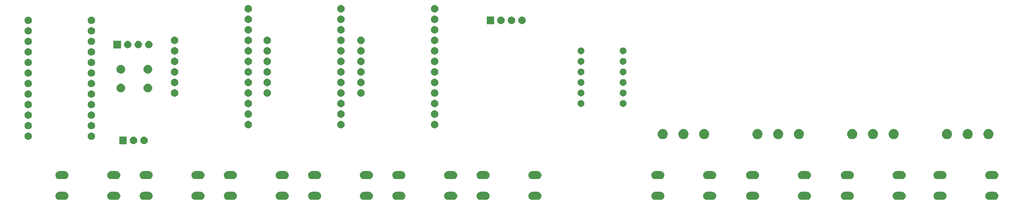
<source format=gbr>
G04 #@! TF.GenerationSoftware,KiCad,Pcbnew,(5.1.5)-3*
G04 #@! TF.CreationDate,2020-05-22T12:40:10+02:00*
G04 #@! TF.ProjectId,m1d1_36,6d316431-5f33-4362-9e6b-696361645f70,rev?*
G04 #@! TF.SameCoordinates,Original*
G04 #@! TF.FileFunction,Soldermask,Bot*
G04 #@! TF.FilePolarity,Negative*
%FSLAX46Y46*%
G04 Gerber Fmt 4.6, Leading zero omitted, Abs format (unit mm)*
G04 Created by KiCad (PCBNEW (5.1.5)-3) date 2020-05-22 12:40:10*
%MOMM*%
%LPD*%
G04 APERTURE LIST*
%ADD10C,0.100000*%
G04 APERTURE END LIST*
D10*
G36*
X38794739Y-78450707D02*
G01*
X38890329Y-78460122D01*
X39074306Y-78515931D01*
X39074309Y-78515932D01*
X39164225Y-78563994D01*
X39243860Y-78606559D01*
X39290035Y-78644454D01*
X39392476Y-78728524D01*
X39476546Y-78830965D01*
X39514441Y-78877140D01*
X39557006Y-78956775D01*
X39605068Y-79046691D01*
X39605069Y-79046694D01*
X39660878Y-79230671D01*
X39679722Y-79422000D01*
X39660878Y-79613329D01*
X39605069Y-79797306D01*
X39605068Y-79797309D01*
X39557006Y-79887225D01*
X39514441Y-79966860D01*
X39476546Y-80013035D01*
X39392476Y-80115476D01*
X39290035Y-80199546D01*
X39243860Y-80237441D01*
X39164225Y-80280006D01*
X39074309Y-80328068D01*
X39074306Y-80328069D01*
X38890329Y-80383878D01*
X38794739Y-80393293D01*
X38746945Y-80398000D01*
X37453055Y-80398000D01*
X37405261Y-80393293D01*
X37309671Y-80383878D01*
X37125694Y-80328069D01*
X37125691Y-80328068D01*
X37035775Y-80280006D01*
X36956140Y-80237441D01*
X36909965Y-80199546D01*
X36807524Y-80115476D01*
X36723454Y-80013035D01*
X36685559Y-79966860D01*
X36642994Y-79887225D01*
X36594932Y-79797309D01*
X36594931Y-79797306D01*
X36539122Y-79613329D01*
X36520278Y-79422000D01*
X36539122Y-79230671D01*
X36594931Y-79046694D01*
X36594932Y-79046691D01*
X36642994Y-78956775D01*
X36685559Y-78877140D01*
X36723454Y-78830965D01*
X36807524Y-78728524D01*
X36909965Y-78644454D01*
X36956140Y-78606559D01*
X37035775Y-78563994D01*
X37125691Y-78515932D01*
X37125694Y-78515931D01*
X37309671Y-78460122D01*
X37405261Y-78450707D01*
X37453055Y-78446000D01*
X38746945Y-78446000D01*
X38794739Y-78450707D01*
G37*
G36*
X205418739Y-78450707D02*
G01*
X205514329Y-78460122D01*
X205698306Y-78515931D01*
X205698309Y-78515932D01*
X205788225Y-78563994D01*
X205867860Y-78606559D01*
X205914035Y-78644454D01*
X206016476Y-78728524D01*
X206100546Y-78830965D01*
X206138441Y-78877140D01*
X206181006Y-78956775D01*
X206229068Y-79046691D01*
X206229069Y-79046694D01*
X206284878Y-79230671D01*
X206303722Y-79422000D01*
X206284878Y-79613329D01*
X206229069Y-79797306D01*
X206229068Y-79797309D01*
X206181006Y-79887225D01*
X206138441Y-79966860D01*
X206100546Y-80013035D01*
X206016476Y-80115476D01*
X205914035Y-80199546D01*
X205867860Y-80237441D01*
X205788225Y-80280006D01*
X205698309Y-80328068D01*
X205698306Y-80328069D01*
X205514329Y-80383878D01*
X205418739Y-80393293D01*
X205370945Y-80398000D01*
X204077055Y-80398000D01*
X204029261Y-80393293D01*
X203933671Y-80383878D01*
X203749694Y-80328069D01*
X203749691Y-80328068D01*
X203659775Y-80280006D01*
X203580140Y-80237441D01*
X203533965Y-80199546D01*
X203431524Y-80115476D01*
X203347454Y-80013035D01*
X203309559Y-79966860D01*
X203266994Y-79887225D01*
X203218932Y-79797309D01*
X203218931Y-79797306D01*
X203163122Y-79613329D01*
X203144278Y-79422000D01*
X203163122Y-79230671D01*
X203218931Y-79046694D01*
X203218932Y-79046691D01*
X203266994Y-78956775D01*
X203309559Y-78877140D01*
X203347454Y-78830965D01*
X203431524Y-78728524D01*
X203533965Y-78644454D01*
X203580140Y-78606559D01*
X203659775Y-78563994D01*
X203749691Y-78515932D01*
X203749694Y-78515931D01*
X203933671Y-78460122D01*
X204029261Y-78450707D01*
X204077055Y-78446000D01*
X205370945Y-78446000D01*
X205418739Y-78450707D01*
G37*
G36*
X182558739Y-78450707D02*
G01*
X182654329Y-78460122D01*
X182838306Y-78515931D01*
X182838309Y-78515932D01*
X182928225Y-78563994D01*
X183007860Y-78606559D01*
X183054035Y-78644454D01*
X183156476Y-78728524D01*
X183240546Y-78830965D01*
X183278441Y-78877140D01*
X183321006Y-78956775D01*
X183369068Y-79046691D01*
X183369069Y-79046694D01*
X183424878Y-79230671D01*
X183443722Y-79422000D01*
X183424878Y-79613329D01*
X183369069Y-79797306D01*
X183369068Y-79797309D01*
X183321006Y-79887225D01*
X183278441Y-79966860D01*
X183240546Y-80013035D01*
X183156476Y-80115476D01*
X183054035Y-80199546D01*
X183007860Y-80237441D01*
X182928225Y-80280006D01*
X182838309Y-80328068D01*
X182838306Y-80328069D01*
X182654329Y-80383878D01*
X182558739Y-80393293D01*
X182510945Y-80398000D01*
X181217055Y-80398000D01*
X181169261Y-80393293D01*
X181073671Y-80383878D01*
X180889694Y-80328069D01*
X180889691Y-80328068D01*
X180799775Y-80280006D01*
X180720140Y-80237441D01*
X180673965Y-80199546D01*
X180571524Y-80115476D01*
X180487454Y-80013035D01*
X180449559Y-79966860D01*
X180406994Y-79887225D01*
X180358932Y-79797309D01*
X180358931Y-79797306D01*
X180303122Y-79613329D01*
X180284278Y-79422000D01*
X180303122Y-79230671D01*
X180358931Y-79046694D01*
X180358932Y-79046691D01*
X180406994Y-78956775D01*
X180449559Y-78877140D01*
X180487454Y-78830965D01*
X180571524Y-78728524D01*
X180673965Y-78644454D01*
X180720140Y-78606559D01*
X180799775Y-78563994D01*
X180889691Y-78515932D01*
X180889694Y-78515931D01*
X181073671Y-78460122D01*
X181169261Y-78450707D01*
X181217055Y-78446000D01*
X182510945Y-78446000D01*
X182558739Y-78450707D01*
G37*
G36*
X195058739Y-78450707D02*
G01*
X195154329Y-78460122D01*
X195338306Y-78515931D01*
X195338309Y-78515932D01*
X195428225Y-78563994D01*
X195507860Y-78606559D01*
X195554035Y-78644454D01*
X195656476Y-78728524D01*
X195740546Y-78830965D01*
X195778441Y-78877140D01*
X195821006Y-78956775D01*
X195869068Y-79046691D01*
X195869069Y-79046694D01*
X195924878Y-79230671D01*
X195943722Y-79422000D01*
X195924878Y-79613329D01*
X195869069Y-79797306D01*
X195869068Y-79797309D01*
X195821006Y-79887225D01*
X195778441Y-79966860D01*
X195740546Y-80013035D01*
X195656476Y-80115476D01*
X195554035Y-80199546D01*
X195507860Y-80237441D01*
X195428225Y-80280006D01*
X195338309Y-80328068D01*
X195338306Y-80328069D01*
X195154329Y-80383878D01*
X195058739Y-80393293D01*
X195010945Y-80398000D01*
X193717055Y-80398000D01*
X193669261Y-80393293D01*
X193573671Y-80383878D01*
X193389694Y-80328069D01*
X193389691Y-80328068D01*
X193299775Y-80280006D01*
X193220140Y-80237441D01*
X193173965Y-80199546D01*
X193071524Y-80115476D01*
X192987454Y-80013035D01*
X192949559Y-79966860D01*
X192906994Y-79887225D01*
X192858932Y-79797309D01*
X192858931Y-79797306D01*
X192803122Y-79613329D01*
X192784278Y-79422000D01*
X192803122Y-79230671D01*
X192858931Y-79046694D01*
X192858932Y-79046691D01*
X192906994Y-78956775D01*
X192949559Y-78877140D01*
X192987454Y-78830965D01*
X193071524Y-78728524D01*
X193173965Y-78644454D01*
X193220140Y-78606559D01*
X193299775Y-78563994D01*
X193389691Y-78515932D01*
X193389694Y-78515931D01*
X193573671Y-78460122D01*
X193669261Y-78450707D01*
X193717055Y-78446000D01*
X195010945Y-78446000D01*
X195058739Y-78450707D01*
G37*
G36*
X99754739Y-78450707D02*
G01*
X99850329Y-78460122D01*
X100034306Y-78515931D01*
X100034309Y-78515932D01*
X100124225Y-78563994D01*
X100203860Y-78606559D01*
X100250035Y-78644454D01*
X100352476Y-78728524D01*
X100436546Y-78830965D01*
X100474441Y-78877140D01*
X100517006Y-78956775D01*
X100565068Y-79046691D01*
X100565069Y-79046694D01*
X100620878Y-79230671D01*
X100639722Y-79422000D01*
X100620878Y-79613329D01*
X100565069Y-79797306D01*
X100565068Y-79797309D01*
X100517006Y-79887225D01*
X100474441Y-79966860D01*
X100436546Y-80013035D01*
X100352476Y-80115476D01*
X100250035Y-80199546D01*
X100203860Y-80237441D01*
X100124225Y-80280006D01*
X100034309Y-80328068D01*
X100034306Y-80328069D01*
X99850329Y-80383878D01*
X99754739Y-80393293D01*
X99706945Y-80398000D01*
X98413055Y-80398000D01*
X98365261Y-80393293D01*
X98269671Y-80383878D01*
X98085694Y-80328069D01*
X98085691Y-80328068D01*
X97995775Y-80280006D01*
X97916140Y-80237441D01*
X97869965Y-80199546D01*
X97767524Y-80115476D01*
X97683454Y-80013035D01*
X97645559Y-79966860D01*
X97602994Y-79887225D01*
X97554932Y-79797309D01*
X97554931Y-79797306D01*
X97499122Y-79613329D01*
X97480278Y-79422000D01*
X97499122Y-79230671D01*
X97554931Y-79046694D01*
X97554932Y-79046691D01*
X97602994Y-78956775D01*
X97645559Y-78877140D01*
X97683454Y-78830965D01*
X97767524Y-78728524D01*
X97869965Y-78644454D01*
X97916140Y-78606559D01*
X97995775Y-78563994D01*
X98085691Y-78515932D01*
X98085694Y-78515931D01*
X98269671Y-78460122D01*
X98365261Y-78450707D01*
X98413055Y-78446000D01*
X99706945Y-78446000D01*
X99754739Y-78450707D01*
G37*
G36*
X112254739Y-78450707D02*
G01*
X112350329Y-78460122D01*
X112534306Y-78515931D01*
X112534309Y-78515932D01*
X112624225Y-78563994D01*
X112703860Y-78606559D01*
X112750035Y-78644454D01*
X112852476Y-78728524D01*
X112936546Y-78830965D01*
X112974441Y-78877140D01*
X113017006Y-78956775D01*
X113065068Y-79046691D01*
X113065069Y-79046694D01*
X113120878Y-79230671D01*
X113139722Y-79422000D01*
X113120878Y-79613329D01*
X113065069Y-79797306D01*
X113065068Y-79797309D01*
X113017006Y-79887225D01*
X112974441Y-79966860D01*
X112936546Y-80013035D01*
X112852476Y-80115476D01*
X112750035Y-80199546D01*
X112703860Y-80237441D01*
X112624225Y-80280006D01*
X112534309Y-80328068D01*
X112534306Y-80328069D01*
X112350329Y-80383878D01*
X112254739Y-80393293D01*
X112206945Y-80398000D01*
X110913055Y-80398000D01*
X110865261Y-80393293D01*
X110769671Y-80383878D01*
X110585694Y-80328069D01*
X110585691Y-80328068D01*
X110495775Y-80280006D01*
X110416140Y-80237441D01*
X110369965Y-80199546D01*
X110267524Y-80115476D01*
X110183454Y-80013035D01*
X110145559Y-79966860D01*
X110102994Y-79887225D01*
X110054932Y-79797309D01*
X110054931Y-79797306D01*
X109999122Y-79613329D01*
X109980278Y-79422000D01*
X109999122Y-79230671D01*
X110054931Y-79046694D01*
X110054932Y-79046691D01*
X110102994Y-78956775D01*
X110145559Y-78877140D01*
X110183454Y-78830965D01*
X110267524Y-78728524D01*
X110369965Y-78644454D01*
X110416140Y-78606559D01*
X110495775Y-78563994D01*
X110585691Y-78515932D01*
X110585694Y-78515931D01*
X110769671Y-78460122D01*
X110865261Y-78450707D01*
X110913055Y-78446000D01*
X112206945Y-78446000D01*
X112254739Y-78450707D01*
G37*
G36*
X228278739Y-78450707D02*
G01*
X228374329Y-78460122D01*
X228558306Y-78515931D01*
X228558309Y-78515932D01*
X228648225Y-78563994D01*
X228727860Y-78606559D01*
X228774035Y-78644454D01*
X228876476Y-78728524D01*
X228960546Y-78830965D01*
X228998441Y-78877140D01*
X229041006Y-78956775D01*
X229089068Y-79046691D01*
X229089069Y-79046694D01*
X229144878Y-79230671D01*
X229163722Y-79422000D01*
X229144878Y-79613329D01*
X229089069Y-79797306D01*
X229089068Y-79797309D01*
X229041006Y-79887225D01*
X228998441Y-79966860D01*
X228960546Y-80013035D01*
X228876476Y-80115476D01*
X228774035Y-80199546D01*
X228727860Y-80237441D01*
X228648225Y-80280006D01*
X228558309Y-80328068D01*
X228558306Y-80328069D01*
X228374329Y-80383878D01*
X228278739Y-80393293D01*
X228230945Y-80398000D01*
X226937055Y-80398000D01*
X226889261Y-80393293D01*
X226793671Y-80383878D01*
X226609694Y-80328069D01*
X226609691Y-80328068D01*
X226519775Y-80280006D01*
X226440140Y-80237441D01*
X226393965Y-80199546D01*
X226291524Y-80115476D01*
X226207454Y-80013035D01*
X226169559Y-79966860D01*
X226126994Y-79887225D01*
X226078932Y-79797309D01*
X226078931Y-79797306D01*
X226023122Y-79613329D01*
X226004278Y-79422000D01*
X226023122Y-79230671D01*
X226078931Y-79046694D01*
X226078932Y-79046691D01*
X226126994Y-78956775D01*
X226169559Y-78877140D01*
X226207454Y-78830965D01*
X226291524Y-78728524D01*
X226393965Y-78644454D01*
X226440140Y-78606559D01*
X226519775Y-78563994D01*
X226609691Y-78515932D01*
X226609694Y-78515931D01*
X226793671Y-78460122D01*
X226889261Y-78450707D01*
X226937055Y-78446000D01*
X228230945Y-78446000D01*
X228278739Y-78450707D01*
G37*
G36*
X240778739Y-78450707D02*
G01*
X240874329Y-78460122D01*
X241058306Y-78515931D01*
X241058309Y-78515932D01*
X241148225Y-78563994D01*
X241227860Y-78606559D01*
X241274035Y-78644454D01*
X241376476Y-78728524D01*
X241460546Y-78830965D01*
X241498441Y-78877140D01*
X241541006Y-78956775D01*
X241589068Y-79046691D01*
X241589069Y-79046694D01*
X241644878Y-79230671D01*
X241663722Y-79422000D01*
X241644878Y-79613329D01*
X241589069Y-79797306D01*
X241589068Y-79797309D01*
X241541006Y-79887225D01*
X241498441Y-79966860D01*
X241460546Y-80013035D01*
X241376476Y-80115476D01*
X241274035Y-80199546D01*
X241227860Y-80237441D01*
X241148225Y-80280006D01*
X241058309Y-80328068D01*
X241058306Y-80328069D01*
X240874329Y-80383878D01*
X240778739Y-80393293D01*
X240730945Y-80398000D01*
X239437055Y-80398000D01*
X239389261Y-80393293D01*
X239293671Y-80383878D01*
X239109694Y-80328069D01*
X239109691Y-80328068D01*
X239019775Y-80280006D01*
X238940140Y-80237441D01*
X238893965Y-80199546D01*
X238791524Y-80115476D01*
X238707454Y-80013035D01*
X238669559Y-79966860D01*
X238626994Y-79887225D01*
X238578932Y-79797309D01*
X238578931Y-79797306D01*
X238523122Y-79613329D01*
X238504278Y-79422000D01*
X238523122Y-79230671D01*
X238578931Y-79046694D01*
X238578932Y-79046691D01*
X238626994Y-78956775D01*
X238669559Y-78877140D01*
X238707454Y-78830965D01*
X238791524Y-78728524D01*
X238893965Y-78644454D01*
X238940140Y-78606559D01*
X239019775Y-78563994D01*
X239109691Y-78515932D01*
X239109694Y-78515931D01*
X239293671Y-78460122D01*
X239389261Y-78450707D01*
X239437055Y-78446000D01*
X240730945Y-78446000D01*
X240778739Y-78450707D01*
G37*
G36*
X79434739Y-78450707D02*
G01*
X79530329Y-78460122D01*
X79714306Y-78515931D01*
X79714309Y-78515932D01*
X79804225Y-78563994D01*
X79883860Y-78606559D01*
X79930035Y-78644454D01*
X80032476Y-78728524D01*
X80116546Y-78830965D01*
X80154441Y-78877140D01*
X80197006Y-78956775D01*
X80245068Y-79046691D01*
X80245069Y-79046694D01*
X80300878Y-79230671D01*
X80319722Y-79422000D01*
X80300878Y-79613329D01*
X80245069Y-79797306D01*
X80245068Y-79797309D01*
X80197006Y-79887225D01*
X80154441Y-79966860D01*
X80116546Y-80013035D01*
X80032476Y-80115476D01*
X79930035Y-80199546D01*
X79883860Y-80237441D01*
X79804225Y-80280006D01*
X79714309Y-80328068D01*
X79714306Y-80328069D01*
X79530329Y-80383878D01*
X79434739Y-80393293D01*
X79386945Y-80398000D01*
X78093055Y-80398000D01*
X78045261Y-80393293D01*
X77949671Y-80383878D01*
X77765694Y-80328069D01*
X77765691Y-80328068D01*
X77675775Y-80280006D01*
X77596140Y-80237441D01*
X77549965Y-80199546D01*
X77447524Y-80115476D01*
X77363454Y-80013035D01*
X77325559Y-79966860D01*
X77282994Y-79887225D01*
X77234932Y-79797309D01*
X77234931Y-79797306D01*
X77179122Y-79613329D01*
X77160278Y-79422000D01*
X77179122Y-79230671D01*
X77234931Y-79046694D01*
X77234932Y-79046691D01*
X77282994Y-78956775D01*
X77325559Y-78877140D01*
X77363454Y-78830965D01*
X77447524Y-78728524D01*
X77549965Y-78644454D01*
X77596140Y-78606559D01*
X77675775Y-78563994D01*
X77765691Y-78515932D01*
X77765694Y-78515931D01*
X77949671Y-78460122D01*
X78045261Y-78450707D01*
X78093055Y-78446000D01*
X79386945Y-78446000D01*
X79434739Y-78450707D01*
G37*
G36*
X91934739Y-78450707D02*
G01*
X92030329Y-78460122D01*
X92214306Y-78515931D01*
X92214309Y-78515932D01*
X92304225Y-78563994D01*
X92383860Y-78606559D01*
X92430035Y-78644454D01*
X92532476Y-78728524D01*
X92616546Y-78830965D01*
X92654441Y-78877140D01*
X92697006Y-78956775D01*
X92745068Y-79046691D01*
X92745069Y-79046694D01*
X92800878Y-79230671D01*
X92819722Y-79422000D01*
X92800878Y-79613329D01*
X92745069Y-79797306D01*
X92745068Y-79797309D01*
X92697006Y-79887225D01*
X92654441Y-79966860D01*
X92616546Y-80013035D01*
X92532476Y-80115476D01*
X92430035Y-80199546D01*
X92383860Y-80237441D01*
X92304225Y-80280006D01*
X92214309Y-80328068D01*
X92214306Y-80328069D01*
X92030329Y-80383878D01*
X91934739Y-80393293D01*
X91886945Y-80398000D01*
X90593055Y-80398000D01*
X90545261Y-80393293D01*
X90449671Y-80383878D01*
X90265694Y-80328069D01*
X90265691Y-80328068D01*
X90175775Y-80280006D01*
X90096140Y-80237441D01*
X90049965Y-80199546D01*
X89947524Y-80115476D01*
X89863454Y-80013035D01*
X89825559Y-79966860D01*
X89782994Y-79887225D01*
X89734932Y-79797309D01*
X89734931Y-79797306D01*
X89679122Y-79613329D01*
X89660278Y-79422000D01*
X89679122Y-79230671D01*
X89734931Y-79046694D01*
X89734932Y-79046691D01*
X89782994Y-78956775D01*
X89825559Y-78877140D01*
X89863454Y-78830965D01*
X89947524Y-78728524D01*
X90049965Y-78644454D01*
X90096140Y-78606559D01*
X90175775Y-78563994D01*
X90265691Y-78515932D01*
X90265694Y-78515931D01*
X90449671Y-78460122D01*
X90545261Y-78450707D01*
X90593055Y-78446000D01*
X91886945Y-78446000D01*
X91934739Y-78450707D01*
G37*
G36*
X51294739Y-78450707D02*
G01*
X51390329Y-78460122D01*
X51574306Y-78515931D01*
X51574309Y-78515932D01*
X51664225Y-78563994D01*
X51743860Y-78606559D01*
X51790035Y-78644454D01*
X51892476Y-78728524D01*
X51976546Y-78830965D01*
X52014441Y-78877140D01*
X52057006Y-78956775D01*
X52105068Y-79046691D01*
X52105069Y-79046694D01*
X52160878Y-79230671D01*
X52179722Y-79422000D01*
X52160878Y-79613329D01*
X52105069Y-79797306D01*
X52105068Y-79797309D01*
X52057006Y-79887225D01*
X52014441Y-79966860D01*
X51976546Y-80013035D01*
X51892476Y-80115476D01*
X51790035Y-80199546D01*
X51743860Y-80237441D01*
X51664225Y-80280006D01*
X51574309Y-80328068D01*
X51574306Y-80328069D01*
X51390329Y-80383878D01*
X51294739Y-80393293D01*
X51246945Y-80398000D01*
X49953055Y-80398000D01*
X49905261Y-80393293D01*
X49809671Y-80383878D01*
X49625694Y-80328069D01*
X49625691Y-80328068D01*
X49535775Y-80280006D01*
X49456140Y-80237441D01*
X49409965Y-80199546D01*
X49307524Y-80115476D01*
X49223454Y-80013035D01*
X49185559Y-79966860D01*
X49142994Y-79887225D01*
X49094932Y-79797309D01*
X49094931Y-79797306D01*
X49039122Y-79613329D01*
X49020278Y-79422000D01*
X49039122Y-79230671D01*
X49094931Y-79046694D01*
X49094932Y-79046691D01*
X49142994Y-78956775D01*
X49185559Y-78877140D01*
X49223454Y-78830965D01*
X49307524Y-78728524D01*
X49409965Y-78644454D01*
X49456140Y-78606559D01*
X49535775Y-78563994D01*
X49625691Y-78515932D01*
X49625694Y-78515931D01*
X49809671Y-78460122D01*
X49905261Y-78450707D01*
X49953055Y-78446000D01*
X51246945Y-78446000D01*
X51294739Y-78450707D01*
G37*
G36*
X140394739Y-78450707D02*
G01*
X140490329Y-78460122D01*
X140674306Y-78515931D01*
X140674309Y-78515932D01*
X140764225Y-78563994D01*
X140843860Y-78606559D01*
X140890035Y-78644454D01*
X140992476Y-78728524D01*
X141076546Y-78830965D01*
X141114441Y-78877140D01*
X141157006Y-78956775D01*
X141205068Y-79046691D01*
X141205069Y-79046694D01*
X141260878Y-79230671D01*
X141279722Y-79422000D01*
X141260878Y-79613329D01*
X141205069Y-79797306D01*
X141205068Y-79797309D01*
X141157006Y-79887225D01*
X141114441Y-79966860D01*
X141076546Y-80013035D01*
X140992476Y-80115476D01*
X140890035Y-80199546D01*
X140843860Y-80237441D01*
X140764225Y-80280006D01*
X140674309Y-80328068D01*
X140674306Y-80328069D01*
X140490329Y-80383878D01*
X140394739Y-80393293D01*
X140346945Y-80398000D01*
X139053055Y-80398000D01*
X139005261Y-80393293D01*
X138909671Y-80383878D01*
X138725694Y-80328069D01*
X138725691Y-80328068D01*
X138635775Y-80280006D01*
X138556140Y-80237441D01*
X138509965Y-80199546D01*
X138407524Y-80115476D01*
X138323454Y-80013035D01*
X138285559Y-79966860D01*
X138242994Y-79887225D01*
X138194932Y-79797309D01*
X138194931Y-79797306D01*
X138139122Y-79613329D01*
X138120278Y-79422000D01*
X138139122Y-79230671D01*
X138194931Y-79046694D01*
X138194932Y-79046691D01*
X138242994Y-78956775D01*
X138285559Y-78877140D01*
X138323454Y-78830965D01*
X138407524Y-78728524D01*
X138509965Y-78644454D01*
X138556140Y-78606559D01*
X138635775Y-78563994D01*
X138725691Y-78515932D01*
X138725694Y-78515931D01*
X138909671Y-78460122D01*
X139005261Y-78450707D01*
X139053055Y-78446000D01*
X140346945Y-78446000D01*
X140394739Y-78450707D01*
G37*
G36*
X217918739Y-78450707D02*
G01*
X218014329Y-78460122D01*
X218198306Y-78515931D01*
X218198309Y-78515932D01*
X218288225Y-78563994D01*
X218367860Y-78606559D01*
X218414035Y-78644454D01*
X218516476Y-78728524D01*
X218600546Y-78830965D01*
X218638441Y-78877140D01*
X218681006Y-78956775D01*
X218729068Y-79046691D01*
X218729069Y-79046694D01*
X218784878Y-79230671D01*
X218803722Y-79422000D01*
X218784878Y-79613329D01*
X218729069Y-79797306D01*
X218729068Y-79797309D01*
X218681006Y-79887225D01*
X218638441Y-79966860D01*
X218600546Y-80013035D01*
X218516476Y-80115476D01*
X218414035Y-80199546D01*
X218367860Y-80237441D01*
X218288225Y-80280006D01*
X218198309Y-80328068D01*
X218198306Y-80328069D01*
X218014329Y-80383878D01*
X217918739Y-80393293D01*
X217870945Y-80398000D01*
X216577055Y-80398000D01*
X216529261Y-80393293D01*
X216433671Y-80383878D01*
X216249694Y-80328069D01*
X216249691Y-80328068D01*
X216159775Y-80280006D01*
X216080140Y-80237441D01*
X216033965Y-80199546D01*
X215931524Y-80115476D01*
X215847454Y-80013035D01*
X215809559Y-79966860D01*
X215766994Y-79887225D01*
X215718932Y-79797309D01*
X215718931Y-79797306D01*
X215663122Y-79613329D01*
X215644278Y-79422000D01*
X215663122Y-79230671D01*
X215718931Y-79046694D01*
X215718932Y-79046691D01*
X215766994Y-78956775D01*
X215809559Y-78877140D01*
X215847454Y-78830965D01*
X215931524Y-78728524D01*
X216033965Y-78644454D01*
X216080140Y-78606559D01*
X216159775Y-78563994D01*
X216249691Y-78515932D01*
X216249694Y-78515931D01*
X216433671Y-78460122D01*
X216529261Y-78450707D01*
X216577055Y-78446000D01*
X217870945Y-78446000D01*
X217918739Y-78450707D01*
G37*
G36*
X132574739Y-78450707D02*
G01*
X132670329Y-78460122D01*
X132854306Y-78515931D01*
X132854309Y-78515932D01*
X132944225Y-78563994D01*
X133023860Y-78606559D01*
X133070035Y-78644454D01*
X133172476Y-78728524D01*
X133256546Y-78830965D01*
X133294441Y-78877140D01*
X133337006Y-78956775D01*
X133385068Y-79046691D01*
X133385069Y-79046694D01*
X133440878Y-79230671D01*
X133459722Y-79422000D01*
X133440878Y-79613329D01*
X133385069Y-79797306D01*
X133385068Y-79797309D01*
X133337006Y-79887225D01*
X133294441Y-79966860D01*
X133256546Y-80013035D01*
X133172476Y-80115476D01*
X133070035Y-80199546D01*
X133023860Y-80237441D01*
X132944225Y-80280006D01*
X132854309Y-80328068D01*
X132854306Y-80328069D01*
X132670329Y-80383878D01*
X132574739Y-80393293D01*
X132526945Y-80398000D01*
X131233055Y-80398000D01*
X131185261Y-80393293D01*
X131089671Y-80383878D01*
X130905694Y-80328069D01*
X130905691Y-80328068D01*
X130815775Y-80280006D01*
X130736140Y-80237441D01*
X130689965Y-80199546D01*
X130587524Y-80115476D01*
X130503454Y-80013035D01*
X130465559Y-79966860D01*
X130422994Y-79887225D01*
X130374932Y-79797309D01*
X130374931Y-79797306D01*
X130319122Y-79613329D01*
X130300278Y-79422000D01*
X130319122Y-79230671D01*
X130374931Y-79046694D01*
X130374932Y-79046691D01*
X130422994Y-78956775D01*
X130465559Y-78877140D01*
X130503454Y-78830965D01*
X130587524Y-78728524D01*
X130689965Y-78644454D01*
X130736140Y-78606559D01*
X130815775Y-78563994D01*
X130905691Y-78515932D01*
X130905694Y-78515931D01*
X131089671Y-78460122D01*
X131185261Y-78450707D01*
X131233055Y-78446000D01*
X132526945Y-78446000D01*
X132574739Y-78450707D01*
G37*
G36*
X120074739Y-78450707D02*
G01*
X120170329Y-78460122D01*
X120354306Y-78515931D01*
X120354309Y-78515932D01*
X120444225Y-78563994D01*
X120523860Y-78606559D01*
X120570035Y-78644454D01*
X120672476Y-78728524D01*
X120756546Y-78830965D01*
X120794441Y-78877140D01*
X120837006Y-78956775D01*
X120885068Y-79046691D01*
X120885069Y-79046694D01*
X120940878Y-79230671D01*
X120959722Y-79422000D01*
X120940878Y-79613329D01*
X120885069Y-79797306D01*
X120885068Y-79797309D01*
X120837006Y-79887225D01*
X120794441Y-79966860D01*
X120756546Y-80013035D01*
X120672476Y-80115476D01*
X120570035Y-80199546D01*
X120523860Y-80237441D01*
X120444225Y-80280006D01*
X120354309Y-80328068D01*
X120354306Y-80328069D01*
X120170329Y-80383878D01*
X120074739Y-80393293D01*
X120026945Y-80398000D01*
X118733055Y-80398000D01*
X118685261Y-80393293D01*
X118589671Y-80383878D01*
X118405694Y-80328069D01*
X118405691Y-80328068D01*
X118315775Y-80280006D01*
X118236140Y-80237441D01*
X118189965Y-80199546D01*
X118087524Y-80115476D01*
X118003454Y-80013035D01*
X117965559Y-79966860D01*
X117922994Y-79887225D01*
X117874932Y-79797309D01*
X117874931Y-79797306D01*
X117819122Y-79613329D01*
X117800278Y-79422000D01*
X117819122Y-79230671D01*
X117874931Y-79046694D01*
X117874932Y-79046691D01*
X117922994Y-78956775D01*
X117965559Y-78877140D01*
X118003454Y-78830965D01*
X118087524Y-78728524D01*
X118189965Y-78644454D01*
X118236140Y-78606559D01*
X118315775Y-78563994D01*
X118405691Y-78515932D01*
X118405694Y-78515931D01*
X118589671Y-78460122D01*
X118685261Y-78450707D01*
X118733055Y-78446000D01*
X120026945Y-78446000D01*
X120074739Y-78450707D01*
G37*
G36*
X263130739Y-78450707D02*
G01*
X263226329Y-78460122D01*
X263410306Y-78515931D01*
X263410309Y-78515932D01*
X263500225Y-78563994D01*
X263579860Y-78606559D01*
X263626035Y-78644454D01*
X263728476Y-78728524D01*
X263812546Y-78830965D01*
X263850441Y-78877140D01*
X263893006Y-78956775D01*
X263941068Y-79046691D01*
X263941069Y-79046694D01*
X263996878Y-79230671D01*
X264015722Y-79422000D01*
X263996878Y-79613329D01*
X263941069Y-79797306D01*
X263941068Y-79797309D01*
X263893006Y-79887225D01*
X263850441Y-79966860D01*
X263812546Y-80013035D01*
X263728476Y-80115476D01*
X263626035Y-80199546D01*
X263579860Y-80237441D01*
X263500225Y-80280006D01*
X263410309Y-80328068D01*
X263410306Y-80328069D01*
X263226329Y-80383878D01*
X263130739Y-80393293D01*
X263082945Y-80398000D01*
X261789055Y-80398000D01*
X261741261Y-80393293D01*
X261645671Y-80383878D01*
X261461694Y-80328069D01*
X261461691Y-80328068D01*
X261371775Y-80280006D01*
X261292140Y-80237441D01*
X261245965Y-80199546D01*
X261143524Y-80115476D01*
X261059454Y-80013035D01*
X261021559Y-79966860D01*
X260978994Y-79887225D01*
X260930932Y-79797309D01*
X260930931Y-79797306D01*
X260875122Y-79613329D01*
X260856278Y-79422000D01*
X260875122Y-79230671D01*
X260930931Y-79046694D01*
X260930932Y-79046691D01*
X260978994Y-78956775D01*
X261021559Y-78877140D01*
X261059454Y-78830965D01*
X261143524Y-78728524D01*
X261245965Y-78644454D01*
X261292140Y-78606559D01*
X261371775Y-78563994D01*
X261461691Y-78515932D01*
X261461694Y-78515931D01*
X261645671Y-78460122D01*
X261741261Y-78450707D01*
X261789055Y-78446000D01*
X263082945Y-78446000D01*
X263130739Y-78450707D01*
G37*
G36*
X250630739Y-78450707D02*
G01*
X250726329Y-78460122D01*
X250910306Y-78515931D01*
X250910309Y-78515932D01*
X251000225Y-78563994D01*
X251079860Y-78606559D01*
X251126035Y-78644454D01*
X251228476Y-78728524D01*
X251312546Y-78830965D01*
X251350441Y-78877140D01*
X251393006Y-78956775D01*
X251441068Y-79046691D01*
X251441069Y-79046694D01*
X251496878Y-79230671D01*
X251515722Y-79422000D01*
X251496878Y-79613329D01*
X251441069Y-79797306D01*
X251441068Y-79797309D01*
X251393006Y-79887225D01*
X251350441Y-79966860D01*
X251312546Y-80013035D01*
X251228476Y-80115476D01*
X251126035Y-80199546D01*
X251079860Y-80237441D01*
X251000225Y-80280006D01*
X250910309Y-80328068D01*
X250910306Y-80328069D01*
X250726329Y-80383878D01*
X250630739Y-80393293D01*
X250582945Y-80398000D01*
X249289055Y-80398000D01*
X249241261Y-80393293D01*
X249145671Y-80383878D01*
X248961694Y-80328069D01*
X248961691Y-80328068D01*
X248871775Y-80280006D01*
X248792140Y-80237441D01*
X248745965Y-80199546D01*
X248643524Y-80115476D01*
X248559454Y-80013035D01*
X248521559Y-79966860D01*
X248478994Y-79887225D01*
X248430932Y-79797309D01*
X248430931Y-79797306D01*
X248375122Y-79613329D01*
X248356278Y-79422000D01*
X248375122Y-79230671D01*
X248430931Y-79046694D01*
X248430932Y-79046691D01*
X248478994Y-78956775D01*
X248521559Y-78877140D01*
X248559454Y-78830965D01*
X248643524Y-78728524D01*
X248745965Y-78644454D01*
X248792140Y-78606559D01*
X248871775Y-78563994D01*
X248961691Y-78515932D01*
X248961694Y-78515931D01*
X249145671Y-78460122D01*
X249241261Y-78450707D01*
X249289055Y-78446000D01*
X250582945Y-78446000D01*
X250630739Y-78450707D01*
G37*
G36*
X71614739Y-78450707D02*
G01*
X71710329Y-78460122D01*
X71894306Y-78515931D01*
X71894309Y-78515932D01*
X71984225Y-78563994D01*
X72063860Y-78606559D01*
X72110035Y-78644454D01*
X72212476Y-78728524D01*
X72296546Y-78830965D01*
X72334441Y-78877140D01*
X72377006Y-78956775D01*
X72425068Y-79046691D01*
X72425069Y-79046694D01*
X72480878Y-79230671D01*
X72499722Y-79422000D01*
X72480878Y-79613329D01*
X72425069Y-79797306D01*
X72425068Y-79797309D01*
X72377006Y-79887225D01*
X72334441Y-79966860D01*
X72296546Y-80013035D01*
X72212476Y-80115476D01*
X72110035Y-80199546D01*
X72063860Y-80237441D01*
X71984225Y-80280006D01*
X71894309Y-80328068D01*
X71894306Y-80328069D01*
X71710329Y-80383878D01*
X71614739Y-80393293D01*
X71566945Y-80398000D01*
X70273055Y-80398000D01*
X70225261Y-80393293D01*
X70129671Y-80383878D01*
X69945694Y-80328069D01*
X69945691Y-80328068D01*
X69855775Y-80280006D01*
X69776140Y-80237441D01*
X69729965Y-80199546D01*
X69627524Y-80115476D01*
X69543454Y-80013035D01*
X69505559Y-79966860D01*
X69462994Y-79887225D01*
X69414932Y-79797309D01*
X69414931Y-79797306D01*
X69359122Y-79613329D01*
X69340278Y-79422000D01*
X69359122Y-79230671D01*
X69414931Y-79046694D01*
X69414932Y-79046691D01*
X69462994Y-78956775D01*
X69505559Y-78877140D01*
X69543454Y-78830965D01*
X69627524Y-78728524D01*
X69729965Y-78644454D01*
X69776140Y-78606559D01*
X69855775Y-78563994D01*
X69945691Y-78515932D01*
X69945694Y-78515931D01*
X70129671Y-78460122D01*
X70225261Y-78450707D01*
X70273055Y-78446000D01*
X71566945Y-78446000D01*
X71614739Y-78450707D01*
G37*
G36*
X59114739Y-78450707D02*
G01*
X59210329Y-78460122D01*
X59394306Y-78515931D01*
X59394309Y-78515932D01*
X59484225Y-78563994D01*
X59563860Y-78606559D01*
X59610035Y-78644454D01*
X59712476Y-78728524D01*
X59796546Y-78830965D01*
X59834441Y-78877140D01*
X59877006Y-78956775D01*
X59925068Y-79046691D01*
X59925069Y-79046694D01*
X59980878Y-79230671D01*
X59999722Y-79422000D01*
X59980878Y-79613329D01*
X59925069Y-79797306D01*
X59925068Y-79797309D01*
X59877006Y-79887225D01*
X59834441Y-79966860D01*
X59796546Y-80013035D01*
X59712476Y-80115476D01*
X59610035Y-80199546D01*
X59563860Y-80237441D01*
X59484225Y-80280006D01*
X59394309Y-80328068D01*
X59394306Y-80328069D01*
X59210329Y-80383878D01*
X59114739Y-80393293D01*
X59066945Y-80398000D01*
X57773055Y-80398000D01*
X57725261Y-80393293D01*
X57629671Y-80383878D01*
X57445694Y-80328069D01*
X57445691Y-80328068D01*
X57355775Y-80280006D01*
X57276140Y-80237441D01*
X57229965Y-80199546D01*
X57127524Y-80115476D01*
X57043454Y-80013035D01*
X57005559Y-79966860D01*
X56962994Y-79887225D01*
X56914932Y-79797309D01*
X56914931Y-79797306D01*
X56859122Y-79613329D01*
X56840278Y-79422000D01*
X56859122Y-79230671D01*
X56914931Y-79046694D01*
X56914932Y-79046691D01*
X56962994Y-78956775D01*
X57005559Y-78877140D01*
X57043454Y-78830965D01*
X57127524Y-78728524D01*
X57229965Y-78644454D01*
X57276140Y-78606559D01*
X57355775Y-78563994D01*
X57445691Y-78515932D01*
X57445694Y-78515931D01*
X57629671Y-78460122D01*
X57725261Y-78450707D01*
X57773055Y-78446000D01*
X59066945Y-78446000D01*
X59114739Y-78450707D01*
G37*
G36*
X152894739Y-78450707D02*
G01*
X152990329Y-78460122D01*
X153174306Y-78515931D01*
X153174309Y-78515932D01*
X153264225Y-78563994D01*
X153343860Y-78606559D01*
X153390035Y-78644454D01*
X153492476Y-78728524D01*
X153576546Y-78830965D01*
X153614441Y-78877140D01*
X153657006Y-78956775D01*
X153705068Y-79046691D01*
X153705069Y-79046694D01*
X153760878Y-79230671D01*
X153779722Y-79422000D01*
X153760878Y-79613329D01*
X153705069Y-79797306D01*
X153705068Y-79797309D01*
X153657006Y-79887225D01*
X153614441Y-79966860D01*
X153576546Y-80013035D01*
X153492476Y-80115476D01*
X153390035Y-80199546D01*
X153343860Y-80237441D01*
X153264225Y-80280006D01*
X153174309Y-80328068D01*
X153174306Y-80328069D01*
X152990329Y-80383878D01*
X152894739Y-80393293D01*
X152846945Y-80398000D01*
X151553055Y-80398000D01*
X151505261Y-80393293D01*
X151409671Y-80383878D01*
X151225694Y-80328069D01*
X151225691Y-80328068D01*
X151135775Y-80280006D01*
X151056140Y-80237441D01*
X151009965Y-80199546D01*
X150907524Y-80115476D01*
X150823454Y-80013035D01*
X150785559Y-79966860D01*
X150742994Y-79887225D01*
X150694932Y-79797309D01*
X150694931Y-79797306D01*
X150639122Y-79613329D01*
X150620278Y-79422000D01*
X150639122Y-79230671D01*
X150694931Y-79046694D01*
X150694932Y-79046691D01*
X150742994Y-78956775D01*
X150785559Y-78877140D01*
X150823454Y-78830965D01*
X150907524Y-78728524D01*
X151009965Y-78644454D01*
X151056140Y-78606559D01*
X151135775Y-78563994D01*
X151225691Y-78515932D01*
X151225694Y-78515931D01*
X151409671Y-78460122D01*
X151505261Y-78450707D01*
X151553055Y-78446000D01*
X152846945Y-78446000D01*
X152894739Y-78450707D01*
G37*
G36*
X228278739Y-73450707D02*
G01*
X228374329Y-73460122D01*
X228558306Y-73515931D01*
X228558309Y-73515932D01*
X228648225Y-73563994D01*
X228727860Y-73606559D01*
X228774035Y-73644454D01*
X228876476Y-73728524D01*
X228960546Y-73830965D01*
X228998441Y-73877140D01*
X229041006Y-73956775D01*
X229089068Y-74046691D01*
X229089069Y-74046694D01*
X229144878Y-74230671D01*
X229163722Y-74422000D01*
X229144878Y-74613329D01*
X229089069Y-74797306D01*
X229089068Y-74797309D01*
X229041006Y-74887225D01*
X228998441Y-74966860D01*
X228960546Y-75013035D01*
X228876476Y-75115476D01*
X228774035Y-75199546D01*
X228727860Y-75237441D01*
X228648225Y-75280006D01*
X228558309Y-75328068D01*
X228558306Y-75328069D01*
X228374329Y-75383878D01*
X228278739Y-75393293D01*
X228230945Y-75398000D01*
X226937055Y-75398000D01*
X226889261Y-75393293D01*
X226793671Y-75383878D01*
X226609694Y-75328069D01*
X226609691Y-75328068D01*
X226519775Y-75280006D01*
X226440140Y-75237441D01*
X226393965Y-75199546D01*
X226291524Y-75115476D01*
X226207454Y-75013035D01*
X226169559Y-74966860D01*
X226126994Y-74887225D01*
X226078932Y-74797309D01*
X226078931Y-74797306D01*
X226023122Y-74613329D01*
X226004278Y-74422000D01*
X226023122Y-74230671D01*
X226078931Y-74046694D01*
X226078932Y-74046691D01*
X226126994Y-73956775D01*
X226169559Y-73877140D01*
X226207454Y-73830965D01*
X226291524Y-73728524D01*
X226393965Y-73644454D01*
X226440140Y-73606559D01*
X226519775Y-73563994D01*
X226609691Y-73515932D01*
X226609694Y-73515931D01*
X226793671Y-73460122D01*
X226889261Y-73450707D01*
X226937055Y-73446000D01*
X228230945Y-73446000D01*
X228278739Y-73450707D01*
G37*
G36*
X263130739Y-73450707D02*
G01*
X263226329Y-73460122D01*
X263410306Y-73515931D01*
X263410309Y-73515932D01*
X263500225Y-73563994D01*
X263579860Y-73606559D01*
X263626035Y-73644454D01*
X263728476Y-73728524D01*
X263812546Y-73830965D01*
X263850441Y-73877140D01*
X263893006Y-73956775D01*
X263941068Y-74046691D01*
X263941069Y-74046694D01*
X263996878Y-74230671D01*
X264015722Y-74422000D01*
X263996878Y-74613329D01*
X263941069Y-74797306D01*
X263941068Y-74797309D01*
X263893006Y-74887225D01*
X263850441Y-74966860D01*
X263812546Y-75013035D01*
X263728476Y-75115476D01*
X263626035Y-75199546D01*
X263579860Y-75237441D01*
X263500225Y-75280006D01*
X263410309Y-75328068D01*
X263410306Y-75328069D01*
X263226329Y-75383878D01*
X263130739Y-75393293D01*
X263082945Y-75398000D01*
X261789055Y-75398000D01*
X261741261Y-75393293D01*
X261645671Y-75383878D01*
X261461694Y-75328069D01*
X261461691Y-75328068D01*
X261371775Y-75280006D01*
X261292140Y-75237441D01*
X261245965Y-75199546D01*
X261143524Y-75115476D01*
X261059454Y-75013035D01*
X261021559Y-74966860D01*
X260978994Y-74887225D01*
X260930932Y-74797309D01*
X260930931Y-74797306D01*
X260875122Y-74613329D01*
X260856278Y-74422000D01*
X260875122Y-74230671D01*
X260930931Y-74046694D01*
X260930932Y-74046691D01*
X260978994Y-73956775D01*
X261021559Y-73877140D01*
X261059454Y-73830965D01*
X261143524Y-73728524D01*
X261245965Y-73644454D01*
X261292140Y-73606559D01*
X261371775Y-73563994D01*
X261461691Y-73515932D01*
X261461694Y-73515931D01*
X261645671Y-73460122D01*
X261741261Y-73450707D01*
X261789055Y-73446000D01*
X263082945Y-73446000D01*
X263130739Y-73450707D01*
G37*
G36*
X38794739Y-73450707D02*
G01*
X38890329Y-73460122D01*
X39074306Y-73515931D01*
X39074309Y-73515932D01*
X39164225Y-73563994D01*
X39243860Y-73606559D01*
X39290035Y-73644454D01*
X39392476Y-73728524D01*
X39476546Y-73830965D01*
X39514441Y-73877140D01*
X39557006Y-73956775D01*
X39605068Y-74046691D01*
X39605069Y-74046694D01*
X39660878Y-74230671D01*
X39679722Y-74422000D01*
X39660878Y-74613329D01*
X39605069Y-74797306D01*
X39605068Y-74797309D01*
X39557006Y-74887225D01*
X39514441Y-74966860D01*
X39476546Y-75013035D01*
X39392476Y-75115476D01*
X39290035Y-75199546D01*
X39243860Y-75237441D01*
X39164225Y-75280006D01*
X39074309Y-75328068D01*
X39074306Y-75328069D01*
X38890329Y-75383878D01*
X38794739Y-75393293D01*
X38746945Y-75398000D01*
X37453055Y-75398000D01*
X37405261Y-75393293D01*
X37309671Y-75383878D01*
X37125694Y-75328069D01*
X37125691Y-75328068D01*
X37035775Y-75280006D01*
X36956140Y-75237441D01*
X36909965Y-75199546D01*
X36807524Y-75115476D01*
X36723454Y-75013035D01*
X36685559Y-74966860D01*
X36642994Y-74887225D01*
X36594932Y-74797309D01*
X36594931Y-74797306D01*
X36539122Y-74613329D01*
X36520278Y-74422000D01*
X36539122Y-74230671D01*
X36594931Y-74046694D01*
X36594932Y-74046691D01*
X36642994Y-73956775D01*
X36685559Y-73877140D01*
X36723454Y-73830965D01*
X36807524Y-73728524D01*
X36909965Y-73644454D01*
X36956140Y-73606559D01*
X37035775Y-73563994D01*
X37125691Y-73515932D01*
X37125694Y-73515931D01*
X37309671Y-73460122D01*
X37405261Y-73450707D01*
X37453055Y-73446000D01*
X38746945Y-73446000D01*
X38794739Y-73450707D01*
G37*
G36*
X51294739Y-73450707D02*
G01*
X51390329Y-73460122D01*
X51574306Y-73515931D01*
X51574309Y-73515932D01*
X51664225Y-73563994D01*
X51743860Y-73606559D01*
X51790035Y-73644454D01*
X51892476Y-73728524D01*
X51976546Y-73830965D01*
X52014441Y-73877140D01*
X52057006Y-73956775D01*
X52105068Y-74046691D01*
X52105069Y-74046694D01*
X52160878Y-74230671D01*
X52179722Y-74422000D01*
X52160878Y-74613329D01*
X52105069Y-74797306D01*
X52105068Y-74797309D01*
X52057006Y-74887225D01*
X52014441Y-74966860D01*
X51976546Y-75013035D01*
X51892476Y-75115476D01*
X51790035Y-75199546D01*
X51743860Y-75237441D01*
X51664225Y-75280006D01*
X51574309Y-75328068D01*
X51574306Y-75328069D01*
X51390329Y-75383878D01*
X51294739Y-75393293D01*
X51246945Y-75398000D01*
X49953055Y-75398000D01*
X49905261Y-75393293D01*
X49809671Y-75383878D01*
X49625694Y-75328069D01*
X49625691Y-75328068D01*
X49535775Y-75280006D01*
X49456140Y-75237441D01*
X49409965Y-75199546D01*
X49307524Y-75115476D01*
X49223454Y-75013035D01*
X49185559Y-74966860D01*
X49142994Y-74887225D01*
X49094932Y-74797309D01*
X49094931Y-74797306D01*
X49039122Y-74613329D01*
X49020278Y-74422000D01*
X49039122Y-74230671D01*
X49094931Y-74046694D01*
X49094932Y-74046691D01*
X49142994Y-73956775D01*
X49185559Y-73877140D01*
X49223454Y-73830965D01*
X49307524Y-73728524D01*
X49409965Y-73644454D01*
X49456140Y-73606559D01*
X49535775Y-73563994D01*
X49625691Y-73515932D01*
X49625694Y-73515931D01*
X49809671Y-73460122D01*
X49905261Y-73450707D01*
X49953055Y-73446000D01*
X51246945Y-73446000D01*
X51294739Y-73450707D01*
G37*
G36*
X250630739Y-73450707D02*
G01*
X250726329Y-73460122D01*
X250910306Y-73515931D01*
X250910309Y-73515932D01*
X251000225Y-73563994D01*
X251079860Y-73606559D01*
X251126035Y-73644454D01*
X251228476Y-73728524D01*
X251312546Y-73830965D01*
X251350441Y-73877140D01*
X251393006Y-73956775D01*
X251441068Y-74046691D01*
X251441069Y-74046694D01*
X251496878Y-74230671D01*
X251515722Y-74422000D01*
X251496878Y-74613329D01*
X251441069Y-74797306D01*
X251441068Y-74797309D01*
X251393006Y-74887225D01*
X251350441Y-74966860D01*
X251312546Y-75013035D01*
X251228476Y-75115476D01*
X251126035Y-75199546D01*
X251079860Y-75237441D01*
X251000225Y-75280006D01*
X250910309Y-75328068D01*
X250910306Y-75328069D01*
X250726329Y-75383878D01*
X250630739Y-75393293D01*
X250582945Y-75398000D01*
X249289055Y-75398000D01*
X249241261Y-75393293D01*
X249145671Y-75383878D01*
X248961694Y-75328069D01*
X248961691Y-75328068D01*
X248871775Y-75280006D01*
X248792140Y-75237441D01*
X248745965Y-75199546D01*
X248643524Y-75115476D01*
X248559454Y-75013035D01*
X248521559Y-74966860D01*
X248478994Y-74887225D01*
X248430932Y-74797309D01*
X248430931Y-74797306D01*
X248375122Y-74613329D01*
X248356278Y-74422000D01*
X248375122Y-74230671D01*
X248430931Y-74046694D01*
X248430932Y-74046691D01*
X248478994Y-73956775D01*
X248521559Y-73877140D01*
X248559454Y-73830965D01*
X248643524Y-73728524D01*
X248745965Y-73644454D01*
X248792140Y-73606559D01*
X248871775Y-73563994D01*
X248961691Y-73515932D01*
X248961694Y-73515931D01*
X249145671Y-73460122D01*
X249241261Y-73450707D01*
X249289055Y-73446000D01*
X250582945Y-73446000D01*
X250630739Y-73450707D01*
G37*
G36*
X120074739Y-73450707D02*
G01*
X120170329Y-73460122D01*
X120354306Y-73515931D01*
X120354309Y-73515932D01*
X120444225Y-73563994D01*
X120523860Y-73606559D01*
X120570035Y-73644454D01*
X120672476Y-73728524D01*
X120756546Y-73830965D01*
X120794441Y-73877140D01*
X120837006Y-73956775D01*
X120885068Y-74046691D01*
X120885069Y-74046694D01*
X120940878Y-74230671D01*
X120959722Y-74422000D01*
X120940878Y-74613329D01*
X120885069Y-74797306D01*
X120885068Y-74797309D01*
X120837006Y-74887225D01*
X120794441Y-74966860D01*
X120756546Y-75013035D01*
X120672476Y-75115476D01*
X120570035Y-75199546D01*
X120523860Y-75237441D01*
X120444225Y-75280006D01*
X120354309Y-75328068D01*
X120354306Y-75328069D01*
X120170329Y-75383878D01*
X120074739Y-75393293D01*
X120026945Y-75398000D01*
X118733055Y-75398000D01*
X118685261Y-75393293D01*
X118589671Y-75383878D01*
X118405694Y-75328069D01*
X118405691Y-75328068D01*
X118315775Y-75280006D01*
X118236140Y-75237441D01*
X118189965Y-75199546D01*
X118087524Y-75115476D01*
X118003454Y-75013035D01*
X117965559Y-74966860D01*
X117922994Y-74887225D01*
X117874932Y-74797309D01*
X117874931Y-74797306D01*
X117819122Y-74613329D01*
X117800278Y-74422000D01*
X117819122Y-74230671D01*
X117874931Y-74046694D01*
X117874932Y-74046691D01*
X117922994Y-73956775D01*
X117965559Y-73877140D01*
X118003454Y-73830965D01*
X118087524Y-73728524D01*
X118189965Y-73644454D01*
X118236140Y-73606559D01*
X118315775Y-73563994D01*
X118405691Y-73515932D01*
X118405694Y-73515931D01*
X118589671Y-73460122D01*
X118685261Y-73450707D01*
X118733055Y-73446000D01*
X120026945Y-73446000D01*
X120074739Y-73450707D01*
G37*
G36*
X132574739Y-73450707D02*
G01*
X132670329Y-73460122D01*
X132854306Y-73515931D01*
X132854309Y-73515932D01*
X132944225Y-73563994D01*
X133023860Y-73606559D01*
X133070035Y-73644454D01*
X133172476Y-73728524D01*
X133256546Y-73830965D01*
X133294441Y-73877140D01*
X133337006Y-73956775D01*
X133385068Y-74046691D01*
X133385069Y-74046694D01*
X133440878Y-74230671D01*
X133459722Y-74422000D01*
X133440878Y-74613329D01*
X133385069Y-74797306D01*
X133385068Y-74797309D01*
X133337006Y-74887225D01*
X133294441Y-74966860D01*
X133256546Y-75013035D01*
X133172476Y-75115476D01*
X133070035Y-75199546D01*
X133023860Y-75237441D01*
X132944225Y-75280006D01*
X132854309Y-75328068D01*
X132854306Y-75328069D01*
X132670329Y-75383878D01*
X132574739Y-75393293D01*
X132526945Y-75398000D01*
X131233055Y-75398000D01*
X131185261Y-75393293D01*
X131089671Y-75383878D01*
X130905694Y-75328069D01*
X130905691Y-75328068D01*
X130815775Y-75280006D01*
X130736140Y-75237441D01*
X130689965Y-75199546D01*
X130587524Y-75115476D01*
X130503454Y-75013035D01*
X130465559Y-74966860D01*
X130422994Y-74887225D01*
X130374932Y-74797309D01*
X130374931Y-74797306D01*
X130319122Y-74613329D01*
X130300278Y-74422000D01*
X130319122Y-74230671D01*
X130374931Y-74046694D01*
X130374932Y-74046691D01*
X130422994Y-73956775D01*
X130465559Y-73877140D01*
X130503454Y-73830965D01*
X130587524Y-73728524D01*
X130689965Y-73644454D01*
X130736140Y-73606559D01*
X130815775Y-73563994D01*
X130905691Y-73515932D01*
X130905694Y-73515931D01*
X131089671Y-73460122D01*
X131185261Y-73450707D01*
X131233055Y-73446000D01*
X132526945Y-73446000D01*
X132574739Y-73450707D01*
G37*
G36*
X240778739Y-73450707D02*
G01*
X240874329Y-73460122D01*
X241058306Y-73515931D01*
X241058309Y-73515932D01*
X241148225Y-73563994D01*
X241227860Y-73606559D01*
X241274035Y-73644454D01*
X241376476Y-73728524D01*
X241460546Y-73830965D01*
X241498441Y-73877140D01*
X241541006Y-73956775D01*
X241589068Y-74046691D01*
X241589069Y-74046694D01*
X241644878Y-74230671D01*
X241663722Y-74422000D01*
X241644878Y-74613329D01*
X241589069Y-74797306D01*
X241589068Y-74797309D01*
X241541006Y-74887225D01*
X241498441Y-74966860D01*
X241460546Y-75013035D01*
X241376476Y-75115476D01*
X241274035Y-75199546D01*
X241227860Y-75237441D01*
X241148225Y-75280006D01*
X241058309Y-75328068D01*
X241058306Y-75328069D01*
X240874329Y-75383878D01*
X240778739Y-75393293D01*
X240730945Y-75398000D01*
X239437055Y-75398000D01*
X239389261Y-75393293D01*
X239293671Y-75383878D01*
X239109694Y-75328069D01*
X239109691Y-75328068D01*
X239019775Y-75280006D01*
X238940140Y-75237441D01*
X238893965Y-75199546D01*
X238791524Y-75115476D01*
X238707454Y-75013035D01*
X238669559Y-74966860D01*
X238626994Y-74887225D01*
X238578932Y-74797309D01*
X238578931Y-74797306D01*
X238523122Y-74613329D01*
X238504278Y-74422000D01*
X238523122Y-74230671D01*
X238578931Y-74046694D01*
X238578932Y-74046691D01*
X238626994Y-73956775D01*
X238669559Y-73877140D01*
X238707454Y-73830965D01*
X238791524Y-73728524D01*
X238893965Y-73644454D01*
X238940140Y-73606559D01*
X239019775Y-73563994D01*
X239109691Y-73515932D01*
X239109694Y-73515931D01*
X239293671Y-73460122D01*
X239389261Y-73450707D01*
X239437055Y-73446000D01*
X240730945Y-73446000D01*
X240778739Y-73450707D01*
G37*
G36*
X59114739Y-73450707D02*
G01*
X59210329Y-73460122D01*
X59394306Y-73515931D01*
X59394309Y-73515932D01*
X59484225Y-73563994D01*
X59563860Y-73606559D01*
X59610035Y-73644454D01*
X59712476Y-73728524D01*
X59796546Y-73830965D01*
X59834441Y-73877140D01*
X59877006Y-73956775D01*
X59925068Y-74046691D01*
X59925069Y-74046694D01*
X59980878Y-74230671D01*
X59999722Y-74422000D01*
X59980878Y-74613329D01*
X59925069Y-74797306D01*
X59925068Y-74797309D01*
X59877006Y-74887225D01*
X59834441Y-74966860D01*
X59796546Y-75013035D01*
X59712476Y-75115476D01*
X59610035Y-75199546D01*
X59563860Y-75237441D01*
X59484225Y-75280006D01*
X59394309Y-75328068D01*
X59394306Y-75328069D01*
X59210329Y-75383878D01*
X59114739Y-75393293D01*
X59066945Y-75398000D01*
X57773055Y-75398000D01*
X57725261Y-75393293D01*
X57629671Y-75383878D01*
X57445694Y-75328069D01*
X57445691Y-75328068D01*
X57355775Y-75280006D01*
X57276140Y-75237441D01*
X57229965Y-75199546D01*
X57127524Y-75115476D01*
X57043454Y-75013035D01*
X57005559Y-74966860D01*
X56962994Y-74887225D01*
X56914932Y-74797309D01*
X56914931Y-74797306D01*
X56859122Y-74613329D01*
X56840278Y-74422000D01*
X56859122Y-74230671D01*
X56914931Y-74046694D01*
X56914932Y-74046691D01*
X56962994Y-73956775D01*
X57005559Y-73877140D01*
X57043454Y-73830965D01*
X57127524Y-73728524D01*
X57229965Y-73644454D01*
X57276140Y-73606559D01*
X57355775Y-73563994D01*
X57445691Y-73515932D01*
X57445694Y-73515931D01*
X57629671Y-73460122D01*
X57725261Y-73450707D01*
X57773055Y-73446000D01*
X59066945Y-73446000D01*
X59114739Y-73450707D01*
G37*
G36*
X182558739Y-73450707D02*
G01*
X182654329Y-73460122D01*
X182838306Y-73515931D01*
X182838309Y-73515932D01*
X182928225Y-73563994D01*
X183007860Y-73606559D01*
X183054035Y-73644454D01*
X183156476Y-73728524D01*
X183240546Y-73830965D01*
X183278441Y-73877140D01*
X183321006Y-73956775D01*
X183369068Y-74046691D01*
X183369069Y-74046694D01*
X183424878Y-74230671D01*
X183443722Y-74422000D01*
X183424878Y-74613329D01*
X183369069Y-74797306D01*
X183369068Y-74797309D01*
X183321006Y-74887225D01*
X183278441Y-74966860D01*
X183240546Y-75013035D01*
X183156476Y-75115476D01*
X183054035Y-75199546D01*
X183007860Y-75237441D01*
X182928225Y-75280006D01*
X182838309Y-75328068D01*
X182838306Y-75328069D01*
X182654329Y-75383878D01*
X182558739Y-75393293D01*
X182510945Y-75398000D01*
X181217055Y-75398000D01*
X181169261Y-75393293D01*
X181073671Y-75383878D01*
X180889694Y-75328069D01*
X180889691Y-75328068D01*
X180799775Y-75280006D01*
X180720140Y-75237441D01*
X180673965Y-75199546D01*
X180571524Y-75115476D01*
X180487454Y-75013035D01*
X180449559Y-74966860D01*
X180406994Y-74887225D01*
X180358932Y-74797309D01*
X180358931Y-74797306D01*
X180303122Y-74613329D01*
X180284278Y-74422000D01*
X180303122Y-74230671D01*
X180358931Y-74046694D01*
X180358932Y-74046691D01*
X180406994Y-73956775D01*
X180449559Y-73877140D01*
X180487454Y-73830965D01*
X180571524Y-73728524D01*
X180673965Y-73644454D01*
X180720140Y-73606559D01*
X180799775Y-73563994D01*
X180889691Y-73515932D01*
X180889694Y-73515931D01*
X181073671Y-73460122D01*
X181169261Y-73450707D01*
X181217055Y-73446000D01*
X182510945Y-73446000D01*
X182558739Y-73450707D01*
G37*
G36*
X79434739Y-73450707D02*
G01*
X79530329Y-73460122D01*
X79714306Y-73515931D01*
X79714309Y-73515932D01*
X79804225Y-73563994D01*
X79883860Y-73606559D01*
X79930035Y-73644454D01*
X80032476Y-73728524D01*
X80116546Y-73830965D01*
X80154441Y-73877140D01*
X80197006Y-73956775D01*
X80245068Y-74046691D01*
X80245069Y-74046694D01*
X80300878Y-74230671D01*
X80319722Y-74422000D01*
X80300878Y-74613329D01*
X80245069Y-74797306D01*
X80245068Y-74797309D01*
X80197006Y-74887225D01*
X80154441Y-74966860D01*
X80116546Y-75013035D01*
X80032476Y-75115476D01*
X79930035Y-75199546D01*
X79883860Y-75237441D01*
X79804225Y-75280006D01*
X79714309Y-75328068D01*
X79714306Y-75328069D01*
X79530329Y-75383878D01*
X79434739Y-75393293D01*
X79386945Y-75398000D01*
X78093055Y-75398000D01*
X78045261Y-75393293D01*
X77949671Y-75383878D01*
X77765694Y-75328069D01*
X77765691Y-75328068D01*
X77675775Y-75280006D01*
X77596140Y-75237441D01*
X77549965Y-75199546D01*
X77447524Y-75115476D01*
X77363454Y-75013035D01*
X77325559Y-74966860D01*
X77282994Y-74887225D01*
X77234932Y-74797309D01*
X77234931Y-74797306D01*
X77179122Y-74613329D01*
X77160278Y-74422000D01*
X77179122Y-74230671D01*
X77234931Y-74046694D01*
X77234932Y-74046691D01*
X77282994Y-73956775D01*
X77325559Y-73877140D01*
X77363454Y-73830965D01*
X77447524Y-73728524D01*
X77549965Y-73644454D01*
X77596140Y-73606559D01*
X77675775Y-73563994D01*
X77765691Y-73515932D01*
X77765694Y-73515931D01*
X77949671Y-73460122D01*
X78045261Y-73450707D01*
X78093055Y-73446000D01*
X79386945Y-73446000D01*
X79434739Y-73450707D01*
G37*
G36*
X205418739Y-73450707D02*
G01*
X205514329Y-73460122D01*
X205698306Y-73515931D01*
X205698309Y-73515932D01*
X205788225Y-73563994D01*
X205867860Y-73606559D01*
X205914035Y-73644454D01*
X206016476Y-73728524D01*
X206100546Y-73830965D01*
X206138441Y-73877140D01*
X206181006Y-73956775D01*
X206229068Y-74046691D01*
X206229069Y-74046694D01*
X206284878Y-74230671D01*
X206303722Y-74422000D01*
X206284878Y-74613329D01*
X206229069Y-74797306D01*
X206229068Y-74797309D01*
X206181006Y-74887225D01*
X206138441Y-74966860D01*
X206100546Y-75013035D01*
X206016476Y-75115476D01*
X205914035Y-75199546D01*
X205867860Y-75237441D01*
X205788225Y-75280006D01*
X205698309Y-75328068D01*
X205698306Y-75328069D01*
X205514329Y-75383878D01*
X205418739Y-75393293D01*
X205370945Y-75398000D01*
X204077055Y-75398000D01*
X204029261Y-75393293D01*
X203933671Y-75383878D01*
X203749694Y-75328069D01*
X203749691Y-75328068D01*
X203659775Y-75280006D01*
X203580140Y-75237441D01*
X203533965Y-75199546D01*
X203431524Y-75115476D01*
X203347454Y-75013035D01*
X203309559Y-74966860D01*
X203266994Y-74887225D01*
X203218932Y-74797309D01*
X203218931Y-74797306D01*
X203163122Y-74613329D01*
X203144278Y-74422000D01*
X203163122Y-74230671D01*
X203218931Y-74046694D01*
X203218932Y-74046691D01*
X203266994Y-73956775D01*
X203309559Y-73877140D01*
X203347454Y-73830965D01*
X203431524Y-73728524D01*
X203533965Y-73644454D01*
X203580140Y-73606559D01*
X203659775Y-73563994D01*
X203749691Y-73515932D01*
X203749694Y-73515931D01*
X203933671Y-73460122D01*
X204029261Y-73450707D01*
X204077055Y-73446000D01*
X205370945Y-73446000D01*
X205418739Y-73450707D01*
G37*
G36*
X112254739Y-73450707D02*
G01*
X112350329Y-73460122D01*
X112534306Y-73515931D01*
X112534309Y-73515932D01*
X112624225Y-73563994D01*
X112703860Y-73606559D01*
X112750035Y-73644454D01*
X112852476Y-73728524D01*
X112936546Y-73830965D01*
X112974441Y-73877140D01*
X113017006Y-73956775D01*
X113065068Y-74046691D01*
X113065069Y-74046694D01*
X113120878Y-74230671D01*
X113139722Y-74422000D01*
X113120878Y-74613329D01*
X113065069Y-74797306D01*
X113065068Y-74797309D01*
X113017006Y-74887225D01*
X112974441Y-74966860D01*
X112936546Y-75013035D01*
X112852476Y-75115476D01*
X112750035Y-75199546D01*
X112703860Y-75237441D01*
X112624225Y-75280006D01*
X112534309Y-75328068D01*
X112534306Y-75328069D01*
X112350329Y-75383878D01*
X112254739Y-75393293D01*
X112206945Y-75398000D01*
X110913055Y-75398000D01*
X110865261Y-75393293D01*
X110769671Y-75383878D01*
X110585694Y-75328069D01*
X110585691Y-75328068D01*
X110495775Y-75280006D01*
X110416140Y-75237441D01*
X110369965Y-75199546D01*
X110267524Y-75115476D01*
X110183454Y-75013035D01*
X110145559Y-74966860D01*
X110102994Y-74887225D01*
X110054932Y-74797309D01*
X110054931Y-74797306D01*
X109999122Y-74613329D01*
X109980278Y-74422000D01*
X109999122Y-74230671D01*
X110054931Y-74046694D01*
X110054932Y-74046691D01*
X110102994Y-73956775D01*
X110145559Y-73877140D01*
X110183454Y-73830965D01*
X110267524Y-73728524D01*
X110369965Y-73644454D01*
X110416140Y-73606559D01*
X110495775Y-73563994D01*
X110585691Y-73515932D01*
X110585694Y-73515931D01*
X110769671Y-73460122D01*
X110865261Y-73450707D01*
X110913055Y-73446000D01*
X112206945Y-73446000D01*
X112254739Y-73450707D01*
G37*
G36*
X217918739Y-73450707D02*
G01*
X218014329Y-73460122D01*
X218198306Y-73515931D01*
X218198309Y-73515932D01*
X218288225Y-73563994D01*
X218367860Y-73606559D01*
X218414035Y-73644454D01*
X218516476Y-73728524D01*
X218600546Y-73830965D01*
X218638441Y-73877140D01*
X218681006Y-73956775D01*
X218729068Y-74046691D01*
X218729069Y-74046694D01*
X218784878Y-74230671D01*
X218803722Y-74422000D01*
X218784878Y-74613329D01*
X218729069Y-74797306D01*
X218729068Y-74797309D01*
X218681006Y-74887225D01*
X218638441Y-74966860D01*
X218600546Y-75013035D01*
X218516476Y-75115476D01*
X218414035Y-75199546D01*
X218367860Y-75237441D01*
X218288225Y-75280006D01*
X218198309Y-75328068D01*
X218198306Y-75328069D01*
X218014329Y-75383878D01*
X217918739Y-75393293D01*
X217870945Y-75398000D01*
X216577055Y-75398000D01*
X216529261Y-75393293D01*
X216433671Y-75383878D01*
X216249694Y-75328069D01*
X216249691Y-75328068D01*
X216159775Y-75280006D01*
X216080140Y-75237441D01*
X216033965Y-75199546D01*
X215931524Y-75115476D01*
X215847454Y-75013035D01*
X215809559Y-74966860D01*
X215766994Y-74887225D01*
X215718932Y-74797309D01*
X215718931Y-74797306D01*
X215663122Y-74613329D01*
X215644278Y-74422000D01*
X215663122Y-74230671D01*
X215718931Y-74046694D01*
X215718932Y-74046691D01*
X215766994Y-73956775D01*
X215809559Y-73877140D01*
X215847454Y-73830965D01*
X215931524Y-73728524D01*
X216033965Y-73644454D01*
X216080140Y-73606559D01*
X216159775Y-73563994D01*
X216249691Y-73515932D01*
X216249694Y-73515931D01*
X216433671Y-73460122D01*
X216529261Y-73450707D01*
X216577055Y-73446000D01*
X217870945Y-73446000D01*
X217918739Y-73450707D01*
G37*
G36*
X91934739Y-73450707D02*
G01*
X92030329Y-73460122D01*
X92214306Y-73515931D01*
X92214309Y-73515932D01*
X92304225Y-73563994D01*
X92383860Y-73606559D01*
X92430035Y-73644454D01*
X92532476Y-73728524D01*
X92616546Y-73830965D01*
X92654441Y-73877140D01*
X92697006Y-73956775D01*
X92745068Y-74046691D01*
X92745069Y-74046694D01*
X92800878Y-74230671D01*
X92819722Y-74422000D01*
X92800878Y-74613329D01*
X92745069Y-74797306D01*
X92745068Y-74797309D01*
X92697006Y-74887225D01*
X92654441Y-74966860D01*
X92616546Y-75013035D01*
X92532476Y-75115476D01*
X92430035Y-75199546D01*
X92383860Y-75237441D01*
X92304225Y-75280006D01*
X92214309Y-75328068D01*
X92214306Y-75328069D01*
X92030329Y-75383878D01*
X91934739Y-75393293D01*
X91886945Y-75398000D01*
X90593055Y-75398000D01*
X90545261Y-75393293D01*
X90449671Y-75383878D01*
X90265694Y-75328069D01*
X90265691Y-75328068D01*
X90175775Y-75280006D01*
X90096140Y-75237441D01*
X90049965Y-75199546D01*
X89947524Y-75115476D01*
X89863454Y-75013035D01*
X89825559Y-74966860D01*
X89782994Y-74887225D01*
X89734932Y-74797309D01*
X89734931Y-74797306D01*
X89679122Y-74613329D01*
X89660278Y-74422000D01*
X89679122Y-74230671D01*
X89734931Y-74046694D01*
X89734932Y-74046691D01*
X89782994Y-73956775D01*
X89825559Y-73877140D01*
X89863454Y-73830965D01*
X89947524Y-73728524D01*
X90049965Y-73644454D01*
X90096140Y-73606559D01*
X90175775Y-73563994D01*
X90265691Y-73515932D01*
X90265694Y-73515931D01*
X90449671Y-73460122D01*
X90545261Y-73450707D01*
X90593055Y-73446000D01*
X91886945Y-73446000D01*
X91934739Y-73450707D01*
G37*
G36*
X140394739Y-73450707D02*
G01*
X140490329Y-73460122D01*
X140674306Y-73515931D01*
X140674309Y-73515932D01*
X140764225Y-73563994D01*
X140843860Y-73606559D01*
X140890035Y-73644454D01*
X140992476Y-73728524D01*
X141076546Y-73830965D01*
X141114441Y-73877140D01*
X141157006Y-73956775D01*
X141205068Y-74046691D01*
X141205069Y-74046694D01*
X141260878Y-74230671D01*
X141279722Y-74422000D01*
X141260878Y-74613329D01*
X141205069Y-74797306D01*
X141205068Y-74797309D01*
X141157006Y-74887225D01*
X141114441Y-74966860D01*
X141076546Y-75013035D01*
X140992476Y-75115476D01*
X140890035Y-75199546D01*
X140843860Y-75237441D01*
X140764225Y-75280006D01*
X140674309Y-75328068D01*
X140674306Y-75328069D01*
X140490329Y-75383878D01*
X140394739Y-75393293D01*
X140346945Y-75398000D01*
X139053055Y-75398000D01*
X139005261Y-75393293D01*
X138909671Y-75383878D01*
X138725694Y-75328069D01*
X138725691Y-75328068D01*
X138635775Y-75280006D01*
X138556140Y-75237441D01*
X138509965Y-75199546D01*
X138407524Y-75115476D01*
X138323454Y-75013035D01*
X138285559Y-74966860D01*
X138242994Y-74887225D01*
X138194932Y-74797309D01*
X138194931Y-74797306D01*
X138139122Y-74613329D01*
X138120278Y-74422000D01*
X138139122Y-74230671D01*
X138194931Y-74046694D01*
X138194932Y-74046691D01*
X138242994Y-73956775D01*
X138285559Y-73877140D01*
X138323454Y-73830965D01*
X138407524Y-73728524D01*
X138509965Y-73644454D01*
X138556140Y-73606559D01*
X138635775Y-73563994D01*
X138725691Y-73515932D01*
X138725694Y-73515931D01*
X138909671Y-73460122D01*
X139005261Y-73450707D01*
X139053055Y-73446000D01*
X140346945Y-73446000D01*
X140394739Y-73450707D01*
G37*
G36*
X99754739Y-73450707D02*
G01*
X99850329Y-73460122D01*
X100034306Y-73515931D01*
X100034309Y-73515932D01*
X100124225Y-73563994D01*
X100203860Y-73606559D01*
X100250035Y-73644454D01*
X100352476Y-73728524D01*
X100436546Y-73830965D01*
X100474441Y-73877140D01*
X100517006Y-73956775D01*
X100565068Y-74046691D01*
X100565069Y-74046694D01*
X100620878Y-74230671D01*
X100639722Y-74422000D01*
X100620878Y-74613329D01*
X100565069Y-74797306D01*
X100565068Y-74797309D01*
X100517006Y-74887225D01*
X100474441Y-74966860D01*
X100436546Y-75013035D01*
X100352476Y-75115476D01*
X100250035Y-75199546D01*
X100203860Y-75237441D01*
X100124225Y-75280006D01*
X100034309Y-75328068D01*
X100034306Y-75328069D01*
X99850329Y-75383878D01*
X99754739Y-75393293D01*
X99706945Y-75398000D01*
X98413055Y-75398000D01*
X98365261Y-75393293D01*
X98269671Y-75383878D01*
X98085694Y-75328069D01*
X98085691Y-75328068D01*
X97995775Y-75280006D01*
X97916140Y-75237441D01*
X97869965Y-75199546D01*
X97767524Y-75115476D01*
X97683454Y-75013035D01*
X97645559Y-74966860D01*
X97602994Y-74887225D01*
X97554932Y-74797309D01*
X97554931Y-74797306D01*
X97499122Y-74613329D01*
X97480278Y-74422000D01*
X97499122Y-74230671D01*
X97554931Y-74046694D01*
X97554932Y-74046691D01*
X97602994Y-73956775D01*
X97645559Y-73877140D01*
X97683454Y-73830965D01*
X97767524Y-73728524D01*
X97869965Y-73644454D01*
X97916140Y-73606559D01*
X97995775Y-73563994D01*
X98085691Y-73515932D01*
X98085694Y-73515931D01*
X98269671Y-73460122D01*
X98365261Y-73450707D01*
X98413055Y-73446000D01*
X99706945Y-73446000D01*
X99754739Y-73450707D01*
G37*
G36*
X71614739Y-73450707D02*
G01*
X71710329Y-73460122D01*
X71894306Y-73515931D01*
X71894309Y-73515932D01*
X71984225Y-73563994D01*
X72063860Y-73606559D01*
X72110035Y-73644454D01*
X72212476Y-73728524D01*
X72296546Y-73830965D01*
X72334441Y-73877140D01*
X72377006Y-73956775D01*
X72425068Y-74046691D01*
X72425069Y-74046694D01*
X72480878Y-74230671D01*
X72499722Y-74422000D01*
X72480878Y-74613329D01*
X72425069Y-74797306D01*
X72425068Y-74797309D01*
X72377006Y-74887225D01*
X72334441Y-74966860D01*
X72296546Y-75013035D01*
X72212476Y-75115476D01*
X72110035Y-75199546D01*
X72063860Y-75237441D01*
X71984225Y-75280006D01*
X71894309Y-75328068D01*
X71894306Y-75328069D01*
X71710329Y-75383878D01*
X71614739Y-75393293D01*
X71566945Y-75398000D01*
X70273055Y-75398000D01*
X70225261Y-75393293D01*
X70129671Y-75383878D01*
X69945694Y-75328069D01*
X69945691Y-75328068D01*
X69855775Y-75280006D01*
X69776140Y-75237441D01*
X69729965Y-75199546D01*
X69627524Y-75115476D01*
X69543454Y-75013035D01*
X69505559Y-74966860D01*
X69462994Y-74887225D01*
X69414932Y-74797309D01*
X69414931Y-74797306D01*
X69359122Y-74613329D01*
X69340278Y-74422000D01*
X69359122Y-74230671D01*
X69414931Y-74046694D01*
X69414932Y-74046691D01*
X69462994Y-73956775D01*
X69505559Y-73877140D01*
X69543454Y-73830965D01*
X69627524Y-73728524D01*
X69729965Y-73644454D01*
X69776140Y-73606559D01*
X69855775Y-73563994D01*
X69945691Y-73515932D01*
X69945694Y-73515931D01*
X70129671Y-73460122D01*
X70225261Y-73450707D01*
X70273055Y-73446000D01*
X71566945Y-73446000D01*
X71614739Y-73450707D01*
G37*
G36*
X195058739Y-73450707D02*
G01*
X195154329Y-73460122D01*
X195338306Y-73515931D01*
X195338309Y-73515932D01*
X195428225Y-73563994D01*
X195507860Y-73606559D01*
X195554035Y-73644454D01*
X195656476Y-73728524D01*
X195740546Y-73830965D01*
X195778441Y-73877140D01*
X195821006Y-73956775D01*
X195869068Y-74046691D01*
X195869069Y-74046694D01*
X195924878Y-74230671D01*
X195943722Y-74422000D01*
X195924878Y-74613329D01*
X195869069Y-74797306D01*
X195869068Y-74797309D01*
X195821006Y-74887225D01*
X195778441Y-74966860D01*
X195740546Y-75013035D01*
X195656476Y-75115476D01*
X195554035Y-75199546D01*
X195507860Y-75237441D01*
X195428225Y-75280006D01*
X195338309Y-75328068D01*
X195338306Y-75328069D01*
X195154329Y-75383878D01*
X195058739Y-75393293D01*
X195010945Y-75398000D01*
X193717055Y-75398000D01*
X193669261Y-75393293D01*
X193573671Y-75383878D01*
X193389694Y-75328069D01*
X193389691Y-75328068D01*
X193299775Y-75280006D01*
X193220140Y-75237441D01*
X193173965Y-75199546D01*
X193071524Y-75115476D01*
X192987454Y-75013035D01*
X192949559Y-74966860D01*
X192906994Y-74887225D01*
X192858932Y-74797309D01*
X192858931Y-74797306D01*
X192803122Y-74613329D01*
X192784278Y-74422000D01*
X192803122Y-74230671D01*
X192858931Y-74046694D01*
X192858932Y-74046691D01*
X192906994Y-73956775D01*
X192949559Y-73877140D01*
X192987454Y-73830965D01*
X193071524Y-73728524D01*
X193173965Y-73644454D01*
X193220140Y-73606559D01*
X193299775Y-73563994D01*
X193389691Y-73515932D01*
X193389694Y-73515931D01*
X193573671Y-73460122D01*
X193669261Y-73450707D01*
X193717055Y-73446000D01*
X195010945Y-73446000D01*
X195058739Y-73450707D01*
G37*
G36*
X152894739Y-73450707D02*
G01*
X152990329Y-73460122D01*
X153174306Y-73515931D01*
X153174309Y-73515932D01*
X153264225Y-73563994D01*
X153343860Y-73606559D01*
X153390035Y-73644454D01*
X153492476Y-73728524D01*
X153576546Y-73830965D01*
X153614441Y-73877140D01*
X153657006Y-73956775D01*
X153705068Y-74046691D01*
X153705069Y-74046694D01*
X153760878Y-74230671D01*
X153779722Y-74422000D01*
X153760878Y-74613329D01*
X153705069Y-74797306D01*
X153705068Y-74797309D01*
X153657006Y-74887225D01*
X153614441Y-74966860D01*
X153576546Y-75013035D01*
X153492476Y-75115476D01*
X153390035Y-75199546D01*
X153343860Y-75237441D01*
X153264225Y-75280006D01*
X153174309Y-75328068D01*
X153174306Y-75328069D01*
X152990329Y-75383878D01*
X152894739Y-75393293D01*
X152846945Y-75398000D01*
X151553055Y-75398000D01*
X151505261Y-75393293D01*
X151409671Y-75383878D01*
X151225694Y-75328069D01*
X151225691Y-75328068D01*
X151135775Y-75280006D01*
X151056140Y-75237441D01*
X151009965Y-75199546D01*
X150907524Y-75115476D01*
X150823454Y-75013035D01*
X150785559Y-74966860D01*
X150742994Y-74887225D01*
X150694932Y-74797309D01*
X150694931Y-74797306D01*
X150639122Y-74613329D01*
X150620278Y-74422000D01*
X150639122Y-74230671D01*
X150694931Y-74046694D01*
X150694932Y-74046691D01*
X150742994Y-73956775D01*
X150785559Y-73877140D01*
X150823454Y-73830965D01*
X150907524Y-73728524D01*
X151009965Y-73644454D01*
X151056140Y-73606559D01*
X151135775Y-73563994D01*
X151225691Y-73515932D01*
X151225694Y-73515931D01*
X151409671Y-73460122D01*
X151505261Y-73450707D01*
X151553055Y-73446000D01*
X152846945Y-73446000D01*
X152894739Y-73450707D01*
G37*
G36*
X58025512Y-65143927D02*
G01*
X58174812Y-65173624D01*
X58338784Y-65241544D01*
X58486354Y-65340147D01*
X58611853Y-65465646D01*
X58710456Y-65613216D01*
X58778376Y-65777188D01*
X58813000Y-65951259D01*
X58813000Y-66128741D01*
X58778376Y-66302812D01*
X58710456Y-66466784D01*
X58611853Y-66614354D01*
X58486354Y-66739853D01*
X58338784Y-66838456D01*
X58174812Y-66906376D01*
X58025512Y-66936073D01*
X58000742Y-66941000D01*
X57823258Y-66941000D01*
X57798488Y-66936073D01*
X57649188Y-66906376D01*
X57485216Y-66838456D01*
X57337646Y-66739853D01*
X57212147Y-66614354D01*
X57113544Y-66466784D01*
X57045624Y-66302812D01*
X57011000Y-66128741D01*
X57011000Y-65951259D01*
X57045624Y-65777188D01*
X57113544Y-65613216D01*
X57212147Y-65465646D01*
X57337646Y-65340147D01*
X57485216Y-65241544D01*
X57649188Y-65173624D01*
X57798488Y-65143927D01*
X57823258Y-65139000D01*
X58000742Y-65139000D01*
X58025512Y-65143927D01*
G37*
G36*
X53733000Y-66941000D02*
G01*
X51931000Y-66941000D01*
X51931000Y-65139000D01*
X53733000Y-65139000D01*
X53733000Y-66941000D01*
G37*
G36*
X55485512Y-65143927D02*
G01*
X55634812Y-65173624D01*
X55798784Y-65241544D01*
X55946354Y-65340147D01*
X56071853Y-65465646D01*
X56170456Y-65613216D01*
X56238376Y-65777188D01*
X56273000Y-65951259D01*
X56273000Y-66128741D01*
X56238376Y-66302812D01*
X56170456Y-66466784D01*
X56071853Y-66614354D01*
X55946354Y-66739853D01*
X55798784Y-66838456D01*
X55634812Y-66906376D01*
X55485512Y-66936073D01*
X55460742Y-66941000D01*
X55283258Y-66941000D01*
X55258488Y-66936073D01*
X55109188Y-66906376D01*
X54945216Y-66838456D01*
X54797646Y-66739853D01*
X54672147Y-66614354D01*
X54573544Y-66466784D01*
X54505624Y-66302812D01*
X54471000Y-66128741D01*
X54471000Y-65951259D01*
X54505624Y-65777188D01*
X54573544Y-65613216D01*
X54672147Y-65465646D01*
X54797646Y-65340147D01*
X54945216Y-65241544D01*
X55109188Y-65173624D01*
X55258488Y-65143927D01*
X55283258Y-65139000D01*
X55460742Y-65139000D01*
X55485512Y-65143927D01*
G37*
G36*
X45396282Y-64159847D02*
G01*
X45469707Y-64174452D01*
X45630494Y-64241052D01*
X45630496Y-64241053D01*
X45775196Y-64337738D01*
X45898262Y-64460804D01*
X45994947Y-64605504D01*
X46061548Y-64766294D01*
X46095500Y-64936981D01*
X46095500Y-65111019D01*
X46061548Y-65281706D01*
X45994947Y-65442496D01*
X45898262Y-65587196D01*
X45775196Y-65710262D01*
X45630496Y-65806947D01*
X45630495Y-65806948D01*
X45630494Y-65806948D01*
X45469707Y-65873548D01*
X45412810Y-65884865D01*
X45299019Y-65907500D01*
X45124981Y-65907500D01*
X45011190Y-65884865D01*
X44954293Y-65873548D01*
X44793506Y-65806948D01*
X44793505Y-65806948D01*
X44793504Y-65806947D01*
X44648804Y-65710262D01*
X44525738Y-65587196D01*
X44429053Y-65442496D01*
X44362452Y-65281706D01*
X44328500Y-65111019D01*
X44328500Y-64936981D01*
X44362452Y-64766294D01*
X44429053Y-64605504D01*
X44525738Y-64460804D01*
X44648804Y-64337738D01*
X44793504Y-64241053D01*
X44793506Y-64241052D01*
X44954293Y-64174452D01*
X45027718Y-64159847D01*
X45124981Y-64140500D01*
X45299019Y-64140500D01*
X45396282Y-64159847D01*
G37*
G36*
X30156282Y-64159847D02*
G01*
X30229707Y-64174452D01*
X30390494Y-64241052D01*
X30390496Y-64241053D01*
X30535196Y-64337738D01*
X30658262Y-64460804D01*
X30754947Y-64605504D01*
X30821548Y-64766294D01*
X30855500Y-64936981D01*
X30855500Y-65111019D01*
X30821548Y-65281706D01*
X30754947Y-65442496D01*
X30658262Y-65587196D01*
X30535196Y-65710262D01*
X30390496Y-65806947D01*
X30390495Y-65806948D01*
X30390494Y-65806948D01*
X30229707Y-65873548D01*
X30172810Y-65884865D01*
X30059019Y-65907500D01*
X29884981Y-65907500D01*
X29771190Y-65884865D01*
X29714293Y-65873548D01*
X29553506Y-65806948D01*
X29553505Y-65806948D01*
X29553504Y-65806947D01*
X29408804Y-65710262D01*
X29285738Y-65587196D01*
X29189053Y-65442496D01*
X29122452Y-65281706D01*
X29088500Y-65111019D01*
X29088500Y-64936981D01*
X29122452Y-64766294D01*
X29189053Y-64605504D01*
X29285738Y-64460804D01*
X29408804Y-64337738D01*
X29553504Y-64241053D01*
X29553506Y-64241052D01*
X29714293Y-64174452D01*
X29787718Y-64159847D01*
X29884981Y-64140500D01*
X30059019Y-64140500D01*
X30156282Y-64159847D01*
G37*
G36*
X233998205Y-63318461D02*
G01*
X234116153Y-63341922D01*
X234177903Y-63367500D01*
X234338359Y-63433963D01*
X234538342Y-63567587D01*
X234708413Y-63737658D01*
X234842037Y-63937641D01*
X234895953Y-64067806D01*
X234934078Y-64159847D01*
X234950231Y-64241053D01*
X234981000Y-64395741D01*
X234981000Y-64636259D01*
X234934078Y-64872152D01*
X234842037Y-65094359D01*
X234708413Y-65294342D01*
X234538342Y-65464413D01*
X234338359Y-65598037D01*
X234208194Y-65651953D01*
X234116153Y-65690078D01*
X234014695Y-65710259D01*
X233880259Y-65737000D01*
X233639741Y-65737000D01*
X233505305Y-65710259D01*
X233403847Y-65690078D01*
X233311806Y-65651953D01*
X233181641Y-65598037D01*
X232981658Y-65464413D01*
X232811587Y-65294342D01*
X232677963Y-65094359D01*
X232585922Y-64872152D01*
X232539000Y-64636259D01*
X232539000Y-64395741D01*
X232569769Y-64241053D01*
X232585922Y-64159847D01*
X232624047Y-64067806D01*
X232677963Y-63937641D01*
X232811587Y-63737658D01*
X232981658Y-63567587D01*
X233181641Y-63433963D01*
X233342097Y-63367500D01*
X233403847Y-63341922D01*
X233521795Y-63318461D01*
X233639741Y-63295000D01*
X233880259Y-63295000D01*
X233998205Y-63318461D01*
G37*
G36*
X238998205Y-63318461D02*
G01*
X239116153Y-63341922D01*
X239177903Y-63367500D01*
X239338359Y-63433963D01*
X239538342Y-63567587D01*
X239708413Y-63737658D01*
X239842037Y-63937641D01*
X239895953Y-64067806D01*
X239934078Y-64159847D01*
X239950231Y-64241053D01*
X239981000Y-64395741D01*
X239981000Y-64636259D01*
X239934078Y-64872152D01*
X239842037Y-65094359D01*
X239708413Y-65294342D01*
X239538342Y-65464413D01*
X239338359Y-65598037D01*
X239208194Y-65651953D01*
X239116153Y-65690078D01*
X239014695Y-65710259D01*
X238880259Y-65737000D01*
X238639741Y-65737000D01*
X238505305Y-65710259D01*
X238403847Y-65690078D01*
X238311806Y-65651953D01*
X238181641Y-65598037D01*
X237981658Y-65464413D01*
X237811587Y-65294342D01*
X237677963Y-65094359D01*
X237585922Y-64872152D01*
X237539000Y-64636259D01*
X237539000Y-64395741D01*
X237569769Y-64241053D01*
X237585922Y-64159847D01*
X237624047Y-64067806D01*
X237677963Y-63937641D01*
X237811587Y-63737658D01*
X237981658Y-63567587D01*
X238181641Y-63433963D01*
X238342097Y-63367500D01*
X238403847Y-63341922D01*
X238521795Y-63318461D01*
X238639741Y-63295000D01*
X238880259Y-63295000D01*
X238998205Y-63318461D01*
G37*
G36*
X251858205Y-63318461D02*
G01*
X251976153Y-63341922D01*
X252037903Y-63367500D01*
X252198359Y-63433963D01*
X252398342Y-63567587D01*
X252568413Y-63737658D01*
X252702037Y-63937641D01*
X252755953Y-64067806D01*
X252794078Y-64159847D01*
X252810231Y-64241053D01*
X252841000Y-64395741D01*
X252841000Y-64636259D01*
X252794078Y-64872152D01*
X252702037Y-65094359D01*
X252568413Y-65294342D01*
X252398342Y-65464413D01*
X252198359Y-65598037D01*
X252068194Y-65651953D01*
X251976153Y-65690078D01*
X251874695Y-65710259D01*
X251740259Y-65737000D01*
X251499741Y-65737000D01*
X251365305Y-65710259D01*
X251263847Y-65690078D01*
X251171806Y-65651953D01*
X251041641Y-65598037D01*
X250841658Y-65464413D01*
X250671587Y-65294342D01*
X250537963Y-65094359D01*
X250445922Y-64872152D01*
X250399000Y-64636259D01*
X250399000Y-64395741D01*
X250429769Y-64241053D01*
X250445922Y-64159847D01*
X250484047Y-64067806D01*
X250537963Y-63937641D01*
X250671587Y-63737658D01*
X250841658Y-63567587D01*
X251041641Y-63433963D01*
X251202097Y-63367500D01*
X251263847Y-63341922D01*
X251381795Y-63318461D01*
X251499741Y-63295000D01*
X251740259Y-63295000D01*
X251858205Y-63318461D01*
G37*
G36*
X256858205Y-63318461D02*
G01*
X256976153Y-63341922D01*
X257037903Y-63367500D01*
X257198359Y-63433963D01*
X257398342Y-63567587D01*
X257568413Y-63737658D01*
X257702037Y-63937641D01*
X257755953Y-64067806D01*
X257794078Y-64159847D01*
X257810231Y-64241053D01*
X257841000Y-64395741D01*
X257841000Y-64636259D01*
X257794078Y-64872152D01*
X257702037Y-65094359D01*
X257568413Y-65294342D01*
X257398342Y-65464413D01*
X257198359Y-65598037D01*
X257068194Y-65651953D01*
X256976153Y-65690078D01*
X256874695Y-65710259D01*
X256740259Y-65737000D01*
X256499741Y-65737000D01*
X256365305Y-65710259D01*
X256263847Y-65690078D01*
X256171806Y-65651953D01*
X256041641Y-65598037D01*
X255841658Y-65464413D01*
X255671587Y-65294342D01*
X255537963Y-65094359D01*
X255445922Y-64872152D01*
X255399000Y-64636259D01*
X255399000Y-64395741D01*
X255429769Y-64241053D01*
X255445922Y-64159847D01*
X255484047Y-64067806D01*
X255537963Y-63937641D01*
X255671587Y-63737658D01*
X255841658Y-63567587D01*
X256041641Y-63433963D01*
X256202097Y-63367500D01*
X256263847Y-63341922D01*
X256381795Y-63318461D01*
X256499741Y-63295000D01*
X256740259Y-63295000D01*
X256858205Y-63318461D01*
G37*
G36*
X261858205Y-63318461D02*
G01*
X261976153Y-63341922D01*
X262037903Y-63367500D01*
X262198359Y-63433963D01*
X262398342Y-63567587D01*
X262568413Y-63737658D01*
X262702037Y-63937641D01*
X262755953Y-64067806D01*
X262794078Y-64159847D01*
X262810231Y-64241053D01*
X262841000Y-64395741D01*
X262841000Y-64636259D01*
X262794078Y-64872152D01*
X262702037Y-65094359D01*
X262568413Y-65294342D01*
X262398342Y-65464413D01*
X262198359Y-65598037D01*
X262068194Y-65651953D01*
X261976153Y-65690078D01*
X261874695Y-65710259D01*
X261740259Y-65737000D01*
X261499741Y-65737000D01*
X261365305Y-65710259D01*
X261263847Y-65690078D01*
X261171806Y-65651953D01*
X261041641Y-65598037D01*
X260841658Y-65464413D01*
X260671587Y-65294342D01*
X260537963Y-65094359D01*
X260445922Y-64872152D01*
X260399000Y-64636259D01*
X260399000Y-64395741D01*
X260429769Y-64241053D01*
X260445922Y-64159847D01*
X260484047Y-64067806D01*
X260537963Y-63937641D01*
X260671587Y-63737658D01*
X260841658Y-63567587D01*
X261041641Y-63433963D01*
X261202097Y-63367500D01*
X261263847Y-63341922D01*
X261381795Y-63318461D01*
X261499741Y-63295000D01*
X261740259Y-63295000D01*
X261858205Y-63318461D01*
G37*
G36*
X206138205Y-63318461D02*
G01*
X206256153Y-63341922D01*
X206317903Y-63367500D01*
X206478359Y-63433963D01*
X206678342Y-63567587D01*
X206848413Y-63737658D01*
X206982037Y-63937641D01*
X207035953Y-64067806D01*
X207074078Y-64159847D01*
X207090231Y-64241053D01*
X207121000Y-64395741D01*
X207121000Y-64636259D01*
X207074078Y-64872152D01*
X206982037Y-65094359D01*
X206848413Y-65294342D01*
X206678342Y-65464413D01*
X206478359Y-65598037D01*
X206348194Y-65651953D01*
X206256153Y-65690078D01*
X206154695Y-65710259D01*
X206020259Y-65737000D01*
X205779741Y-65737000D01*
X205645305Y-65710259D01*
X205543847Y-65690078D01*
X205451806Y-65651953D01*
X205321641Y-65598037D01*
X205121658Y-65464413D01*
X204951587Y-65294342D01*
X204817963Y-65094359D01*
X204725922Y-64872152D01*
X204679000Y-64636259D01*
X204679000Y-64395741D01*
X204709769Y-64241053D01*
X204725922Y-64159847D01*
X204764047Y-64067806D01*
X204817963Y-63937641D01*
X204951587Y-63737658D01*
X205121658Y-63567587D01*
X205321641Y-63433963D01*
X205482097Y-63367500D01*
X205543847Y-63341922D01*
X205661795Y-63318461D01*
X205779741Y-63295000D01*
X206020259Y-63295000D01*
X206138205Y-63318461D01*
G37*
G36*
X216138205Y-63318461D02*
G01*
X216256153Y-63341922D01*
X216317903Y-63367500D01*
X216478359Y-63433963D01*
X216678342Y-63567587D01*
X216848413Y-63737658D01*
X216982037Y-63937641D01*
X217035953Y-64067806D01*
X217074078Y-64159847D01*
X217090231Y-64241053D01*
X217121000Y-64395741D01*
X217121000Y-64636259D01*
X217074078Y-64872152D01*
X216982037Y-65094359D01*
X216848413Y-65294342D01*
X216678342Y-65464413D01*
X216478359Y-65598037D01*
X216348194Y-65651953D01*
X216256153Y-65690078D01*
X216154695Y-65710259D01*
X216020259Y-65737000D01*
X215779741Y-65737000D01*
X215645305Y-65710259D01*
X215543847Y-65690078D01*
X215451806Y-65651953D01*
X215321641Y-65598037D01*
X215121658Y-65464413D01*
X214951587Y-65294342D01*
X214817963Y-65094359D01*
X214725922Y-64872152D01*
X214679000Y-64636259D01*
X214679000Y-64395741D01*
X214709769Y-64241053D01*
X214725922Y-64159847D01*
X214764047Y-64067806D01*
X214817963Y-63937641D01*
X214951587Y-63737658D01*
X215121658Y-63567587D01*
X215321641Y-63433963D01*
X215482097Y-63367500D01*
X215543847Y-63341922D01*
X215661795Y-63318461D01*
X215779741Y-63295000D01*
X216020259Y-63295000D01*
X216138205Y-63318461D01*
G37*
G36*
X211138205Y-63318461D02*
G01*
X211256153Y-63341922D01*
X211317903Y-63367500D01*
X211478359Y-63433963D01*
X211678342Y-63567587D01*
X211848413Y-63737658D01*
X211982037Y-63937641D01*
X212035953Y-64067806D01*
X212074078Y-64159847D01*
X212090231Y-64241053D01*
X212121000Y-64395741D01*
X212121000Y-64636259D01*
X212074078Y-64872152D01*
X211982037Y-65094359D01*
X211848413Y-65294342D01*
X211678342Y-65464413D01*
X211478359Y-65598037D01*
X211348194Y-65651953D01*
X211256153Y-65690078D01*
X211154695Y-65710259D01*
X211020259Y-65737000D01*
X210779741Y-65737000D01*
X210645305Y-65710259D01*
X210543847Y-65690078D01*
X210451806Y-65651953D01*
X210321641Y-65598037D01*
X210121658Y-65464413D01*
X209951587Y-65294342D01*
X209817963Y-65094359D01*
X209725922Y-64872152D01*
X209679000Y-64636259D01*
X209679000Y-64395741D01*
X209709769Y-64241053D01*
X209725922Y-64159847D01*
X209764047Y-64067806D01*
X209817963Y-63937641D01*
X209951587Y-63737658D01*
X210121658Y-63567587D01*
X210321641Y-63433963D01*
X210482097Y-63367500D01*
X210543847Y-63341922D01*
X210661795Y-63318461D01*
X210779741Y-63295000D01*
X211020259Y-63295000D01*
X211138205Y-63318461D01*
G37*
G36*
X193278205Y-63318461D02*
G01*
X193396153Y-63341922D01*
X193457903Y-63367500D01*
X193618359Y-63433963D01*
X193818342Y-63567587D01*
X193988413Y-63737658D01*
X194122037Y-63937641D01*
X194175953Y-64067806D01*
X194214078Y-64159847D01*
X194230231Y-64241053D01*
X194261000Y-64395741D01*
X194261000Y-64636259D01*
X194214078Y-64872152D01*
X194122037Y-65094359D01*
X193988413Y-65294342D01*
X193818342Y-65464413D01*
X193618359Y-65598037D01*
X193488194Y-65651953D01*
X193396153Y-65690078D01*
X193294695Y-65710259D01*
X193160259Y-65737000D01*
X192919741Y-65737000D01*
X192785305Y-65710259D01*
X192683847Y-65690078D01*
X192591806Y-65651953D01*
X192461641Y-65598037D01*
X192261658Y-65464413D01*
X192091587Y-65294342D01*
X191957963Y-65094359D01*
X191865922Y-64872152D01*
X191819000Y-64636259D01*
X191819000Y-64395741D01*
X191849769Y-64241053D01*
X191865922Y-64159847D01*
X191904047Y-64067806D01*
X191957963Y-63937641D01*
X192091587Y-63737658D01*
X192261658Y-63567587D01*
X192461641Y-63433963D01*
X192622097Y-63367500D01*
X192683847Y-63341922D01*
X192801795Y-63318461D01*
X192919741Y-63295000D01*
X193160259Y-63295000D01*
X193278205Y-63318461D01*
G37*
G36*
X188278205Y-63318461D02*
G01*
X188396153Y-63341922D01*
X188457903Y-63367500D01*
X188618359Y-63433963D01*
X188818342Y-63567587D01*
X188988413Y-63737658D01*
X189122037Y-63937641D01*
X189175953Y-64067806D01*
X189214078Y-64159847D01*
X189230231Y-64241053D01*
X189261000Y-64395741D01*
X189261000Y-64636259D01*
X189214078Y-64872152D01*
X189122037Y-65094359D01*
X188988413Y-65294342D01*
X188818342Y-65464413D01*
X188618359Y-65598037D01*
X188488194Y-65651953D01*
X188396153Y-65690078D01*
X188294695Y-65710259D01*
X188160259Y-65737000D01*
X187919741Y-65737000D01*
X187785305Y-65710259D01*
X187683847Y-65690078D01*
X187591806Y-65651953D01*
X187461641Y-65598037D01*
X187261658Y-65464413D01*
X187091587Y-65294342D01*
X186957963Y-65094359D01*
X186865922Y-64872152D01*
X186819000Y-64636259D01*
X186819000Y-64395741D01*
X186849769Y-64241053D01*
X186865922Y-64159847D01*
X186904047Y-64067806D01*
X186957963Y-63937641D01*
X187091587Y-63737658D01*
X187261658Y-63567587D01*
X187461641Y-63433963D01*
X187622097Y-63367500D01*
X187683847Y-63341922D01*
X187801795Y-63318461D01*
X187919741Y-63295000D01*
X188160259Y-63295000D01*
X188278205Y-63318461D01*
G37*
G36*
X183278205Y-63318461D02*
G01*
X183396153Y-63341922D01*
X183457903Y-63367500D01*
X183618359Y-63433963D01*
X183818342Y-63567587D01*
X183988413Y-63737658D01*
X184122037Y-63937641D01*
X184175953Y-64067806D01*
X184214078Y-64159847D01*
X184230231Y-64241053D01*
X184261000Y-64395741D01*
X184261000Y-64636259D01*
X184214078Y-64872152D01*
X184122037Y-65094359D01*
X183988413Y-65294342D01*
X183818342Y-65464413D01*
X183618359Y-65598037D01*
X183488194Y-65651953D01*
X183396153Y-65690078D01*
X183294695Y-65710259D01*
X183160259Y-65737000D01*
X182919741Y-65737000D01*
X182785305Y-65710259D01*
X182683847Y-65690078D01*
X182591806Y-65651953D01*
X182461641Y-65598037D01*
X182261658Y-65464413D01*
X182091587Y-65294342D01*
X181957963Y-65094359D01*
X181865922Y-64872152D01*
X181819000Y-64636259D01*
X181819000Y-64395741D01*
X181849769Y-64241053D01*
X181865922Y-64159847D01*
X181904047Y-64067806D01*
X181957963Y-63937641D01*
X182091587Y-63737658D01*
X182261658Y-63567587D01*
X182461641Y-63433963D01*
X182622097Y-63367500D01*
X182683847Y-63341922D01*
X182801795Y-63318461D01*
X182919741Y-63295000D01*
X183160259Y-63295000D01*
X183278205Y-63318461D01*
G37*
G36*
X228998205Y-63318461D02*
G01*
X229116153Y-63341922D01*
X229177903Y-63367500D01*
X229338359Y-63433963D01*
X229538342Y-63567587D01*
X229708413Y-63737658D01*
X229842037Y-63937641D01*
X229895953Y-64067806D01*
X229934078Y-64159847D01*
X229950231Y-64241053D01*
X229981000Y-64395741D01*
X229981000Y-64636259D01*
X229934078Y-64872152D01*
X229842037Y-65094359D01*
X229708413Y-65294342D01*
X229538342Y-65464413D01*
X229338359Y-65598037D01*
X229208194Y-65651953D01*
X229116153Y-65690078D01*
X229014695Y-65710259D01*
X228880259Y-65737000D01*
X228639741Y-65737000D01*
X228505305Y-65710259D01*
X228403847Y-65690078D01*
X228311806Y-65651953D01*
X228181641Y-65598037D01*
X227981658Y-65464413D01*
X227811587Y-65294342D01*
X227677963Y-65094359D01*
X227585922Y-64872152D01*
X227539000Y-64636259D01*
X227539000Y-64395741D01*
X227569769Y-64241053D01*
X227585922Y-64159847D01*
X227624047Y-64067806D01*
X227677963Y-63937641D01*
X227811587Y-63737658D01*
X227981658Y-63567587D01*
X228181641Y-63433963D01*
X228342097Y-63367500D01*
X228403847Y-63341922D01*
X228521795Y-63318461D01*
X228639741Y-63295000D01*
X228880259Y-63295000D01*
X228998205Y-63318461D01*
G37*
G36*
X30172810Y-61623135D02*
G01*
X30229707Y-61634452D01*
X30280876Y-61655647D01*
X30390496Y-61701053D01*
X30535196Y-61797738D01*
X30658262Y-61920804D01*
X30754947Y-62065504D01*
X30821548Y-62226294D01*
X30855500Y-62396981D01*
X30855500Y-62571019D01*
X30821548Y-62741706D01*
X30754947Y-62902496D01*
X30658262Y-63047196D01*
X30535196Y-63170262D01*
X30390496Y-63266947D01*
X30390495Y-63266948D01*
X30390494Y-63266948D01*
X30229707Y-63333548D01*
X30172810Y-63344865D01*
X30059019Y-63367500D01*
X29884981Y-63367500D01*
X29771190Y-63344865D01*
X29714293Y-63333548D01*
X29553506Y-63266948D01*
X29553505Y-63266948D01*
X29553504Y-63266947D01*
X29408804Y-63170262D01*
X29285738Y-63047196D01*
X29189053Y-62902496D01*
X29122452Y-62741706D01*
X29088500Y-62571019D01*
X29088500Y-62396981D01*
X29122452Y-62226294D01*
X29189053Y-62065504D01*
X29285738Y-61920804D01*
X29408804Y-61797738D01*
X29553504Y-61701053D01*
X29663124Y-61655647D01*
X29714293Y-61634452D01*
X29771190Y-61623135D01*
X29884981Y-61600500D01*
X30059019Y-61600500D01*
X30172810Y-61623135D01*
G37*
G36*
X45412810Y-61623135D02*
G01*
X45469707Y-61634452D01*
X45520876Y-61655647D01*
X45630496Y-61701053D01*
X45775196Y-61797738D01*
X45898262Y-61920804D01*
X45994947Y-62065504D01*
X46061548Y-62226294D01*
X46095500Y-62396981D01*
X46095500Y-62571019D01*
X46061548Y-62741706D01*
X45994947Y-62902496D01*
X45898262Y-63047196D01*
X45775196Y-63170262D01*
X45630496Y-63266947D01*
X45630495Y-63266948D01*
X45630494Y-63266948D01*
X45469707Y-63333548D01*
X45412810Y-63344865D01*
X45299019Y-63367500D01*
X45124981Y-63367500D01*
X45011190Y-63344865D01*
X44954293Y-63333548D01*
X44793506Y-63266948D01*
X44793505Y-63266948D01*
X44793504Y-63266947D01*
X44648804Y-63170262D01*
X44525738Y-63047196D01*
X44429053Y-62902496D01*
X44362452Y-62741706D01*
X44328500Y-62571019D01*
X44328500Y-62396981D01*
X44362452Y-62226294D01*
X44429053Y-62065504D01*
X44525738Y-61920804D01*
X44648804Y-61797738D01*
X44793504Y-61701053D01*
X44903124Y-61655647D01*
X44954293Y-61634452D01*
X45011190Y-61623135D01*
X45124981Y-61600500D01*
X45299019Y-61600500D01*
X45412810Y-61623135D01*
G37*
G36*
X128129512Y-61333927D02*
G01*
X128278812Y-61363624D01*
X128442784Y-61431544D01*
X128590354Y-61530147D01*
X128715853Y-61655646D01*
X128814456Y-61803216D01*
X128882376Y-61967188D01*
X128917000Y-62141259D01*
X128917000Y-62318741D01*
X128882376Y-62492812D01*
X128814456Y-62656784D01*
X128715853Y-62804354D01*
X128590354Y-62929853D01*
X128442784Y-63028456D01*
X128278812Y-63096376D01*
X128129512Y-63126073D01*
X128104742Y-63131000D01*
X127927258Y-63131000D01*
X127902488Y-63126073D01*
X127753188Y-63096376D01*
X127589216Y-63028456D01*
X127441646Y-62929853D01*
X127316147Y-62804354D01*
X127217544Y-62656784D01*
X127149624Y-62492812D01*
X127115000Y-62318741D01*
X127115000Y-62141259D01*
X127149624Y-61967188D01*
X127217544Y-61803216D01*
X127316147Y-61655646D01*
X127441646Y-61530147D01*
X127589216Y-61431544D01*
X127753188Y-61363624D01*
X127902488Y-61333927D01*
X127927258Y-61329000D01*
X128104742Y-61329000D01*
X128129512Y-61333927D01*
G37*
G36*
X83171512Y-61333927D02*
G01*
X83320812Y-61363624D01*
X83484784Y-61431544D01*
X83632354Y-61530147D01*
X83757853Y-61655646D01*
X83856456Y-61803216D01*
X83924376Y-61967188D01*
X83959000Y-62141259D01*
X83959000Y-62318741D01*
X83924376Y-62492812D01*
X83856456Y-62656784D01*
X83757853Y-62804354D01*
X83632354Y-62929853D01*
X83484784Y-63028456D01*
X83320812Y-63096376D01*
X83171512Y-63126073D01*
X83146742Y-63131000D01*
X82969258Y-63131000D01*
X82944488Y-63126073D01*
X82795188Y-63096376D01*
X82631216Y-63028456D01*
X82483646Y-62929853D01*
X82358147Y-62804354D01*
X82259544Y-62656784D01*
X82191624Y-62492812D01*
X82157000Y-62318741D01*
X82157000Y-62141259D01*
X82191624Y-61967188D01*
X82259544Y-61803216D01*
X82358147Y-61655646D01*
X82483646Y-61530147D01*
X82631216Y-61431544D01*
X82795188Y-61363624D01*
X82944488Y-61333927D01*
X82969258Y-61329000D01*
X83146742Y-61329000D01*
X83171512Y-61333927D01*
G37*
G36*
X105523512Y-61333927D02*
G01*
X105672812Y-61363624D01*
X105836784Y-61431544D01*
X105984354Y-61530147D01*
X106109853Y-61655646D01*
X106208456Y-61803216D01*
X106276376Y-61967188D01*
X106311000Y-62141259D01*
X106311000Y-62318741D01*
X106276376Y-62492812D01*
X106208456Y-62656784D01*
X106109853Y-62804354D01*
X105984354Y-62929853D01*
X105836784Y-63028456D01*
X105672812Y-63096376D01*
X105523512Y-63126073D01*
X105498742Y-63131000D01*
X105321258Y-63131000D01*
X105296488Y-63126073D01*
X105147188Y-63096376D01*
X104983216Y-63028456D01*
X104835646Y-62929853D01*
X104710147Y-62804354D01*
X104611544Y-62656784D01*
X104543624Y-62492812D01*
X104509000Y-62318741D01*
X104509000Y-62141259D01*
X104543624Y-61967188D01*
X104611544Y-61803216D01*
X104710147Y-61655646D01*
X104835646Y-61530147D01*
X104983216Y-61431544D01*
X105147188Y-61363624D01*
X105296488Y-61333927D01*
X105321258Y-61329000D01*
X105498742Y-61329000D01*
X105523512Y-61333927D01*
G37*
G36*
X30172810Y-59083135D02*
G01*
X30229707Y-59094452D01*
X30280876Y-59115647D01*
X30390496Y-59161053D01*
X30535196Y-59257738D01*
X30658262Y-59380804D01*
X30754947Y-59525504D01*
X30821548Y-59686294D01*
X30855500Y-59856981D01*
X30855500Y-60031019D01*
X30821548Y-60201706D01*
X30754947Y-60362496D01*
X30658262Y-60507196D01*
X30535196Y-60630262D01*
X30390496Y-60726947D01*
X30390495Y-60726948D01*
X30390494Y-60726948D01*
X30229707Y-60793548D01*
X30172810Y-60804865D01*
X30059019Y-60827500D01*
X29884981Y-60827500D01*
X29771190Y-60804865D01*
X29714293Y-60793548D01*
X29553506Y-60726948D01*
X29553505Y-60726948D01*
X29553504Y-60726947D01*
X29408804Y-60630262D01*
X29285738Y-60507196D01*
X29189053Y-60362496D01*
X29122452Y-60201706D01*
X29088500Y-60031019D01*
X29088500Y-59856981D01*
X29122452Y-59686294D01*
X29189053Y-59525504D01*
X29285738Y-59380804D01*
X29408804Y-59257738D01*
X29553504Y-59161053D01*
X29663124Y-59115647D01*
X29714293Y-59094452D01*
X29771190Y-59083135D01*
X29884981Y-59060500D01*
X30059019Y-59060500D01*
X30172810Y-59083135D01*
G37*
G36*
X45412810Y-59083135D02*
G01*
X45469707Y-59094452D01*
X45520876Y-59115647D01*
X45630496Y-59161053D01*
X45775196Y-59257738D01*
X45898262Y-59380804D01*
X45994947Y-59525504D01*
X46061548Y-59686294D01*
X46095500Y-59856981D01*
X46095500Y-60031019D01*
X46061548Y-60201706D01*
X45994947Y-60362496D01*
X45898262Y-60507196D01*
X45775196Y-60630262D01*
X45630496Y-60726947D01*
X45630495Y-60726948D01*
X45630494Y-60726948D01*
X45469707Y-60793548D01*
X45412810Y-60804865D01*
X45299019Y-60827500D01*
X45124981Y-60827500D01*
X45011190Y-60804865D01*
X44954293Y-60793548D01*
X44793506Y-60726948D01*
X44793505Y-60726948D01*
X44793504Y-60726947D01*
X44648804Y-60630262D01*
X44525738Y-60507196D01*
X44429053Y-60362496D01*
X44362452Y-60201706D01*
X44328500Y-60031019D01*
X44328500Y-59856981D01*
X44362452Y-59686294D01*
X44429053Y-59525504D01*
X44525738Y-59380804D01*
X44648804Y-59257738D01*
X44793504Y-59161053D01*
X44903124Y-59115647D01*
X44954293Y-59094452D01*
X45011190Y-59083135D01*
X45124981Y-59060500D01*
X45299019Y-59060500D01*
X45412810Y-59083135D01*
G37*
G36*
X83171512Y-58793927D02*
G01*
X83320812Y-58823624D01*
X83484784Y-58891544D01*
X83632354Y-58990147D01*
X83757853Y-59115646D01*
X83856456Y-59263216D01*
X83924376Y-59427188D01*
X83959000Y-59601259D01*
X83959000Y-59778741D01*
X83924376Y-59952812D01*
X83856456Y-60116784D01*
X83757853Y-60264354D01*
X83632354Y-60389853D01*
X83484784Y-60488456D01*
X83320812Y-60556376D01*
X83171512Y-60586073D01*
X83146742Y-60591000D01*
X82969258Y-60591000D01*
X82944488Y-60586073D01*
X82795188Y-60556376D01*
X82631216Y-60488456D01*
X82483646Y-60389853D01*
X82358147Y-60264354D01*
X82259544Y-60116784D01*
X82191624Y-59952812D01*
X82157000Y-59778741D01*
X82157000Y-59601259D01*
X82191624Y-59427188D01*
X82259544Y-59263216D01*
X82358147Y-59115646D01*
X82483646Y-58990147D01*
X82631216Y-58891544D01*
X82795188Y-58823624D01*
X82944488Y-58793927D01*
X82969258Y-58789000D01*
X83146742Y-58789000D01*
X83171512Y-58793927D01*
G37*
G36*
X105523512Y-58793927D02*
G01*
X105672812Y-58823624D01*
X105836784Y-58891544D01*
X105984354Y-58990147D01*
X106109853Y-59115646D01*
X106208456Y-59263216D01*
X106276376Y-59427188D01*
X106311000Y-59601259D01*
X106311000Y-59778741D01*
X106276376Y-59952812D01*
X106208456Y-60116784D01*
X106109853Y-60264354D01*
X105984354Y-60389853D01*
X105836784Y-60488456D01*
X105672812Y-60556376D01*
X105523512Y-60586073D01*
X105498742Y-60591000D01*
X105321258Y-60591000D01*
X105296488Y-60586073D01*
X105147188Y-60556376D01*
X104983216Y-60488456D01*
X104835646Y-60389853D01*
X104710147Y-60264354D01*
X104611544Y-60116784D01*
X104543624Y-59952812D01*
X104509000Y-59778741D01*
X104509000Y-59601259D01*
X104543624Y-59427188D01*
X104611544Y-59263216D01*
X104710147Y-59115646D01*
X104835646Y-58990147D01*
X104983216Y-58891544D01*
X105147188Y-58823624D01*
X105296488Y-58793927D01*
X105321258Y-58789000D01*
X105498742Y-58789000D01*
X105523512Y-58793927D01*
G37*
G36*
X128129512Y-58793927D02*
G01*
X128278812Y-58823624D01*
X128442784Y-58891544D01*
X128590354Y-58990147D01*
X128715853Y-59115646D01*
X128814456Y-59263216D01*
X128882376Y-59427188D01*
X128917000Y-59601259D01*
X128917000Y-59778741D01*
X128882376Y-59952812D01*
X128814456Y-60116784D01*
X128715853Y-60264354D01*
X128590354Y-60389853D01*
X128442784Y-60488456D01*
X128278812Y-60556376D01*
X128129512Y-60586073D01*
X128104742Y-60591000D01*
X127927258Y-60591000D01*
X127902488Y-60586073D01*
X127753188Y-60556376D01*
X127589216Y-60488456D01*
X127441646Y-60389853D01*
X127316147Y-60264354D01*
X127217544Y-60116784D01*
X127149624Y-59952812D01*
X127115000Y-59778741D01*
X127115000Y-59601259D01*
X127149624Y-59427188D01*
X127217544Y-59263216D01*
X127316147Y-59115646D01*
X127441646Y-58990147D01*
X127589216Y-58891544D01*
X127753188Y-58823624D01*
X127902488Y-58793927D01*
X127927258Y-58789000D01*
X128104742Y-58789000D01*
X128129512Y-58793927D01*
G37*
G36*
X30172810Y-56543135D02*
G01*
X30229707Y-56554452D01*
X30280876Y-56575647D01*
X30390496Y-56621053D01*
X30535196Y-56717738D01*
X30658262Y-56840804D01*
X30754947Y-56985504D01*
X30821548Y-57146294D01*
X30855500Y-57316981D01*
X30855500Y-57491019D01*
X30838440Y-57576784D01*
X30821548Y-57661707D01*
X30771928Y-57781501D01*
X30754947Y-57822496D01*
X30658262Y-57967196D01*
X30535196Y-58090262D01*
X30390496Y-58186947D01*
X30390495Y-58186948D01*
X30390494Y-58186948D01*
X30229707Y-58253548D01*
X30172810Y-58264865D01*
X30059019Y-58287500D01*
X29884981Y-58287500D01*
X29771190Y-58264865D01*
X29714293Y-58253548D01*
X29553506Y-58186948D01*
X29553505Y-58186948D01*
X29553504Y-58186947D01*
X29408804Y-58090262D01*
X29285738Y-57967196D01*
X29189053Y-57822496D01*
X29172072Y-57781501D01*
X29122452Y-57661707D01*
X29105560Y-57576784D01*
X29088500Y-57491019D01*
X29088500Y-57316981D01*
X29122452Y-57146294D01*
X29189053Y-56985504D01*
X29285738Y-56840804D01*
X29408804Y-56717738D01*
X29553504Y-56621053D01*
X29663124Y-56575647D01*
X29714293Y-56554452D01*
X29771190Y-56543135D01*
X29884981Y-56520500D01*
X30059019Y-56520500D01*
X30172810Y-56543135D01*
G37*
G36*
X45412810Y-56543135D02*
G01*
X45469707Y-56554452D01*
X45520876Y-56575647D01*
X45630496Y-56621053D01*
X45775196Y-56717738D01*
X45898262Y-56840804D01*
X45994947Y-56985504D01*
X46061548Y-57146294D01*
X46095500Y-57316981D01*
X46095500Y-57491019D01*
X46078440Y-57576784D01*
X46061548Y-57661707D01*
X46011928Y-57781501D01*
X45994947Y-57822496D01*
X45898262Y-57967196D01*
X45775196Y-58090262D01*
X45630496Y-58186947D01*
X45630495Y-58186948D01*
X45630494Y-58186948D01*
X45469707Y-58253548D01*
X45412810Y-58264865D01*
X45299019Y-58287500D01*
X45124981Y-58287500D01*
X45011190Y-58264865D01*
X44954293Y-58253548D01*
X44793506Y-58186948D01*
X44793505Y-58186948D01*
X44793504Y-58186947D01*
X44648804Y-58090262D01*
X44525738Y-57967196D01*
X44429053Y-57822496D01*
X44412072Y-57781501D01*
X44362452Y-57661707D01*
X44345560Y-57576784D01*
X44328500Y-57491019D01*
X44328500Y-57316981D01*
X44362452Y-57146294D01*
X44429053Y-56985504D01*
X44525738Y-56840804D01*
X44648804Y-56717738D01*
X44793504Y-56621053D01*
X44903124Y-56575647D01*
X44954293Y-56554452D01*
X45011190Y-56543135D01*
X45124981Y-56520500D01*
X45299019Y-56520500D01*
X45412810Y-56543135D01*
G37*
G36*
X105523512Y-56253927D02*
G01*
X105672812Y-56283624D01*
X105836784Y-56351544D01*
X105984354Y-56450147D01*
X106109853Y-56575646D01*
X106208456Y-56723216D01*
X106276376Y-56887188D01*
X106311000Y-57061259D01*
X106311000Y-57238741D01*
X106276376Y-57412812D01*
X106208456Y-57576784D01*
X106109853Y-57724354D01*
X105984354Y-57849853D01*
X105836784Y-57948456D01*
X105672812Y-58016376D01*
X105523512Y-58046073D01*
X105498742Y-58051000D01*
X105321258Y-58051000D01*
X105296488Y-58046073D01*
X105147188Y-58016376D01*
X104983216Y-57948456D01*
X104835646Y-57849853D01*
X104710147Y-57724354D01*
X104611544Y-57576784D01*
X104543624Y-57412812D01*
X104509000Y-57238741D01*
X104509000Y-57061259D01*
X104543624Y-56887188D01*
X104611544Y-56723216D01*
X104710147Y-56575646D01*
X104835646Y-56450147D01*
X104983216Y-56351544D01*
X105147188Y-56283624D01*
X105296488Y-56253927D01*
X105321258Y-56249000D01*
X105498742Y-56249000D01*
X105523512Y-56253927D01*
G37*
G36*
X128129512Y-56253927D02*
G01*
X128278812Y-56283624D01*
X128442784Y-56351544D01*
X128590354Y-56450147D01*
X128715853Y-56575646D01*
X128814456Y-56723216D01*
X128882376Y-56887188D01*
X128917000Y-57061259D01*
X128917000Y-57238741D01*
X128882376Y-57412812D01*
X128814456Y-57576784D01*
X128715853Y-57724354D01*
X128590354Y-57849853D01*
X128442784Y-57948456D01*
X128278812Y-58016376D01*
X128129512Y-58046073D01*
X128104742Y-58051000D01*
X127927258Y-58051000D01*
X127902488Y-58046073D01*
X127753188Y-58016376D01*
X127589216Y-57948456D01*
X127441646Y-57849853D01*
X127316147Y-57724354D01*
X127217544Y-57576784D01*
X127149624Y-57412812D01*
X127115000Y-57238741D01*
X127115000Y-57061259D01*
X127149624Y-56887188D01*
X127217544Y-56723216D01*
X127316147Y-56575646D01*
X127441646Y-56450147D01*
X127589216Y-56351544D01*
X127753188Y-56283624D01*
X127902488Y-56253927D01*
X127927258Y-56249000D01*
X128104742Y-56249000D01*
X128129512Y-56253927D01*
G37*
G36*
X83171512Y-56253927D02*
G01*
X83320812Y-56283624D01*
X83484784Y-56351544D01*
X83632354Y-56450147D01*
X83757853Y-56575646D01*
X83856456Y-56723216D01*
X83924376Y-56887188D01*
X83959000Y-57061259D01*
X83959000Y-57238741D01*
X83924376Y-57412812D01*
X83856456Y-57576784D01*
X83757853Y-57724354D01*
X83632354Y-57849853D01*
X83484784Y-57948456D01*
X83320812Y-58016376D01*
X83171512Y-58046073D01*
X83146742Y-58051000D01*
X82969258Y-58051000D01*
X82944488Y-58046073D01*
X82795188Y-58016376D01*
X82631216Y-57948456D01*
X82483646Y-57849853D01*
X82358147Y-57724354D01*
X82259544Y-57576784D01*
X82191624Y-57412812D01*
X82157000Y-57238741D01*
X82157000Y-57061259D01*
X82191624Y-56887188D01*
X82259544Y-56723216D01*
X82358147Y-56575646D01*
X82483646Y-56450147D01*
X82631216Y-56351544D01*
X82795188Y-56283624D01*
X82944488Y-56253927D01*
X82969258Y-56249000D01*
X83146742Y-56249000D01*
X83171512Y-56253927D01*
G37*
G36*
X163559142Y-56368242D02*
G01*
X163707101Y-56429529D01*
X163840255Y-56518499D01*
X163953501Y-56631745D01*
X164042471Y-56764899D01*
X164103758Y-56912858D01*
X164135000Y-57069925D01*
X164135000Y-57230075D01*
X164103758Y-57387142D01*
X164042471Y-57535101D01*
X163953501Y-57668255D01*
X163840255Y-57781501D01*
X163707101Y-57870471D01*
X163559142Y-57931758D01*
X163402075Y-57963000D01*
X163241925Y-57963000D01*
X163084858Y-57931758D01*
X162936899Y-57870471D01*
X162803745Y-57781501D01*
X162690499Y-57668255D01*
X162601529Y-57535101D01*
X162540242Y-57387142D01*
X162509000Y-57230075D01*
X162509000Y-57069925D01*
X162540242Y-56912858D01*
X162601529Y-56764899D01*
X162690499Y-56631745D01*
X162803745Y-56518499D01*
X162936899Y-56429529D01*
X163084858Y-56368242D01*
X163241925Y-56337000D01*
X163402075Y-56337000D01*
X163559142Y-56368242D01*
G37*
G36*
X173719142Y-56368242D02*
G01*
X173867101Y-56429529D01*
X174000255Y-56518499D01*
X174113501Y-56631745D01*
X174202471Y-56764899D01*
X174263758Y-56912858D01*
X174295000Y-57069925D01*
X174295000Y-57230075D01*
X174263758Y-57387142D01*
X174202471Y-57535101D01*
X174113501Y-57668255D01*
X174000255Y-57781501D01*
X173867101Y-57870471D01*
X173719142Y-57931758D01*
X173562075Y-57963000D01*
X173401925Y-57963000D01*
X173244858Y-57931758D01*
X173096899Y-57870471D01*
X172963745Y-57781501D01*
X172850499Y-57668255D01*
X172761529Y-57535101D01*
X172700242Y-57387142D01*
X172669000Y-57230075D01*
X172669000Y-57069925D01*
X172700242Y-56912858D01*
X172761529Y-56764899D01*
X172850499Y-56631745D01*
X172963745Y-56518499D01*
X173096899Y-56429529D01*
X173244858Y-56368242D01*
X173401925Y-56337000D01*
X173562075Y-56337000D01*
X173719142Y-56368242D01*
G37*
G36*
X30172810Y-54003135D02*
G01*
X30229707Y-54014452D01*
X30390494Y-54081052D01*
X30390496Y-54081053D01*
X30535196Y-54177738D01*
X30658262Y-54300804D01*
X30728291Y-54405611D01*
X30754948Y-54445506D01*
X30755153Y-54446000D01*
X30821548Y-54606294D01*
X30855500Y-54776981D01*
X30855500Y-54951019D01*
X30838440Y-55036784D01*
X30821548Y-55121707D01*
X30771928Y-55241501D01*
X30754947Y-55282496D01*
X30658262Y-55427196D01*
X30535196Y-55550262D01*
X30390496Y-55646947D01*
X30390495Y-55646948D01*
X30390494Y-55646948D01*
X30229707Y-55713548D01*
X30172810Y-55724865D01*
X30059019Y-55747500D01*
X29884981Y-55747500D01*
X29771190Y-55724865D01*
X29714293Y-55713548D01*
X29553506Y-55646948D01*
X29553505Y-55646948D01*
X29553504Y-55646947D01*
X29408804Y-55550262D01*
X29285738Y-55427196D01*
X29189053Y-55282496D01*
X29172072Y-55241501D01*
X29122452Y-55121707D01*
X29105560Y-55036784D01*
X29088500Y-54951019D01*
X29088500Y-54776981D01*
X29122452Y-54606294D01*
X29188848Y-54446000D01*
X29189052Y-54445506D01*
X29215709Y-54405611D01*
X29285738Y-54300804D01*
X29408804Y-54177738D01*
X29553504Y-54081053D01*
X29553506Y-54081052D01*
X29714293Y-54014452D01*
X29771190Y-54003135D01*
X29884981Y-53980500D01*
X30059019Y-53980500D01*
X30172810Y-54003135D01*
G37*
G36*
X45412810Y-54003135D02*
G01*
X45469707Y-54014452D01*
X45630494Y-54081052D01*
X45630496Y-54081053D01*
X45775196Y-54177738D01*
X45898262Y-54300804D01*
X45968291Y-54405611D01*
X45994948Y-54445506D01*
X45995153Y-54446000D01*
X46061548Y-54606294D01*
X46095500Y-54776981D01*
X46095500Y-54951019D01*
X46078440Y-55036784D01*
X46061548Y-55121707D01*
X46011928Y-55241501D01*
X45994947Y-55282496D01*
X45898262Y-55427196D01*
X45775196Y-55550262D01*
X45630496Y-55646947D01*
X45630495Y-55646948D01*
X45630494Y-55646948D01*
X45469707Y-55713548D01*
X45412810Y-55724865D01*
X45299019Y-55747500D01*
X45124981Y-55747500D01*
X45011190Y-55724865D01*
X44954293Y-55713548D01*
X44793506Y-55646948D01*
X44793505Y-55646948D01*
X44793504Y-55646947D01*
X44648804Y-55550262D01*
X44525738Y-55427196D01*
X44429053Y-55282496D01*
X44412072Y-55241501D01*
X44362452Y-55121707D01*
X44345560Y-55036784D01*
X44328500Y-54951019D01*
X44328500Y-54776981D01*
X44362452Y-54606294D01*
X44428848Y-54446000D01*
X44429052Y-54445506D01*
X44455709Y-54405611D01*
X44525738Y-54300804D01*
X44648804Y-54177738D01*
X44793504Y-54081053D01*
X44793506Y-54081052D01*
X44954293Y-54014452D01*
X45011190Y-54003135D01*
X45124981Y-53980500D01*
X45299019Y-53980500D01*
X45412810Y-54003135D01*
G37*
G36*
X65391512Y-53713927D02*
G01*
X65540812Y-53743624D01*
X65704784Y-53811544D01*
X65852354Y-53910147D01*
X65977853Y-54035646D01*
X66076456Y-54183216D01*
X66144376Y-54347188D01*
X66179000Y-54521259D01*
X66179000Y-54698741D01*
X66144376Y-54872812D01*
X66076456Y-55036784D01*
X65977853Y-55184354D01*
X65852354Y-55309853D01*
X65704784Y-55408456D01*
X65540812Y-55476376D01*
X65391512Y-55506073D01*
X65366742Y-55511000D01*
X65189258Y-55511000D01*
X65164488Y-55506073D01*
X65015188Y-55476376D01*
X64851216Y-55408456D01*
X64703646Y-55309853D01*
X64578147Y-55184354D01*
X64479544Y-55036784D01*
X64411624Y-54872812D01*
X64377000Y-54698741D01*
X64377000Y-54521259D01*
X64411624Y-54347188D01*
X64479544Y-54183216D01*
X64578147Y-54035646D01*
X64703646Y-53910147D01*
X64851216Y-53811544D01*
X65015188Y-53743624D01*
X65164488Y-53713927D01*
X65189258Y-53709000D01*
X65366742Y-53709000D01*
X65391512Y-53713927D01*
G37*
G36*
X105523512Y-53713927D02*
G01*
X105672812Y-53743624D01*
X105836784Y-53811544D01*
X105984354Y-53910147D01*
X106109853Y-54035646D01*
X106208456Y-54183216D01*
X106276376Y-54347188D01*
X106311000Y-54521259D01*
X106311000Y-54698741D01*
X106276376Y-54872812D01*
X106208456Y-55036784D01*
X106109853Y-55184354D01*
X105984354Y-55309853D01*
X105836784Y-55408456D01*
X105672812Y-55476376D01*
X105523512Y-55506073D01*
X105498742Y-55511000D01*
X105321258Y-55511000D01*
X105296488Y-55506073D01*
X105147188Y-55476376D01*
X104983216Y-55408456D01*
X104835646Y-55309853D01*
X104710147Y-55184354D01*
X104611544Y-55036784D01*
X104543624Y-54872812D01*
X104509000Y-54698741D01*
X104509000Y-54521259D01*
X104543624Y-54347188D01*
X104611544Y-54183216D01*
X104710147Y-54035646D01*
X104835646Y-53910147D01*
X104983216Y-53811544D01*
X105147188Y-53743624D01*
X105296488Y-53713927D01*
X105321258Y-53709000D01*
X105498742Y-53709000D01*
X105523512Y-53713927D01*
G37*
G36*
X87743512Y-53713927D02*
G01*
X87892812Y-53743624D01*
X88056784Y-53811544D01*
X88204354Y-53910147D01*
X88329853Y-54035646D01*
X88428456Y-54183216D01*
X88496376Y-54347188D01*
X88531000Y-54521259D01*
X88531000Y-54698741D01*
X88496376Y-54872812D01*
X88428456Y-55036784D01*
X88329853Y-55184354D01*
X88204354Y-55309853D01*
X88056784Y-55408456D01*
X87892812Y-55476376D01*
X87743512Y-55506073D01*
X87718742Y-55511000D01*
X87541258Y-55511000D01*
X87516488Y-55506073D01*
X87367188Y-55476376D01*
X87203216Y-55408456D01*
X87055646Y-55309853D01*
X86930147Y-55184354D01*
X86831544Y-55036784D01*
X86763624Y-54872812D01*
X86729000Y-54698741D01*
X86729000Y-54521259D01*
X86763624Y-54347188D01*
X86831544Y-54183216D01*
X86930147Y-54035646D01*
X87055646Y-53910147D01*
X87203216Y-53811544D01*
X87367188Y-53743624D01*
X87516488Y-53713927D01*
X87541258Y-53709000D01*
X87718742Y-53709000D01*
X87743512Y-53713927D01*
G37*
G36*
X83171512Y-53713927D02*
G01*
X83320812Y-53743624D01*
X83484784Y-53811544D01*
X83632354Y-53910147D01*
X83757853Y-54035646D01*
X83856456Y-54183216D01*
X83924376Y-54347188D01*
X83959000Y-54521259D01*
X83959000Y-54698741D01*
X83924376Y-54872812D01*
X83856456Y-55036784D01*
X83757853Y-55184354D01*
X83632354Y-55309853D01*
X83484784Y-55408456D01*
X83320812Y-55476376D01*
X83171512Y-55506073D01*
X83146742Y-55511000D01*
X82969258Y-55511000D01*
X82944488Y-55506073D01*
X82795188Y-55476376D01*
X82631216Y-55408456D01*
X82483646Y-55309853D01*
X82358147Y-55184354D01*
X82259544Y-55036784D01*
X82191624Y-54872812D01*
X82157000Y-54698741D01*
X82157000Y-54521259D01*
X82191624Y-54347188D01*
X82259544Y-54183216D01*
X82358147Y-54035646D01*
X82483646Y-53910147D01*
X82631216Y-53811544D01*
X82795188Y-53743624D01*
X82944488Y-53713927D01*
X82969258Y-53709000D01*
X83146742Y-53709000D01*
X83171512Y-53713927D01*
G37*
G36*
X110349512Y-53713927D02*
G01*
X110498812Y-53743624D01*
X110662784Y-53811544D01*
X110810354Y-53910147D01*
X110935853Y-54035646D01*
X111034456Y-54183216D01*
X111102376Y-54347188D01*
X111137000Y-54521259D01*
X111137000Y-54698741D01*
X111102376Y-54872812D01*
X111034456Y-55036784D01*
X110935853Y-55184354D01*
X110810354Y-55309853D01*
X110662784Y-55408456D01*
X110498812Y-55476376D01*
X110349512Y-55506073D01*
X110324742Y-55511000D01*
X110147258Y-55511000D01*
X110122488Y-55506073D01*
X109973188Y-55476376D01*
X109809216Y-55408456D01*
X109661646Y-55309853D01*
X109536147Y-55184354D01*
X109437544Y-55036784D01*
X109369624Y-54872812D01*
X109335000Y-54698741D01*
X109335000Y-54521259D01*
X109369624Y-54347188D01*
X109437544Y-54183216D01*
X109536147Y-54035646D01*
X109661646Y-53910147D01*
X109809216Y-53811544D01*
X109973188Y-53743624D01*
X110122488Y-53713927D01*
X110147258Y-53709000D01*
X110324742Y-53709000D01*
X110349512Y-53713927D01*
G37*
G36*
X128129512Y-53713927D02*
G01*
X128278812Y-53743624D01*
X128442784Y-53811544D01*
X128590354Y-53910147D01*
X128715853Y-54035646D01*
X128814456Y-54183216D01*
X128882376Y-54347188D01*
X128917000Y-54521259D01*
X128917000Y-54698741D01*
X128882376Y-54872812D01*
X128814456Y-55036784D01*
X128715853Y-55184354D01*
X128590354Y-55309853D01*
X128442784Y-55408456D01*
X128278812Y-55476376D01*
X128129512Y-55506073D01*
X128104742Y-55511000D01*
X127927258Y-55511000D01*
X127902488Y-55506073D01*
X127753188Y-55476376D01*
X127589216Y-55408456D01*
X127441646Y-55309853D01*
X127316147Y-55184354D01*
X127217544Y-55036784D01*
X127149624Y-54872812D01*
X127115000Y-54698741D01*
X127115000Y-54521259D01*
X127149624Y-54347188D01*
X127217544Y-54183216D01*
X127316147Y-54035646D01*
X127441646Y-53910147D01*
X127589216Y-53811544D01*
X127753188Y-53743624D01*
X127902488Y-53713927D01*
X127927258Y-53709000D01*
X128104742Y-53709000D01*
X128129512Y-53713927D01*
G37*
G36*
X173719142Y-53828242D02*
G01*
X173867101Y-53889529D01*
X174000255Y-53978499D01*
X174113501Y-54091745D01*
X174202471Y-54224899D01*
X174263758Y-54372858D01*
X174295000Y-54529925D01*
X174295000Y-54690075D01*
X174263758Y-54847142D01*
X174202471Y-54995101D01*
X174113501Y-55128255D01*
X174000255Y-55241501D01*
X173867101Y-55330471D01*
X173719142Y-55391758D01*
X173562075Y-55423000D01*
X173401925Y-55423000D01*
X173244858Y-55391758D01*
X173096899Y-55330471D01*
X172963745Y-55241501D01*
X172850499Y-55128255D01*
X172761529Y-54995101D01*
X172700242Y-54847142D01*
X172669000Y-54690075D01*
X172669000Y-54529925D01*
X172700242Y-54372858D01*
X172761529Y-54224899D01*
X172850499Y-54091745D01*
X172963745Y-53978499D01*
X173096899Y-53889529D01*
X173244858Y-53828242D01*
X173401925Y-53797000D01*
X173562075Y-53797000D01*
X173719142Y-53828242D01*
G37*
G36*
X163559142Y-53828242D02*
G01*
X163707101Y-53889529D01*
X163840255Y-53978499D01*
X163953501Y-54091745D01*
X164042471Y-54224899D01*
X164103758Y-54372858D01*
X164135000Y-54529925D01*
X164135000Y-54690075D01*
X164103758Y-54847142D01*
X164042471Y-54995101D01*
X163953501Y-55128255D01*
X163840255Y-55241501D01*
X163707101Y-55330471D01*
X163559142Y-55391758D01*
X163402075Y-55423000D01*
X163241925Y-55423000D01*
X163084858Y-55391758D01*
X162936899Y-55330471D01*
X162803745Y-55241501D01*
X162690499Y-55128255D01*
X162601529Y-54995101D01*
X162540242Y-54847142D01*
X162509000Y-54690075D01*
X162509000Y-54529925D01*
X162540242Y-54372858D01*
X162601529Y-54224899D01*
X162690499Y-54091745D01*
X162803745Y-53978499D01*
X162936899Y-53889529D01*
X163084858Y-53828242D01*
X163241925Y-53797000D01*
X163402075Y-53797000D01*
X163559142Y-53828242D01*
G37*
G36*
X59130564Y-52384389D02*
G01*
X59301278Y-52455101D01*
X59321835Y-52463616D01*
X59371471Y-52496782D01*
X59493973Y-52578635D01*
X59640365Y-52725027D01*
X59755385Y-52897167D01*
X59834611Y-53088436D01*
X59875000Y-53291484D01*
X59875000Y-53498516D01*
X59834611Y-53701564D01*
X59755385Y-53892833D01*
X59755384Y-53892835D01*
X59640365Y-54064973D01*
X59493973Y-54211365D01*
X59321835Y-54326384D01*
X59321834Y-54326385D01*
X59321833Y-54326385D01*
X59130564Y-54405611D01*
X58927516Y-54446000D01*
X58720484Y-54446000D01*
X58517436Y-54405611D01*
X58326167Y-54326385D01*
X58326166Y-54326385D01*
X58326165Y-54326384D01*
X58154027Y-54211365D01*
X58007635Y-54064973D01*
X57892616Y-53892835D01*
X57892615Y-53892833D01*
X57813389Y-53701564D01*
X57773000Y-53498516D01*
X57773000Y-53291484D01*
X57813389Y-53088436D01*
X57892615Y-52897167D01*
X58007635Y-52725027D01*
X58154027Y-52578635D01*
X58276529Y-52496782D01*
X58326165Y-52463616D01*
X58346722Y-52455101D01*
X58517436Y-52384389D01*
X58720484Y-52344000D01*
X58927516Y-52344000D01*
X59130564Y-52384389D01*
G37*
G36*
X52630564Y-52384389D02*
G01*
X52801278Y-52455101D01*
X52821835Y-52463616D01*
X52871471Y-52496782D01*
X52993973Y-52578635D01*
X53140365Y-52725027D01*
X53255385Y-52897167D01*
X53334611Y-53088436D01*
X53375000Y-53291484D01*
X53375000Y-53498516D01*
X53334611Y-53701564D01*
X53255385Y-53892833D01*
X53255384Y-53892835D01*
X53140365Y-54064973D01*
X52993973Y-54211365D01*
X52821835Y-54326384D01*
X52821834Y-54326385D01*
X52821833Y-54326385D01*
X52630564Y-54405611D01*
X52427516Y-54446000D01*
X52220484Y-54446000D01*
X52017436Y-54405611D01*
X51826167Y-54326385D01*
X51826166Y-54326385D01*
X51826165Y-54326384D01*
X51654027Y-54211365D01*
X51507635Y-54064973D01*
X51392616Y-53892835D01*
X51392615Y-53892833D01*
X51313389Y-53701564D01*
X51273000Y-53498516D01*
X51273000Y-53291484D01*
X51313389Y-53088436D01*
X51392615Y-52897167D01*
X51507635Y-52725027D01*
X51654027Y-52578635D01*
X51776529Y-52496782D01*
X51826165Y-52463616D01*
X51846722Y-52455101D01*
X52017436Y-52384389D01*
X52220484Y-52344000D01*
X52427516Y-52344000D01*
X52630564Y-52384389D01*
G37*
G36*
X30172810Y-51463135D02*
G01*
X30229707Y-51474452D01*
X30280876Y-51495647D01*
X30390496Y-51541053D01*
X30535196Y-51637738D01*
X30658262Y-51760804D01*
X30754947Y-51905504D01*
X30821548Y-52066294D01*
X30855500Y-52236981D01*
X30855500Y-52411019D01*
X30838440Y-52496784D01*
X30821548Y-52581707D01*
X30771928Y-52701501D01*
X30754947Y-52742496D01*
X30658262Y-52887196D01*
X30535196Y-53010262D01*
X30390496Y-53106947D01*
X30390495Y-53106948D01*
X30390494Y-53106948D01*
X30229707Y-53173548D01*
X30172810Y-53184865D01*
X30059019Y-53207500D01*
X29884981Y-53207500D01*
X29771190Y-53184865D01*
X29714293Y-53173548D01*
X29553506Y-53106948D01*
X29553505Y-53106948D01*
X29553504Y-53106947D01*
X29408804Y-53010262D01*
X29285738Y-52887196D01*
X29189053Y-52742496D01*
X29172072Y-52701501D01*
X29122452Y-52581707D01*
X29105560Y-52496784D01*
X29088500Y-52411019D01*
X29088500Y-52236981D01*
X29122452Y-52066294D01*
X29189053Y-51905504D01*
X29285738Y-51760804D01*
X29408804Y-51637738D01*
X29553504Y-51541053D01*
X29663124Y-51495647D01*
X29714293Y-51474452D01*
X29771190Y-51463135D01*
X29884981Y-51440500D01*
X30059019Y-51440500D01*
X30172810Y-51463135D01*
G37*
G36*
X45412810Y-51463135D02*
G01*
X45469707Y-51474452D01*
X45520876Y-51495647D01*
X45630496Y-51541053D01*
X45775196Y-51637738D01*
X45898262Y-51760804D01*
X45994947Y-51905504D01*
X46061548Y-52066294D01*
X46095500Y-52236981D01*
X46095500Y-52411019D01*
X46078440Y-52496784D01*
X46061548Y-52581707D01*
X46011928Y-52701501D01*
X45994947Y-52742496D01*
X45898262Y-52887196D01*
X45775196Y-53010262D01*
X45630496Y-53106947D01*
X45630495Y-53106948D01*
X45630494Y-53106948D01*
X45469707Y-53173548D01*
X45412810Y-53184865D01*
X45299019Y-53207500D01*
X45124981Y-53207500D01*
X45011190Y-53184865D01*
X44954293Y-53173548D01*
X44793506Y-53106948D01*
X44793505Y-53106948D01*
X44793504Y-53106947D01*
X44648804Y-53010262D01*
X44525738Y-52887196D01*
X44429053Y-52742496D01*
X44412072Y-52701501D01*
X44362452Y-52581707D01*
X44345560Y-52496784D01*
X44328500Y-52411019D01*
X44328500Y-52236981D01*
X44362452Y-52066294D01*
X44429053Y-51905504D01*
X44525738Y-51760804D01*
X44648804Y-51637738D01*
X44793504Y-51541053D01*
X44903124Y-51495647D01*
X44954293Y-51474452D01*
X45011190Y-51463135D01*
X45124981Y-51440500D01*
X45299019Y-51440500D01*
X45412810Y-51463135D01*
G37*
G36*
X65391512Y-51173927D02*
G01*
X65540812Y-51203624D01*
X65704784Y-51271544D01*
X65852354Y-51370147D01*
X65977853Y-51495646D01*
X66076456Y-51643216D01*
X66144376Y-51807188D01*
X66179000Y-51981259D01*
X66179000Y-52158741D01*
X66144376Y-52332812D01*
X66076456Y-52496784D01*
X65977853Y-52644354D01*
X65852354Y-52769853D01*
X65704784Y-52868456D01*
X65540812Y-52936376D01*
X65391512Y-52966073D01*
X65366742Y-52971000D01*
X65189258Y-52971000D01*
X65164488Y-52966073D01*
X65015188Y-52936376D01*
X64851216Y-52868456D01*
X64703646Y-52769853D01*
X64578147Y-52644354D01*
X64479544Y-52496784D01*
X64411624Y-52332812D01*
X64377000Y-52158741D01*
X64377000Y-51981259D01*
X64411624Y-51807188D01*
X64479544Y-51643216D01*
X64578147Y-51495646D01*
X64703646Y-51370147D01*
X64851216Y-51271544D01*
X65015188Y-51203624D01*
X65164488Y-51173927D01*
X65189258Y-51169000D01*
X65366742Y-51169000D01*
X65391512Y-51173927D01*
G37*
G36*
X128129512Y-51173927D02*
G01*
X128278812Y-51203624D01*
X128442784Y-51271544D01*
X128590354Y-51370147D01*
X128715853Y-51495646D01*
X128814456Y-51643216D01*
X128882376Y-51807188D01*
X128917000Y-51981259D01*
X128917000Y-52158741D01*
X128882376Y-52332812D01*
X128814456Y-52496784D01*
X128715853Y-52644354D01*
X128590354Y-52769853D01*
X128442784Y-52868456D01*
X128278812Y-52936376D01*
X128129512Y-52966073D01*
X128104742Y-52971000D01*
X127927258Y-52971000D01*
X127902488Y-52966073D01*
X127753188Y-52936376D01*
X127589216Y-52868456D01*
X127441646Y-52769853D01*
X127316147Y-52644354D01*
X127217544Y-52496784D01*
X127149624Y-52332812D01*
X127115000Y-52158741D01*
X127115000Y-51981259D01*
X127149624Y-51807188D01*
X127217544Y-51643216D01*
X127316147Y-51495646D01*
X127441646Y-51370147D01*
X127589216Y-51271544D01*
X127753188Y-51203624D01*
X127902488Y-51173927D01*
X127927258Y-51169000D01*
X128104742Y-51169000D01*
X128129512Y-51173927D01*
G37*
G36*
X83171512Y-51173927D02*
G01*
X83320812Y-51203624D01*
X83484784Y-51271544D01*
X83632354Y-51370147D01*
X83757853Y-51495646D01*
X83856456Y-51643216D01*
X83924376Y-51807188D01*
X83959000Y-51981259D01*
X83959000Y-52158741D01*
X83924376Y-52332812D01*
X83856456Y-52496784D01*
X83757853Y-52644354D01*
X83632354Y-52769853D01*
X83484784Y-52868456D01*
X83320812Y-52936376D01*
X83171512Y-52966073D01*
X83146742Y-52971000D01*
X82969258Y-52971000D01*
X82944488Y-52966073D01*
X82795188Y-52936376D01*
X82631216Y-52868456D01*
X82483646Y-52769853D01*
X82358147Y-52644354D01*
X82259544Y-52496784D01*
X82191624Y-52332812D01*
X82157000Y-52158741D01*
X82157000Y-51981259D01*
X82191624Y-51807188D01*
X82259544Y-51643216D01*
X82358147Y-51495646D01*
X82483646Y-51370147D01*
X82631216Y-51271544D01*
X82795188Y-51203624D01*
X82944488Y-51173927D01*
X82969258Y-51169000D01*
X83146742Y-51169000D01*
X83171512Y-51173927D01*
G37*
G36*
X87743512Y-51173927D02*
G01*
X87892812Y-51203624D01*
X88056784Y-51271544D01*
X88204354Y-51370147D01*
X88329853Y-51495646D01*
X88428456Y-51643216D01*
X88496376Y-51807188D01*
X88531000Y-51981259D01*
X88531000Y-52158741D01*
X88496376Y-52332812D01*
X88428456Y-52496784D01*
X88329853Y-52644354D01*
X88204354Y-52769853D01*
X88056784Y-52868456D01*
X87892812Y-52936376D01*
X87743512Y-52966073D01*
X87718742Y-52971000D01*
X87541258Y-52971000D01*
X87516488Y-52966073D01*
X87367188Y-52936376D01*
X87203216Y-52868456D01*
X87055646Y-52769853D01*
X86930147Y-52644354D01*
X86831544Y-52496784D01*
X86763624Y-52332812D01*
X86729000Y-52158741D01*
X86729000Y-51981259D01*
X86763624Y-51807188D01*
X86831544Y-51643216D01*
X86930147Y-51495646D01*
X87055646Y-51370147D01*
X87203216Y-51271544D01*
X87367188Y-51203624D01*
X87516488Y-51173927D01*
X87541258Y-51169000D01*
X87718742Y-51169000D01*
X87743512Y-51173927D01*
G37*
G36*
X105523512Y-51173927D02*
G01*
X105672812Y-51203624D01*
X105836784Y-51271544D01*
X105984354Y-51370147D01*
X106109853Y-51495646D01*
X106208456Y-51643216D01*
X106276376Y-51807188D01*
X106311000Y-51981259D01*
X106311000Y-52158741D01*
X106276376Y-52332812D01*
X106208456Y-52496784D01*
X106109853Y-52644354D01*
X105984354Y-52769853D01*
X105836784Y-52868456D01*
X105672812Y-52936376D01*
X105523512Y-52966073D01*
X105498742Y-52971000D01*
X105321258Y-52971000D01*
X105296488Y-52966073D01*
X105147188Y-52936376D01*
X104983216Y-52868456D01*
X104835646Y-52769853D01*
X104710147Y-52644354D01*
X104611544Y-52496784D01*
X104543624Y-52332812D01*
X104509000Y-52158741D01*
X104509000Y-51981259D01*
X104543624Y-51807188D01*
X104611544Y-51643216D01*
X104710147Y-51495646D01*
X104835646Y-51370147D01*
X104983216Y-51271544D01*
X105147188Y-51203624D01*
X105296488Y-51173927D01*
X105321258Y-51169000D01*
X105498742Y-51169000D01*
X105523512Y-51173927D01*
G37*
G36*
X110349512Y-51173927D02*
G01*
X110498812Y-51203624D01*
X110662784Y-51271544D01*
X110810354Y-51370147D01*
X110935853Y-51495646D01*
X111034456Y-51643216D01*
X111102376Y-51807188D01*
X111137000Y-51981259D01*
X111137000Y-52158741D01*
X111102376Y-52332812D01*
X111034456Y-52496784D01*
X110935853Y-52644354D01*
X110810354Y-52769853D01*
X110662784Y-52868456D01*
X110498812Y-52936376D01*
X110349512Y-52966073D01*
X110324742Y-52971000D01*
X110147258Y-52971000D01*
X110122488Y-52966073D01*
X109973188Y-52936376D01*
X109809216Y-52868456D01*
X109661646Y-52769853D01*
X109536147Y-52644354D01*
X109437544Y-52496784D01*
X109369624Y-52332812D01*
X109335000Y-52158741D01*
X109335000Y-51981259D01*
X109369624Y-51807188D01*
X109437544Y-51643216D01*
X109536147Y-51495646D01*
X109661646Y-51370147D01*
X109809216Y-51271544D01*
X109973188Y-51203624D01*
X110122488Y-51173927D01*
X110147258Y-51169000D01*
X110324742Y-51169000D01*
X110349512Y-51173927D01*
G37*
G36*
X173719142Y-51288242D02*
G01*
X173867101Y-51349529D01*
X174000255Y-51438499D01*
X174113501Y-51551745D01*
X174202471Y-51684899D01*
X174263758Y-51832858D01*
X174295000Y-51989925D01*
X174295000Y-52150075D01*
X174263758Y-52307142D01*
X174202471Y-52455101D01*
X174113501Y-52588255D01*
X174000255Y-52701501D01*
X173867101Y-52790471D01*
X173719142Y-52851758D01*
X173562075Y-52883000D01*
X173401925Y-52883000D01*
X173244858Y-52851758D01*
X173096899Y-52790471D01*
X172963745Y-52701501D01*
X172850499Y-52588255D01*
X172761529Y-52455101D01*
X172700242Y-52307142D01*
X172669000Y-52150075D01*
X172669000Y-51989925D01*
X172700242Y-51832858D01*
X172761529Y-51684899D01*
X172850499Y-51551745D01*
X172963745Y-51438499D01*
X173096899Y-51349529D01*
X173244858Y-51288242D01*
X173401925Y-51257000D01*
X173562075Y-51257000D01*
X173719142Y-51288242D01*
G37*
G36*
X163559142Y-51288242D02*
G01*
X163707101Y-51349529D01*
X163840255Y-51438499D01*
X163953501Y-51551745D01*
X164042471Y-51684899D01*
X164103758Y-51832858D01*
X164135000Y-51989925D01*
X164135000Y-52150075D01*
X164103758Y-52307142D01*
X164042471Y-52455101D01*
X163953501Y-52588255D01*
X163840255Y-52701501D01*
X163707101Y-52790471D01*
X163559142Y-52851758D01*
X163402075Y-52883000D01*
X163241925Y-52883000D01*
X163084858Y-52851758D01*
X162936899Y-52790471D01*
X162803745Y-52701501D01*
X162690499Y-52588255D01*
X162601529Y-52455101D01*
X162540242Y-52307142D01*
X162509000Y-52150075D01*
X162509000Y-51989925D01*
X162540242Y-51832858D01*
X162601529Y-51684899D01*
X162690499Y-51551745D01*
X162803745Y-51438499D01*
X162936899Y-51349529D01*
X163084858Y-51288242D01*
X163241925Y-51257000D01*
X163402075Y-51257000D01*
X163559142Y-51288242D01*
G37*
G36*
X45412810Y-48923135D02*
G01*
X45469707Y-48934452D01*
X45630494Y-49001052D01*
X45630496Y-49001053D01*
X45775196Y-49097738D01*
X45898262Y-49220804D01*
X45994947Y-49365504D01*
X46061548Y-49526294D01*
X46095500Y-49696981D01*
X46095500Y-49871019D01*
X46078440Y-49956784D01*
X46061548Y-50041707D01*
X46011928Y-50161501D01*
X45994947Y-50202496D01*
X45898262Y-50347196D01*
X45775196Y-50470262D01*
X45630496Y-50566947D01*
X45630495Y-50566948D01*
X45630494Y-50566948D01*
X45469707Y-50633548D01*
X45412810Y-50644865D01*
X45299019Y-50667500D01*
X45124981Y-50667500D01*
X45011190Y-50644865D01*
X44954293Y-50633548D01*
X44793506Y-50566948D01*
X44793505Y-50566948D01*
X44793504Y-50566947D01*
X44648804Y-50470262D01*
X44525738Y-50347196D01*
X44429053Y-50202496D01*
X44412072Y-50161501D01*
X44362452Y-50041707D01*
X44345560Y-49956784D01*
X44328500Y-49871019D01*
X44328500Y-49696981D01*
X44362452Y-49526294D01*
X44429053Y-49365504D01*
X44525738Y-49220804D01*
X44648804Y-49097738D01*
X44793504Y-49001053D01*
X44793506Y-49001052D01*
X44954293Y-48934452D01*
X45011190Y-48923135D01*
X45124981Y-48900500D01*
X45299019Y-48900500D01*
X45412810Y-48923135D01*
G37*
G36*
X30172810Y-48923135D02*
G01*
X30229707Y-48934452D01*
X30390494Y-49001052D01*
X30390496Y-49001053D01*
X30535196Y-49097738D01*
X30658262Y-49220804D01*
X30754947Y-49365504D01*
X30821548Y-49526294D01*
X30855500Y-49696981D01*
X30855500Y-49871019D01*
X30838440Y-49956784D01*
X30821548Y-50041707D01*
X30771928Y-50161501D01*
X30754947Y-50202496D01*
X30658262Y-50347196D01*
X30535196Y-50470262D01*
X30390496Y-50566947D01*
X30390495Y-50566948D01*
X30390494Y-50566948D01*
X30229707Y-50633548D01*
X30172810Y-50644865D01*
X30059019Y-50667500D01*
X29884981Y-50667500D01*
X29771190Y-50644865D01*
X29714293Y-50633548D01*
X29553506Y-50566948D01*
X29553505Y-50566948D01*
X29553504Y-50566947D01*
X29408804Y-50470262D01*
X29285738Y-50347196D01*
X29189053Y-50202496D01*
X29172072Y-50161501D01*
X29122452Y-50041707D01*
X29105560Y-49956784D01*
X29088500Y-49871019D01*
X29088500Y-49696981D01*
X29122452Y-49526294D01*
X29189053Y-49365504D01*
X29285738Y-49220804D01*
X29408804Y-49097738D01*
X29553504Y-49001053D01*
X29553506Y-49001052D01*
X29714293Y-48934452D01*
X29771190Y-48923135D01*
X29884981Y-48900500D01*
X30059019Y-48900500D01*
X30172810Y-48923135D01*
G37*
G36*
X128129512Y-48633927D02*
G01*
X128278812Y-48663624D01*
X128442784Y-48731544D01*
X128590354Y-48830147D01*
X128715853Y-48955646D01*
X128814456Y-49103216D01*
X128882376Y-49267188D01*
X128917000Y-49441259D01*
X128917000Y-49618741D01*
X128882376Y-49792812D01*
X128814456Y-49956784D01*
X128715853Y-50104354D01*
X128590354Y-50229853D01*
X128442784Y-50328456D01*
X128278812Y-50396376D01*
X128129512Y-50426073D01*
X128104742Y-50431000D01*
X127927258Y-50431000D01*
X127902488Y-50426073D01*
X127753188Y-50396376D01*
X127589216Y-50328456D01*
X127441646Y-50229853D01*
X127316147Y-50104354D01*
X127217544Y-49956784D01*
X127149624Y-49792812D01*
X127115000Y-49618741D01*
X127115000Y-49441259D01*
X127149624Y-49267188D01*
X127217544Y-49103216D01*
X127316147Y-48955646D01*
X127441646Y-48830147D01*
X127589216Y-48731544D01*
X127753188Y-48663624D01*
X127902488Y-48633927D01*
X127927258Y-48629000D01*
X128104742Y-48629000D01*
X128129512Y-48633927D01*
G37*
G36*
X65391512Y-48633927D02*
G01*
X65540812Y-48663624D01*
X65704784Y-48731544D01*
X65852354Y-48830147D01*
X65977853Y-48955646D01*
X66076456Y-49103216D01*
X66144376Y-49267188D01*
X66179000Y-49441259D01*
X66179000Y-49618741D01*
X66144376Y-49792812D01*
X66076456Y-49956784D01*
X65977853Y-50104354D01*
X65852354Y-50229853D01*
X65704784Y-50328456D01*
X65540812Y-50396376D01*
X65391512Y-50426073D01*
X65366742Y-50431000D01*
X65189258Y-50431000D01*
X65164488Y-50426073D01*
X65015188Y-50396376D01*
X64851216Y-50328456D01*
X64703646Y-50229853D01*
X64578147Y-50104354D01*
X64479544Y-49956784D01*
X64411624Y-49792812D01*
X64377000Y-49618741D01*
X64377000Y-49441259D01*
X64411624Y-49267188D01*
X64479544Y-49103216D01*
X64578147Y-48955646D01*
X64703646Y-48830147D01*
X64851216Y-48731544D01*
X65015188Y-48663624D01*
X65164488Y-48633927D01*
X65189258Y-48629000D01*
X65366742Y-48629000D01*
X65391512Y-48633927D01*
G37*
G36*
X110349512Y-48633927D02*
G01*
X110498812Y-48663624D01*
X110662784Y-48731544D01*
X110810354Y-48830147D01*
X110935853Y-48955646D01*
X111034456Y-49103216D01*
X111102376Y-49267188D01*
X111137000Y-49441259D01*
X111137000Y-49618741D01*
X111102376Y-49792812D01*
X111034456Y-49956784D01*
X110935853Y-50104354D01*
X110810354Y-50229853D01*
X110662784Y-50328456D01*
X110498812Y-50396376D01*
X110349512Y-50426073D01*
X110324742Y-50431000D01*
X110147258Y-50431000D01*
X110122488Y-50426073D01*
X109973188Y-50396376D01*
X109809216Y-50328456D01*
X109661646Y-50229853D01*
X109536147Y-50104354D01*
X109437544Y-49956784D01*
X109369624Y-49792812D01*
X109335000Y-49618741D01*
X109335000Y-49441259D01*
X109369624Y-49267188D01*
X109437544Y-49103216D01*
X109536147Y-48955646D01*
X109661646Y-48830147D01*
X109809216Y-48731544D01*
X109973188Y-48663624D01*
X110122488Y-48633927D01*
X110147258Y-48629000D01*
X110324742Y-48629000D01*
X110349512Y-48633927D01*
G37*
G36*
X87743512Y-48633927D02*
G01*
X87892812Y-48663624D01*
X88056784Y-48731544D01*
X88204354Y-48830147D01*
X88329853Y-48955646D01*
X88428456Y-49103216D01*
X88496376Y-49267188D01*
X88531000Y-49441259D01*
X88531000Y-49618741D01*
X88496376Y-49792812D01*
X88428456Y-49956784D01*
X88329853Y-50104354D01*
X88204354Y-50229853D01*
X88056784Y-50328456D01*
X87892812Y-50396376D01*
X87743512Y-50426073D01*
X87718742Y-50431000D01*
X87541258Y-50431000D01*
X87516488Y-50426073D01*
X87367188Y-50396376D01*
X87203216Y-50328456D01*
X87055646Y-50229853D01*
X86930147Y-50104354D01*
X86831544Y-49956784D01*
X86763624Y-49792812D01*
X86729000Y-49618741D01*
X86729000Y-49441259D01*
X86763624Y-49267188D01*
X86831544Y-49103216D01*
X86930147Y-48955646D01*
X87055646Y-48830147D01*
X87203216Y-48731544D01*
X87367188Y-48663624D01*
X87516488Y-48633927D01*
X87541258Y-48629000D01*
X87718742Y-48629000D01*
X87743512Y-48633927D01*
G37*
G36*
X105523512Y-48633927D02*
G01*
X105672812Y-48663624D01*
X105836784Y-48731544D01*
X105984354Y-48830147D01*
X106109853Y-48955646D01*
X106208456Y-49103216D01*
X106276376Y-49267188D01*
X106311000Y-49441259D01*
X106311000Y-49618741D01*
X106276376Y-49792812D01*
X106208456Y-49956784D01*
X106109853Y-50104354D01*
X105984354Y-50229853D01*
X105836784Y-50328456D01*
X105672812Y-50396376D01*
X105523512Y-50426073D01*
X105498742Y-50431000D01*
X105321258Y-50431000D01*
X105296488Y-50426073D01*
X105147188Y-50396376D01*
X104983216Y-50328456D01*
X104835646Y-50229853D01*
X104710147Y-50104354D01*
X104611544Y-49956784D01*
X104543624Y-49792812D01*
X104509000Y-49618741D01*
X104509000Y-49441259D01*
X104543624Y-49267188D01*
X104611544Y-49103216D01*
X104710147Y-48955646D01*
X104835646Y-48830147D01*
X104983216Y-48731544D01*
X105147188Y-48663624D01*
X105296488Y-48633927D01*
X105321258Y-48629000D01*
X105498742Y-48629000D01*
X105523512Y-48633927D01*
G37*
G36*
X83171512Y-48633927D02*
G01*
X83320812Y-48663624D01*
X83484784Y-48731544D01*
X83632354Y-48830147D01*
X83757853Y-48955646D01*
X83856456Y-49103216D01*
X83924376Y-49267188D01*
X83959000Y-49441259D01*
X83959000Y-49618741D01*
X83924376Y-49792812D01*
X83856456Y-49956784D01*
X83757853Y-50104354D01*
X83632354Y-50229853D01*
X83484784Y-50328456D01*
X83320812Y-50396376D01*
X83171512Y-50426073D01*
X83146742Y-50431000D01*
X82969258Y-50431000D01*
X82944488Y-50426073D01*
X82795188Y-50396376D01*
X82631216Y-50328456D01*
X82483646Y-50229853D01*
X82358147Y-50104354D01*
X82259544Y-49956784D01*
X82191624Y-49792812D01*
X82157000Y-49618741D01*
X82157000Y-49441259D01*
X82191624Y-49267188D01*
X82259544Y-49103216D01*
X82358147Y-48955646D01*
X82483646Y-48830147D01*
X82631216Y-48731544D01*
X82795188Y-48663624D01*
X82944488Y-48633927D01*
X82969258Y-48629000D01*
X83146742Y-48629000D01*
X83171512Y-48633927D01*
G37*
G36*
X173719142Y-48748242D02*
G01*
X173867101Y-48809529D01*
X174000255Y-48898499D01*
X174113501Y-49011745D01*
X174202471Y-49144899D01*
X174263758Y-49292858D01*
X174295000Y-49449925D01*
X174295000Y-49610075D01*
X174263758Y-49767142D01*
X174202471Y-49915101D01*
X174113501Y-50048255D01*
X174000255Y-50161501D01*
X173867101Y-50250471D01*
X173719142Y-50311758D01*
X173562075Y-50343000D01*
X173401925Y-50343000D01*
X173244858Y-50311758D01*
X173096899Y-50250471D01*
X172963745Y-50161501D01*
X172850499Y-50048255D01*
X172761529Y-49915101D01*
X172700242Y-49767142D01*
X172669000Y-49610075D01*
X172669000Y-49449925D01*
X172700242Y-49292858D01*
X172761529Y-49144899D01*
X172850499Y-49011745D01*
X172963745Y-48898499D01*
X173096899Y-48809529D01*
X173244858Y-48748242D01*
X173401925Y-48717000D01*
X173562075Y-48717000D01*
X173719142Y-48748242D01*
G37*
G36*
X163559142Y-48748242D02*
G01*
X163707101Y-48809529D01*
X163840255Y-48898499D01*
X163953501Y-49011745D01*
X164042471Y-49144899D01*
X164103758Y-49292858D01*
X164135000Y-49449925D01*
X164135000Y-49610075D01*
X164103758Y-49767142D01*
X164042471Y-49915101D01*
X163953501Y-50048255D01*
X163840255Y-50161501D01*
X163707101Y-50250471D01*
X163559142Y-50311758D01*
X163402075Y-50343000D01*
X163241925Y-50343000D01*
X163084858Y-50311758D01*
X162936899Y-50250471D01*
X162803745Y-50161501D01*
X162690499Y-50048255D01*
X162601529Y-49915101D01*
X162540242Y-49767142D01*
X162509000Y-49610075D01*
X162509000Y-49449925D01*
X162540242Y-49292858D01*
X162601529Y-49144899D01*
X162690499Y-49011745D01*
X162803745Y-48898499D01*
X162936899Y-48809529D01*
X163084858Y-48748242D01*
X163241925Y-48717000D01*
X163402075Y-48717000D01*
X163559142Y-48748242D01*
G37*
G36*
X59130564Y-47884389D02*
G01*
X59321833Y-47963615D01*
X59321835Y-47963616D01*
X59416616Y-48026947D01*
X59493973Y-48078635D01*
X59640365Y-48225027D01*
X59755385Y-48397167D01*
X59834611Y-48588436D01*
X59875000Y-48791484D01*
X59875000Y-48998516D01*
X59834611Y-49201564D01*
X59807428Y-49267189D01*
X59755384Y-49392835D01*
X59640365Y-49564973D01*
X59493973Y-49711365D01*
X59321835Y-49826384D01*
X59321834Y-49826385D01*
X59321833Y-49826385D01*
X59130564Y-49905611D01*
X58927516Y-49946000D01*
X58720484Y-49946000D01*
X58517436Y-49905611D01*
X58326167Y-49826385D01*
X58326166Y-49826385D01*
X58326165Y-49826384D01*
X58154027Y-49711365D01*
X58007635Y-49564973D01*
X57892616Y-49392835D01*
X57840572Y-49267189D01*
X57813389Y-49201564D01*
X57773000Y-48998516D01*
X57773000Y-48791484D01*
X57813389Y-48588436D01*
X57892615Y-48397167D01*
X58007635Y-48225027D01*
X58154027Y-48078635D01*
X58231384Y-48026947D01*
X58326165Y-47963616D01*
X58326167Y-47963615D01*
X58517436Y-47884389D01*
X58720484Y-47844000D01*
X58927516Y-47844000D01*
X59130564Y-47884389D01*
G37*
G36*
X52630564Y-47884389D02*
G01*
X52821833Y-47963615D01*
X52821835Y-47963616D01*
X52916616Y-48026947D01*
X52993973Y-48078635D01*
X53140365Y-48225027D01*
X53255385Y-48397167D01*
X53334611Y-48588436D01*
X53375000Y-48791484D01*
X53375000Y-48998516D01*
X53334611Y-49201564D01*
X53307428Y-49267189D01*
X53255384Y-49392835D01*
X53140365Y-49564973D01*
X52993973Y-49711365D01*
X52821835Y-49826384D01*
X52821834Y-49826385D01*
X52821833Y-49826385D01*
X52630564Y-49905611D01*
X52427516Y-49946000D01*
X52220484Y-49946000D01*
X52017436Y-49905611D01*
X51826167Y-49826385D01*
X51826166Y-49826385D01*
X51826165Y-49826384D01*
X51654027Y-49711365D01*
X51507635Y-49564973D01*
X51392616Y-49392835D01*
X51340572Y-49267189D01*
X51313389Y-49201564D01*
X51273000Y-48998516D01*
X51273000Y-48791484D01*
X51313389Y-48588436D01*
X51392615Y-48397167D01*
X51507635Y-48225027D01*
X51654027Y-48078635D01*
X51731384Y-48026947D01*
X51826165Y-47963616D01*
X51826167Y-47963615D01*
X52017436Y-47884389D01*
X52220484Y-47844000D01*
X52427516Y-47844000D01*
X52630564Y-47884389D01*
G37*
G36*
X30172810Y-46383135D02*
G01*
X30229707Y-46394452D01*
X30280876Y-46415647D01*
X30390496Y-46461053D01*
X30535196Y-46557738D01*
X30658262Y-46680804D01*
X30754947Y-46825504D01*
X30821548Y-46986294D01*
X30855500Y-47156981D01*
X30855500Y-47331019D01*
X30838440Y-47416784D01*
X30821548Y-47501707D01*
X30771928Y-47621501D01*
X30754947Y-47662496D01*
X30658262Y-47807196D01*
X30535196Y-47930262D01*
X30390496Y-48026947D01*
X30390495Y-48026948D01*
X30390494Y-48026948D01*
X30229707Y-48093548D01*
X30172810Y-48104865D01*
X30059019Y-48127500D01*
X29884981Y-48127500D01*
X29771190Y-48104865D01*
X29714293Y-48093548D01*
X29553506Y-48026948D01*
X29553505Y-48026948D01*
X29553504Y-48026947D01*
X29408804Y-47930262D01*
X29285738Y-47807196D01*
X29189053Y-47662496D01*
X29172072Y-47621501D01*
X29122452Y-47501707D01*
X29105560Y-47416784D01*
X29088500Y-47331019D01*
X29088500Y-47156981D01*
X29122452Y-46986294D01*
X29189053Y-46825504D01*
X29285738Y-46680804D01*
X29408804Y-46557738D01*
X29553504Y-46461053D01*
X29663124Y-46415647D01*
X29714293Y-46394452D01*
X29771190Y-46383135D01*
X29884981Y-46360500D01*
X30059019Y-46360500D01*
X30172810Y-46383135D01*
G37*
G36*
X45412810Y-46383135D02*
G01*
X45469707Y-46394452D01*
X45520876Y-46415647D01*
X45630496Y-46461053D01*
X45775196Y-46557738D01*
X45898262Y-46680804D01*
X45994947Y-46825504D01*
X46061548Y-46986294D01*
X46095500Y-47156981D01*
X46095500Y-47331019D01*
X46078440Y-47416784D01*
X46061548Y-47501707D01*
X46011928Y-47621501D01*
X45994947Y-47662496D01*
X45898262Y-47807196D01*
X45775196Y-47930262D01*
X45630496Y-48026947D01*
X45630495Y-48026948D01*
X45630494Y-48026948D01*
X45469707Y-48093548D01*
X45412810Y-48104865D01*
X45299019Y-48127500D01*
X45124981Y-48127500D01*
X45011190Y-48104865D01*
X44954293Y-48093548D01*
X44793506Y-48026948D01*
X44793505Y-48026948D01*
X44793504Y-48026947D01*
X44648804Y-47930262D01*
X44525738Y-47807196D01*
X44429053Y-47662496D01*
X44412072Y-47621501D01*
X44362452Y-47501707D01*
X44345560Y-47416784D01*
X44328500Y-47331019D01*
X44328500Y-47156981D01*
X44362452Y-46986294D01*
X44429053Y-46825504D01*
X44525738Y-46680804D01*
X44648804Y-46557738D01*
X44793504Y-46461053D01*
X44903124Y-46415647D01*
X44954293Y-46394452D01*
X45011190Y-46383135D01*
X45124981Y-46360500D01*
X45299019Y-46360500D01*
X45412810Y-46383135D01*
G37*
G36*
X128129512Y-46093927D02*
G01*
X128278812Y-46123624D01*
X128442784Y-46191544D01*
X128590354Y-46290147D01*
X128715853Y-46415646D01*
X128814456Y-46563216D01*
X128882376Y-46727188D01*
X128917000Y-46901259D01*
X128917000Y-47078741D01*
X128882376Y-47252812D01*
X128814456Y-47416784D01*
X128715853Y-47564354D01*
X128590354Y-47689853D01*
X128442784Y-47788456D01*
X128278812Y-47856376D01*
X128129512Y-47886073D01*
X128104742Y-47891000D01*
X127927258Y-47891000D01*
X127902488Y-47886073D01*
X127753188Y-47856376D01*
X127589216Y-47788456D01*
X127441646Y-47689853D01*
X127316147Y-47564354D01*
X127217544Y-47416784D01*
X127149624Y-47252812D01*
X127115000Y-47078741D01*
X127115000Y-46901259D01*
X127149624Y-46727188D01*
X127217544Y-46563216D01*
X127316147Y-46415646D01*
X127441646Y-46290147D01*
X127589216Y-46191544D01*
X127753188Y-46123624D01*
X127902488Y-46093927D01*
X127927258Y-46089000D01*
X128104742Y-46089000D01*
X128129512Y-46093927D01*
G37*
G36*
X65391512Y-46093927D02*
G01*
X65540812Y-46123624D01*
X65704784Y-46191544D01*
X65852354Y-46290147D01*
X65977853Y-46415646D01*
X66076456Y-46563216D01*
X66144376Y-46727188D01*
X66179000Y-46901259D01*
X66179000Y-47078741D01*
X66144376Y-47252812D01*
X66076456Y-47416784D01*
X65977853Y-47564354D01*
X65852354Y-47689853D01*
X65704784Y-47788456D01*
X65540812Y-47856376D01*
X65391512Y-47886073D01*
X65366742Y-47891000D01*
X65189258Y-47891000D01*
X65164488Y-47886073D01*
X65015188Y-47856376D01*
X64851216Y-47788456D01*
X64703646Y-47689853D01*
X64578147Y-47564354D01*
X64479544Y-47416784D01*
X64411624Y-47252812D01*
X64377000Y-47078741D01*
X64377000Y-46901259D01*
X64411624Y-46727188D01*
X64479544Y-46563216D01*
X64578147Y-46415646D01*
X64703646Y-46290147D01*
X64851216Y-46191544D01*
X65015188Y-46123624D01*
X65164488Y-46093927D01*
X65189258Y-46089000D01*
X65366742Y-46089000D01*
X65391512Y-46093927D01*
G37*
G36*
X83171512Y-46093927D02*
G01*
X83320812Y-46123624D01*
X83484784Y-46191544D01*
X83632354Y-46290147D01*
X83757853Y-46415646D01*
X83856456Y-46563216D01*
X83924376Y-46727188D01*
X83959000Y-46901259D01*
X83959000Y-47078741D01*
X83924376Y-47252812D01*
X83856456Y-47416784D01*
X83757853Y-47564354D01*
X83632354Y-47689853D01*
X83484784Y-47788456D01*
X83320812Y-47856376D01*
X83171512Y-47886073D01*
X83146742Y-47891000D01*
X82969258Y-47891000D01*
X82944488Y-47886073D01*
X82795188Y-47856376D01*
X82631216Y-47788456D01*
X82483646Y-47689853D01*
X82358147Y-47564354D01*
X82259544Y-47416784D01*
X82191624Y-47252812D01*
X82157000Y-47078741D01*
X82157000Y-46901259D01*
X82191624Y-46727188D01*
X82259544Y-46563216D01*
X82358147Y-46415646D01*
X82483646Y-46290147D01*
X82631216Y-46191544D01*
X82795188Y-46123624D01*
X82944488Y-46093927D01*
X82969258Y-46089000D01*
X83146742Y-46089000D01*
X83171512Y-46093927D01*
G37*
G36*
X87743512Y-46093927D02*
G01*
X87892812Y-46123624D01*
X88056784Y-46191544D01*
X88204354Y-46290147D01*
X88329853Y-46415646D01*
X88428456Y-46563216D01*
X88496376Y-46727188D01*
X88531000Y-46901259D01*
X88531000Y-47078741D01*
X88496376Y-47252812D01*
X88428456Y-47416784D01*
X88329853Y-47564354D01*
X88204354Y-47689853D01*
X88056784Y-47788456D01*
X87892812Y-47856376D01*
X87743512Y-47886073D01*
X87718742Y-47891000D01*
X87541258Y-47891000D01*
X87516488Y-47886073D01*
X87367188Y-47856376D01*
X87203216Y-47788456D01*
X87055646Y-47689853D01*
X86930147Y-47564354D01*
X86831544Y-47416784D01*
X86763624Y-47252812D01*
X86729000Y-47078741D01*
X86729000Y-46901259D01*
X86763624Y-46727188D01*
X86831544Y-46563216D01*
X86930147Y-46415646D01*
X87055646Y-46290147D01*
X87203216Y-46191544D01*
X87367188Y-46123624D01*
X87516488Y-46093927D01*
X87541258Y-46089000D01*
X87718742Y-46089000D01*
X87743512Y-46093927D01*
G37*
G36*
X105523512Y-46093927D02*
G01*
X105672812Y-46123624D01*
X105836784Y-46191544D01*
X105984354Y-46290147D01*
X106109853Y-46415646D01*
X106208456Y-46563216D01*
X106276376Y-46727188D01*
X106311000Y-46901259D01*
X106311000Y-47078741D01*
X106276376Y-47252812D01*
X106208456Y-47416784D01*
X106109853Y-47564354D01*
X105984354Y-47689853D01*
X105836784Y-47788456D01*
X105672812Y-47856376D01*
X105523512Y-47886073D01*
X105498742Y-47891000D01*
X105321258Y-47891000D01*
X105296488Y-47886073D01*
X105147188Y-47856376D01*
X104983216Y-47788456D01*
X104835646Y-47689853D01*
X104710147Y-47564354D01*
X104611544Y-47416784D01*
X104543624Y-47252812D01*
X104509000Y-47078741D01*
X104509000Y-46901259D01*
X104543624Y-46727188D01*
X104611544Y-46563216D01*
X104710147Y-46415646D01*
X104835646Y-46290147D01*
X104983216Y-46191544D01*
X105147188Y-46123624D01*
X105296488Y-46093927D01*
X105321258Y-46089000D01*
X105498742Y-46089000D01*
X105523512Y-46093927D01*
G37*
G36*
X110349512Y-46093927D02*
G01*
X110498812Y-46123624D01*
X110662784Y-46191544D01*
X110810354Y-46290147D01*
X110935853Y-46415646D01*
X111034456Y-46563216D01*
X111102376Y-46727188D01*
X111137000Y-46901259D01*
X111137000Y-47078741D01*
X111102376Y-47252812D01*
X111034456Y-47416784D01*
X110935853Y-47564354D01*
X110810354Y-47689853D01*
X110662784Y-47788456D01*
X110498812Y-47856376D01*
X110349512Y-47886073D01*
X110324742Y-47891000D01*
X110147258Y-47891000D01*
X110122488Y-47886073D01*
X109973188Y-47856376D01*
X109809216Y-47788456D01*
X109661646Y-47689853D01*
X109536147Y-47564354D01*
X109437544Y-47416784D01*
X109369624Y-47252812D01*
X109335000Y-47078741D01*
X109335000Y-46901259D01*
X109369624Y-46727188D01*
X109437544Y-46563216D01*
X109536147Y-46415646D01*
X109661646Y-46290147D01*
X109809216Y-46191544D01*
X109973188Y-46123624D01*
X110122488Y-46093927D01*
X110147258Y-46089000D01*
X110324742Y-46089000D01*
X110349512Y-46093927D01*
G37*
G36*
X163559142Y-46208242D02*
G01*
X163707101Y-46269529D01*
X163840255Y-46358499D01*
X163953501Y-46471745D01*
X164042471Y-46604899D01*
X164103758Y-46752858D01*
X164135000Y-46909925D01*
X164135000Y-47070075D01*
X164103758Y-47227142D01*
X164042471Y-47375101D01*
X163953501Y-47508255D01*
X163840255Y-47621501D01*
X163707101Y-47710471D01*
X163559142Y-47771758D01*
X163402075Y-47803000D01*
X163241925Y-47803000D01*
X163084858Y-47771758D01*
X162936899Y-47710471D01*
X162803745Y-47621501D01*
X162690499Y-47508255D01*
X162601529Y-47375101D01*
X162540242Y-47227142D01*
X162509000Y-47070075D01*
X162509000Y-46909925D01*
X162540242Y-46752858D01*
X162601529Y-46604899D01*
X162690499Y-46471745D01*
X162803745Y-46358499D01*
X162936899Y-46269529D01*
X163084858Y-46208242D01*
X163241925Y-46177000D01*
X163402075Y-46177000D01*
X163559142Y-46208242D01*
G37*
G36*
X173719142Y-46208242D02*
G01*
X173867101Y-46269529D01*
X174000255Y-46358499D01*
X174113501Y-46471745D01*
X174202471Y-46604899D01*
X174263758Y-46752858D01*
X174295000Y-46909925D01*
X174295000Y-47070075D01*
X174263758Y-47227142D01*
X174202471Y-47375101D01*
X174113501Y-47508255D01*
X174000255Y-47621501D01*
X173867101Y-47710471D01*
X173719142Y-47771758D01*
X173562075Y-47803000D01*
X173401925Y-47803000D01*
X173244858Y-47771758D01*
X173096899Y-47710471D01*
X172963745Y-47621501D01*
X172850499Y-47508255D01*
X172761529Y-47375101D01*
X172700242Y-47227142D01*
X172669000Y-47070075D01*
X172669000Y-46909925D01*
X172700242Y-46752858D01*
X172761529Y-46604899D01*
X172850499Y-46471745D01*
X172963745Y-46358499D01*
X173096899Y-46269529D01*
X173244858Y-46208242D01*
X173401925Y-46177000D01*
X173562075Y-46177000D01*
X173719142Y-46208242D01*
G37*
G36*
X45412810Y-43843135D02*
G01*
X45469707Y-43854452D01*
X45520876Y-43875647D01*
X45630496Y-43921053D01*
X45775196Y-44017738D01*
X45898262Y-44140804D01*
X45994947Y-44285504D01*
X46061548Y-44446294D01*
X46095500Y-44616981D01*
X46095500Y-44791019D01*
X46078440Y-44876784D01*
X46061548Y-44961707D01*
X46011928Y-45081501D01*
X45994947Y-45122496D01*
X45898262Y-45267196D01*
X45775196Y-45390262D01*
X45630496Y-45486947D01*
X45630495Y-45486948D01*
X45630494Y-45486948D01*
X45469707Y-45553548D01*
X45412810Y-45564865D01*
X45299019Y-45587500D01*
X45124981Y-45587500D01*
X45011190Y-45564865D01*
X44954293Y-45553548D01*
X44793506Y-45486948D01*
X44793505Y-45486948D01*
X44793504Y-45486947D01*
X44648804Y-45390262D01*
X44525738Y-45267196D01*
X44429053Y-45122496D01*
X44412072Y-45081501D01*
X44362452Y-44961707D01*
X44345560Y-44876784D01*
X44328500Y-44791019D01*
X44328500Y-44616981D01*
X44362452Y-44446294D01*
X44429053Y-44285504D01*
X44525738Y-44140804D01*
X44648804Y-44017738D01*
X44793504Y-43921053D01*
X44903124Y-43875647D01*
X44954293Y-43854452D01*
X45011190Y-43843135D01*
X45124981Y-43820500D01*
X45299019Y-43820500D01*
X45412810Y-43843135D01*
G37*
G36*
X30172810Y-43843135D02*
G01*
X30229707Y-43854452D01*
X30280876Y-43875647D01*
X30390496Y-43921053D01*
X30535196Y-44017738D01*
X30658262Y-44140804D01*
X30754947Y-44285504D01*
X30821548Y-44446294D01*
X30855500Y-44616981D01*
X30855500Y-44791019D01*
X30838440Y-44876784D01*
X30821548Y-44961707D01*
X30771928Y-45081501D01*
X30754947Y-45122496D01*
X30658262Y-45267196D01*
X30535196Y-45390262D01*
X30390496Y-45486947D01*
X30390495Y-45486948D01*
X30390494Y-45486948D01*
X30229707Y-45553548D01*
X30172810Y-45564865D01*
X30059019Y-45587500D01*
X29884981Y-45587500D01*
X29771190Y-45564865D01*
X29714293Y-45553548D01*
X29553506Y-45486948D01*
X29553505Y-45486948D01*
X29553504Y-45486947D01*
X29408804Y-45390262D01*
X29285738Y-45267196D01*
X29189053Y-45122496D01*
X29172072Y-45081501D01*
X29122452Y-44961707D01*
X29105560Y-44876784D01*
X29088500Y-44791019D01*
X29088500Y-44616981D01*
X29122452Y-44446294D01*
X29189053Y-44285504D01*
X29285738Y-44140804D01*
X29408804Y-44017738D01*
X29553504Y-43921053D01*
X29663124Y-43875647D01*
X29714293Y-43854452D01*
X29771190Y-43843135D01*
X29884981Y-43820500D01*
X30059019Y-43820500D01*
X30172810Y-43843135D01*
G37*
G36*
X87743512Y-43553927D02*
G01*
X87892812Y-43583624D01*
X88056784Y-43651544D01*
X88204354Y-43750147D01*
X88329853Y-43875646D01*
X88428456Y-44023216D01*
X88496376Y-44187188D01*
X88531000Y-44361259D01*
X88531000Y-44538741D01*
X88496376Y-44712812D01*
X88428456Y-44876784D01*
X88329853Y-45024354D01*
X88204354Y-45149853D01*
X88056784Y-45248456D01*
X87892812Y-45316376D01*
X87743512Y-45346073D01*
X87718742Y-45351000D01*
X87541258Y-45351000D01*
X87516488Y-45346073D01*
X87367188Y-45316376D01*
X87203216Y-45248456D01*
X87055646Y-45149853D01*
X86930147Y-45024354D01*
X86831544Y-44876784D01*
X86763624Y-44712812D01*
X86729000Y-44538741D01*
X86729000Y-44361259D01*
X86763624Y-44187188D01*
X86831544Y-44023216D01*
X86930147Y-43875646D01*
X87055646Y-43750147D01*
X87203216Y-43651544D01*
X87367188Y-43583624D01*
X87516488Y-43553927D01*
X87541258Y-43549000D01*
X87718742Y-43549000D01*
X87743512Y-43553927D01*
G37*
G36*
X83171512Y-43553927D02*
G01*
X83320812Y-43583624D01*
X83484784Y-43651544D01*
X83632354Y-43750147D01*
X83757853Y-43875646D01*
X83856456Y-44023216D01*
X83924376Y-44187188D01*
X83959000Y-44361259D01*
X83959000Y-44538741D01*
X83924376Y-44712812D01*
X83856456Y-44876784D01*
X83757853Y-45024354D01*
X83632354Y-45149853D01*
X83484784Y-45248456D01*
X83320812Y-45316376D01*
X83171512Y-45346073D01*
X83146742Y-45351000D01*
X82969258Y-45351000D01*
X82944488Y-45346073D01*
X82795188Y-45316376D01*
X82631216Y-45248456D01*
X82483646Y-45149853D01*
X82358147Y-45024354D01*
X82259544Y-44876784D01*
X82191624Y-44712812D01*
X82157000Y-44538741D01*
X82157000Y-44361259D01*
X82191624Y-44187188D01*
X82259544Y-44023216D01*
X82358147Y-43875646D01*
X82483646Y-43750147D01*
X82631216Y-43651544D01*
X82795188Y-43583624D01*
X82944488Y-43553927D01*
X82969258Y-43549000D01*
X83146742Y-43549000D01*
X83171512Y-43553927D01*
G37*
G36*
X105523512Y-43553927D02*
G01*
X105672812Y-43583624D01*
X105836784Y-43651544D01*
X105984354Y-43750147D01*
X106109853Y-43875646D01*
X106208456Y-44023216D01*
X106276376Y-44187188D01*
X106311000Y-44361259D01*
X106311000Y-44538741D01*
X106276376Y-44712812D01*
X106208456Y-44876784D01*
X106109853Y-45024354D01*
X105984354Y-45149853D01*
X105836784Y-45248456D01*
X105672812Y-45316376D01*
X105523512Y-45346073D01*
X105498742Y-45351000D01*
X105321258Y-45351000D01*
X105296488Y-45346073D01*
X105147188Y-45316376D01*
X104983216Y-45248456D01*
X104835646Y-45149853D01*
X104710147Y-45024354D01*
X104611544Y-44876784D01*
X104543624Y-44712812D01*
X104509000Y-44538741D01*
X104509000Y-44361259D01*
X104543624Y-44187188D01*
X104611544Y-44023216D01*
X104710147Y-43875646D01*
X104835646Y-43750147D01*
X104983216Y-43651544D01*
X105147188Y-43583624D01*
X105296488Y-43553927D01*
X105321258Y-43549000D01*
X105498742Y-43549000D01*
X105523512Y-43553927D01*
G37*
G36*
X65391512Y-43553927D02*
G01*
X65540812Y-43583624D01*
X65704784Y-43651544D01*
X65852354Y-43750147D01*
X65977853Y-43875646D01*
X66076456Y-44023216D01*
X66144376Y-44187188D01*
X66179000Y-44361259D01*
X66179000Y-44538741D01*
X66144376Y-44712812D01*
X66076456Y-44876784D01*
X65977853Y-45024354D01*
X65852354Y-45149853D01*
X65704784Y-45248456D01*
X65540812Y-45316376D01*
X65391512Y-45346073D01*
X65366742Y-45351000D01*
X65189258Y-45351000D01*
X65164488Y-45346073D01*
X65015188Y-45316376D01*
X64851216Y-45248456D01*
X64703646Y-45149853D01*
X64578147Y-45024354D01*
X64479544Y-44876784D01*
X64411624Y-44712812D01*
X64377000Y-44538741D01*
X64377000Y-44361259D01*
X64411624Y-44187188D01*
X64479544Y-44023216D01*
X64578147Y-43875646D01*
X64703646Y-43750147D01*
X64851216Y-43651544D01*
X65015188Y-43583624D01*
X65164488Y-43553927D01*
X65189258Y-43549000D01*
X65366742Y-43549000D01*
X65391512Y-43553927D01*
G37*
G36*
X128129512Y-43553927D02*
G01*
X128278812Y-43583624D01*
X128442784Y-43651544D01*
X128590354Y-43750147D01*
X128715853Y-43875646D01*
X128814456Y-44023216D01*
X128882376Y-44187188D01*
X128917000Y-44361259D01*
X128917000Y-44538741D01*
X128882376Y-44712812D01*
X128814456Y-44876784D01*
X128715853Y-45024354D01*
X128590354Y-45149853D01*
X128442784Y-45248456D01*
X128278812Y-45316376D01*
X128129512Y-45346073D01*
X128104742Y-45351000D01*
X127927258Y-45351000D01*
X127902488Y-45346073D01*
X127753188Y-45316376D01*
X127589216Y-45248456D01*
X127441646Y-45149853D01*
X127316147Y-45024354D01*
X127217544Y-44876784D01*
X127149624Y-44712812D01*
X127115000Y-44538741D01*
X127115000Y-44361259D01*
X127149624Y-44187188D01*
X127217544Y-44023216D01*
X127316147Y-43875646D01*
X127441646Y-43750147D01*
X127589216Y-43651544D01*
X127753188Y-43583624D01*
X127902488Y-43553927D01*
X127927258Y-43549000D01*
X128104742Y-43549000D01*
X128129512Y-43553927D01*
G37*
G36*
X110349512Y-43553927D02*
G01*
X110498812Y-43583624D01*
X110662784Y-43651544D01*
X110810354Y-43750147D01*
X110935853Y-43875646D01*
X111034456Y-44023216D01*
X111102376Y-44187188D01*
X111137000Y-44361259D01*
X111137000Y-44538741D01*
X111102376Y-44712812D01*
X111034456Y-44876784D01*
X110935853Y-45024354D01*
X110810354Y-45149853D01*
X110662784Y-45248456D01*
X110498812Y-45316376D01*
X110349512Y-45346073D01*
X110324742Y-45351000D01*
X110147258Y-45351000D01*
X110122488Y-45346073D01*
X109973188Y-45316376D01*
X109809216Y-45248456D01*
X109661646Y-45149853D01*
X109536147Y-45024354D01*
X109437544Y-44876784D01*
X109369624Y-44712812D01*
X109335000Y-44538741D01*
X109335000Y-44361259D01*
X109369624Y-44187188D01*
X109437544Y-44023216D01*
X109536147Y-43875646D01*
X109661646Y-43750147D01*
X109809216Y-43651544D01*
X109973188Y-43583624D01*
X110122488Y-43553927D01*
X110147258Y-43549000D01*
X110324742Y-43549000D01*
X110349512Y-43553927D01*
G37*
G36*
X173719142Y-43668242D02*
G01*
X173867101Y-43729529D01*
X174000255Y-43818499D01*
X174113501Y-43931745D01*
X174202471Y-44064899D01*
X174263758Y-44212858D01*
X174295000Y-44369925D01*
X174295000Y-44530075D01*
X174263758Y-44687142D01*
X174202471Y-44835101D01*
X174113501Y-44968255D01*
X174000255Y-45081501D01*
X173867101Y-45170471D01*
X173719142Y-45231758D01*
X173562075Y-45263000D01*
X173401925Y-45263000D01*
X173244858Y-45231758D01*
X173096899Y-45170471D01*
X172963745Y-45081501D01*
X172850499Y-44968255D01*
X172761529Y-44835101D01*
X172700242Y-44687142D01*
X172669000Y-44530075D01*
X172669000Y-44369925D01*
X172700242Y-44212858D01*
X172761529Y-44064899D01*
X172850499Y-43931745D01*
X172963745Y-43818499D01*
X173096899Y-43729529D01*
X173244858Y-43668242D01*
X173401925Y-43637000D01*
X173562075Y-43637000D01*
X173719142Y-43668242D01*
G37*
G36*
X163559142Y-43668242D02*
G01*
X163707101Y-43729529D01*
X163840255Y-43818499D01*
X163953501Y-43931745D01*
X164042471Y-44064899D01*
X164103758Y-44212858D01*
X164135000Y-44369925D01*
X164135000Y-44530075D01*
X164103758Y-44687142D01*
X164042471Y-44835101D01*
X163953501Y-44968255D01*
X163840255Y-45081501D01*
X163707101Y-45170471D01*
X163559142Y-45231758D01*
X163402075Y-45263000D01*
X163241925Y-45263000D01*
X163084858Y-45231758D01*
X162936899Y-45170471D01*
X162803745Y-45081501D01*
X162690499Y-44968255D01*
X162601529Y-44835101D01*
X162540242Y-44687142D01*
X162509000Y-44530075D01*
X162509000Y-44369925D01*
X162540242Y-44212858D01*
X162601529Y-44064899D01*
X162690499Y-43931745D01*
X162803745Y-43818499D01*
X162936899Y-43729529D01*
X163084858Y-43668242D01*
X163241925Y-43637000D01*
X163402075Y-43637000D01*
X163559142Y-43668242D01*
G37*
G36*
X52336000Y-43827000D02*
G01*
X50534000Y-43827000D01*
X50534000Y-42025000D01*
X52336000Y-42025000D01*
X52336000Y-43827000D01*
G37*
G36*
X59168512Y-42029927D02*
G01*
X59317812Y-42059624D01*
X59481784Y-42127544D01*
X59629354Y-42226147D01*
X59754853Y-42351646D01*
X59853456Y-42499216D01*
X59921376Y-42663188D01*
X59956000Y-42837259D01*
X59956000Y-43014741D01*
X59921376Y-43188812D01*
X59853456Y-43352784D01*
X59754853Y-43500354D01*
X59629354Y-43625853D01*
X59481784Y-43724456D01*
X59317812Y-43792376D01*
X59168512Y-43822073D01*
X59143742Y-43827000D01*
X58966258Y-43827000D01*
X58941488Y-43822073D01*
X58792188Y-43792376D01*
X58628216Y-43724456D01*
X58480646Y-43625853D01*
X58355147Y-43500354D01*
X58256544Y-43352784D01*
X58188624Y-43188812D01*
X58154000Y-43014741D01*
X58154000Y-42837259D01*
X58188624Y-42663188D01*
X58256544Y-42499216D01*
X58355147Y-42351646D01*
X58480646Y-42226147D01*
X58628216Y-42127544D01*
X58792188Y-42059624D01*
X58941488Y-42029927D01*
X58966258Y-42025000D01*
X59143742Y-42025000D01*
X59168512Y-42029927D01*
G37*
G36*
X56628512Y-42029927D02*
G01*
X56777812Y-42059624D01*
X56941784Y-42127544D01*
X57089354Y-42226147D01*
X57214853Y-42351646D01*
X57313456Y-42499216D01*
X57381376Y-42663188D01*
X57416000Y-42837259D01*
X57416000Y-43014741D01*
X57381376Y-43188812D01*
X57313456Y-43352784D01*
X57214853Y-43500354D01*
X57089354Y-43625853D01*
X56941784Y-43724456D01*
X56777812Y-43792376D01*
X56628512Y-43822073D01*
X56603742Y-43827000D01*
X56426258Y-43827000D01*
X56401488Y-43822073D01*
X56252188Y-43792376D01*
X56088216Y-43724456D01*
X55940646Y-43625853D01*
X55815147Y-43500354D01*
X55716544Y-43352784D01*
X55648624Y-43188812D01*
X55614000Y-43014741D01*
X55614000Y-42837259D01*
X55648624Y-42663188D01*
X55716544Y-42499216D01*
X55815147Y-42351646D01*
X55940646Y-42226147D01*
X56088216Y-42127544D01*
X56252188Y-42059624D01*
X56401488Y-42029927D01*
X56426258Y-42025000D01*
X56603742Y-42025000D01*
X56628512Y-42029927D01*
G37*
G36*
X54088512Y-42029927D02*
G01*
X54237812Y-42059624D01*
X54401784Y-42127544D01*
X54549354Y-42226147D01*
X54674853Y-42351646D01*
X54773456Y-42499216D01*
X54841376Y-42663188D01*
X54876000Y-42837259D01*
X54876000Y-43014741D01*
X54841376Y-43188812D01*
X54773456Y-43352784D01*
X54674853Y-43500354D01*
X54549354Y-43625853D01*
X54401784Y-43724456D01*
X54237812Y-43792376D01*
X54088512Y-43822073D01*
X54063742Y-43827000D01*
X53886258Y-43827000D01*
X53861488Y-43822073D01*
X53712188Y-43792376D01*
X53548216Y-43724456D01*
X53400646Y-43625853D01*
X53275147Y-43500354D01*
X53176544Y-43352784D01*
X53108624Y-43188812D01*
X53074000Y-43014741D01*
X53074000Y-42837259D01*
X53108624Y-42663188D01*
X53176544Y-42499216D01*
X53275147Y-42351646D01*
X53400646Y-42226147D01*
X53548216Y-42127544D01*
X53712188Y-42059624D01*
X53861488Y-42029927D01*
X53886258Y-42025000D01*
X54063742Y-42025000D01*
X54088512Y-42029927D01*
G37*
G36*
X45412810Y-41303135D02*
G01*
X45469707Y-41314452D01*
X45520876Y-41335647D01*
X45630496Y-41381053D01*
X45775196Y-41477738D01*
X45898262Y-41600804D01*
X45994947Y-41745504D01*
X46061548Y-41906294D01*
X46095500Y-42076981D01*
X46095500Y-42251019D01*
X46078440Y-42336784D01*
X46061548Y-42421707D01*
X46029442Y-42499218D01*
X45994947Y-42582496D01*
X45898262Y-42727196D01*
X45775196Y-42850262D01*
X45630496Y-42946947D01*
X45630495Y-42946948D01*
X45630494Y-42946948D01*
X45469707Y-43013548D01*
X45412810Y-43024865D01*
X45299019Y-43047500D01*
X45124981Y-43047500D01*
X45011190Y-43024865D01*
X44954293Y-43013548D01*
X44793506Y-42946948D01*
X44793505Y-42946948D01*
X44793504Y-42946947D01*
X44648804Y-42850262D01*
X44525738Y-42727196D01*
X44429053Y-42582496D01*
X44394558Y-42499218D01*
X44362452Y-42421707D01*
X44345560Y-42336784D01*
X44328500Y-42251019D01*
X44328500Y-42076981D01*
X44362452Y-41906294D01*
X44429053Y-41745504D01*
X44525738Y-41600804D01*
X44648804Y-41477738D01*
X44793504Y-41381053D01*
X44903124Y-41335647D01*
X44954293Y-41314452D01*
X45011190Y-41303135D01*
X45124981Y-41280500D01*
X45299019Y-41280500D01*
X45412810Y-41303135D01*
G37*
G36*
X30172810Y-41303135D02*
G01*
X30229707Y-41314452D01*
X30280876Y-41335647D01*
X30390496Y-41381053D01*
X30535196Y-41477738D01*
X30658262Y-41600804D01*
X30754947Y-41745504D01*
X30821548Y-41906294D01*
X30855500Y-42076981D01*
X30855500Y-42251019D01*
X30838440Y-42336784D01*
X30821548Y-42421707D01*
X30789442Y-42499218D01*
X30754947Y-42582496D01*
X30658262Y-42727196D01*
X30535196Y-42850262D01*
X30390496Y-42946947D01*
X30390495Y-42946948D01*
X30390494Y-42946948D01*
X30229707Y-43013548D01*
X30172810Y-43024865D01*
X30059019Y-43047500D01*
X29884981Y-43047500D01*
X29771190Y-43024865D01*
X29714293Y-43013548D01*
X29553506Y-42946948D01*
X29553505Y-42946948D01*
X29553504Y-42946947D01*
X29408804Y-42850262D01*
X29285738Y-42727196D01*
X29189053Y-42582496D01*
X29154558Y-42499218D01*
X29122452Y-42421707D01*
X29105560Y-42336784D01*
X29088500Y-42251019D01*
X29088500Y-42076981D01*
X29122452Y-41906294D01*
X29189053Y-41745504D01*
X29285738Y-41600804D01*
X29408804Y-41477738D01*
X29553504Y-41381053D01*
X29663124Y-41335647D01*
X29714293Y-41314452D01*
X29771190Y-41303135D01*
X29884981Y-41280500D01*
X30059019Y-41280500D01*
X30172810Y-41303135D01*
G37*
G36*
X110349512Y-41013927D02*
G01*
X110498812Y-41043624D01*
X110662784Y-41111544D01*
X110810354Y-41210147D01*
X110935853Y-41335646D01*
X111034456Y-41483216D01*
X111102376Y-41647188D01*
X111137000Y-41821259D01*
X111137000Y-41998741D01*
X111102376Y-42172812D01*
X111034456Y-42336784D01*
X110935853Y-42484354D01*
X110810354Y-42609853D01*
X110662784Y-42708456D01*
X110498812Y-42776376D01*
X110349512Y-42806073D01*
X110324742Y-42811000D01*
X110147258Y-42811000D01*
X110122488Y-42806073D01*
X109973188Y-42776376D01*
X109809216Y-42708456D01*
X109661646Y-42609853D01*
X109536147Y-42484354D01*
X109437544Y-42336784D01*
X109369624Y-42172812D01*
X109335000Y-41998741D01*
X109335000Y-41821259D01*
X109369624Y-41647188D01*
X109437544Y-41483216D01*
X109536147Y-41335646D01*
X109661646Y-41210147D01*
X109809216Y-41111544D01*
X109973188Y-41043624D01*
X110122488Y-41013927D01*
X110147258Y-41009000D01*
X110324742Y-41009000D01*
X110349512Y-41013927D01*
G37*
G36*
X105523512Y-41013927D02*
G01*
X105672812Y-41043624D01*
X105836784Y-41111544D01*
X105984354Y-41210147D01*
X106109853Y-41335646D01*
X106208456Y-41483216D01*
X106276376Y-41647188D01*
X106311000Y-41821259D01*
X106311000Y-41998741D01*
X106276376Y-42172812D01*
X106208456Y-42336784D01*
X106109853Y-42484354D01*
X105984354Y-42609853D01*
X105836784Y-42708456D01*
X105672812Y-42776376D01*
X105523512Y-42806073D01*
X105498742Y-42811000D01*
X105321258Y-42811000D01*
X105296488Y-42806073D01*
X105147188Y-42776376D01*
X104983216Y-42708456D01*
X104835646Y-42609853D01*
X104710147Y-42484354D01*
X104611544Y-42336784D01*
X104543624Y-42172812D01*
X104509000Y-41998741D01*
X104509000Y-41821259D01*
X104543624Y-41647188D01*
X104611544Y-41483216D01*
X104710147Y-41335646D01*
X104835646Y-41210147D01*
X104983216Y-41111544D01*
X105147188Y-41043624D01*
X105296488Y-41013927D01*
X105321258Y-41009000D01*
X105498742Y-41009000D01*
X105523512Y-41013927D01*
G37*
G36*
X128129512Y-41013927D02*
G01*
X128278812Y-41043624D01*
X128442784Y-41111544D01*
X128590354Y-41210147D01*
X128715853Y-41335646D01*
X128814456Y-41483216D01*
X128882376Y-41647188D01*
X128917000Y-41821259D01*
X128917000Y-41998741D01*
X128882376Y-42172812D01*
X128814456Y-42336784D01*
X128715853Y-42484354D01*
X128590354Y-42609853D01*
X128442784Y-42708456D01*
X128278812Y-42776376D01*
X128129512Y-42806073D01*
X128104742Y-42811000D01*
X127927258Y-42811000D01*
X127902488Y-42806073D01*
X127753188Y-42776376D01*
X127589216Y-42708456D01*
X127441646Y-42609853D01*
X127316147Y-42484354D01*
X127217544Y-42336784D01*
X127149624Y-42172812D01*
X127115000Y-41998741D01*
X127115000Y-41821259D01*
X127149624Y-41647188D01*
X127217544Y-41483216D01*
X127316147Y-41335646D01*
X127441646Y-41210147D01*
X127589216Y-41111544D01*
X127753188Y-41043624D01*
X127902488Y-41013927D01*
X127927258Y-41009000D01*
X128104742Y-41009000D01*
X128129512Y-41013927D01*
G37*
G36*
X65391512Y-41013927D02*
G01*
X65540812Y-41043624D01*
X65704784Y-41111544D01*
X65852354Y-41210147D01*
X65977853Y-41335646D01*
X66076456Y-41483216D01*
X66144376Y-41647188D01*
X66179000Y-41821259D01*
X66179000Y-41998741D01*
X66144376Y-42172812D01*
X66076456Y-42336784D01*
X65977853Y-42484354D01*
X65852354Y-42609853D01*
X65704784Y-42708456D01*
X65540812Y-42776376D01*
X65391512Y-42806073D01*
X65366742Y-42811000D01*
X65189258Y-42811000D01*
X65164488Y-42806073D01*
X65015188Y-42776376D01*
X64851216Y-42708456D01*
X64703646Y-42609853D01*
X64578147Y-42484354D01*
X64479544Y-42336784D01*
X64411624Y-42172812D01*
X64377000Y-41998741D01*
X64377000Y-41821259D01*
X64411624Y-41647188D01*
X64479544Y-41483216D01*
X64578147Y-41335646D01*
X64703646Y-41210147D01*
X64851216Y-41111544D01*
X65015188Y-41043624D01*
X65164488Y-41013927D01*
X65189258Y-41009000D01*
X65366742Y-41009000D01*
X65391512Y-41013927D01*
G37*
G36*
X87743512Y-41013927D02*
G01*
X87892812Y-41043624D01*
X88056784Y-41111544D01*
X88204354Y-41210147D01*
X88329853Y-41335646D01*
X88428456Y-41483216D01*
X88496376Y-41647188D01*
X88531000Y-41821259D01*
X88531000Y-41998741D01*
X88496376Y-42172812D01*
X88428456Y-42336784D01*
X88329853Y-42484354D01*
X88204354Y-42609853D01*
X88056784Y-42708456D01*
X87892812Y-42776376D01*
X87743512Y-42806073D01*
X87718742Y-42811000D01*
X87541258Y-42811000D01*
X87516488Y-42806073D01*
X87367188Y-42776376D01*
X87203216Y-42708456D01*
X87055646Y-42609853D01*
X86930147Y-42484354D01*
X86831544Y-42336784D01*
X86763624Y-42172812D01*
X86729000Y-41998741D01*
X86729000Y-41821259D01*
X86763624Y-41647188D01*
X86831544Y-41483216D01*
X86930147Y-41335646D01*
X87055646Y-41210147D01*
X87203216Y-41111544D01*
X87367188Y-41043624D01*
X87516488Y-41013927D01*
X87541258Y-41009000D01*
X87718742Y-41009000D01*
X87743512Y-41013927D01*
G37*
G36*
X83171512Y-41013927D02*
G01*
X83320812Y-41043624D01*
X83484784Y-41111544D01*
X83632354Y-41210147D01*
X83757853Y-41335646D01*
X83856456Y-41483216D01*
X83924376Y-41647188D01*
X83959000Y-41821259D01*
X83959000Y-41998741D01*
X83924376Y-42172812D01*
X83856456Y-42336784D01*
X83757853Y-42484354D01*
X83632354Y-42609853D01*
X83484784Y-42708456D01*
X83320812Y-42776376D01*
X83171512Y-42806073D01*
X83146742Y-42811000D01*
X82969258Y-42811000D01*
X82944488Y-42806073D01*
X82795188Y-42776376D01*
X82631216Y-42708456D01*
X82483646Y-42609853D01*
X82358147Y-42484354D01*
X82259544Y-42336784D01*
X82191624Y-42172812D01*
X82157000Y-41998741D01*
X82157000Y-41821259D01*
X82191624Y-41647188D01*
X82259544Y-41483216D01*
X82358147Y-41335646D01*
X82483646Y-41210147D01*
X82631216Y-41111544D01*
X82795188Y-41043624D01*
X82944488Y-41013927D01*
X82969258Y-41009000D01*
X83146742Y-41009000D01*
X83171512Y-41013927D01*
G37*
G36*
X45412810Y-38763135D02*
G01*
X45469707Y-38774452D01*
X45520876Y-38795647D01*
X45630496Y-38841053D01*
X45775196Y-38937738D01*
X45898262Y-39060804D01*
X45994947Y-39205504D01*
X46061548Y-39366294D01*
X46095500Y-39536981D01*
X46095500Y-39711019D01*
X46061548Y-39881706D01*
X45994947Y-40042496D01*
X45898262Y-40187196D01*
X45775196Y-40310262D01*
X45630496Y-40406947D01*
X45630495Y-40406948D01*
X45630494Y-40406948D01*
X45469707Y-40473548D01*
X45412810Y-40484865D01*
X45299019Y-40507500D01*
X45124981Y-40507500D01*
X45011190Y-40484865D01*
X44954293Y-40473548D01*
X44793506Y-40406948D01*
X44793505Y-40406948D01*
X44793504Y-40406947D01*
X44648804Y-40310262D01*
X44525738Y-40187196D01*
X44429053Y-40042496D01*
X44362452Y-39881706D01*
X44328500Y-39711019D01*
X44328500Y-39536981D01*
X44362452Y-39366294D01*
X44429053Y-39205504D01*
X44525738Y-39060804D01*
X44648804Y-38937738D01*
X44793504Y-38841053D01*
X44903124Y-38795647D01*
X44954293Y-38774452D01*
X45011190Y-38763135D01*
X45124981Y-38740500D01*
X45299019Y-38740500D01*
X45412810Y-38763135D01*
G37*
G36*
X30172810Y-38763135D02*
G01*
X30229707Y-38774452D01*
X30280876Y-38795647D01*
X30390496Y-38841053D01*
X30535196Y-38937738D01*
X30658262Y-39060804D01*
X30754947Y-39205504D01*
X30821548Y-39366294D01*
X30855500Y-39536981D01*
X30855500Y-39711019D01*
X30821548Y-39881706D01*
X30754947Y-40042496D01*
X30658262Y-40187196D01*
X30535196Y-40310262D01*
X30390496Y-40406947D01*
X30390495Y-40406948D01*
X30390494Y-40406948D01*
X30229707Y-40473548D01*
X30172810Y-40484865D01*
X30059019Y-40507500D01*
X29884981Y-40507500D01*
X29771190Y-40484865D01*
X29714293Y-40473548D01*
X29553506Y-40406948D01*
X29553505Y-40406948D01*
X29553504Y-40406947D01*
X29408804Y-40310262D01*
X29285738Y-40187196D01*
X29189053Y-40042496D01*
X29122452Y-39881706D01*
X29088500Y-39711019D01*
X29088500Y-39536981D01*
X29122452Y-39366294D01*
X29189053Y-39205504D01*
X29285738Y-39060804D01*
X29408804Y-38937738D01*
X29553504Y-38841053D01*
X29663124Y-38795647D01*
X29714293Y-38774452D01*
X29771190Y-38763135D01*
X29884981Y-38740500D01*
X30059019Y-38740500D01*
X30172810Y-38763135D01*
G37*
G36*
X105523512Y-38473927D02*
G01*
X105672812Y-38503624D01*
X105836784Y-38571544D01*
X105984354Y-38670147D01*
X106109853Y-38795646D01*
X106208456Y-38943216D01*
X106276376Y-39107188D01*
X106311000Y-39281259D01*
X106311000Y-39458741D01*
X106276376Y-39632812D01*
X106208456Y-39796784D01*
X106109853Y-39944354D01*
X105984354Y-40069853D01*
X105836784Y-40168456D01*
X105672812Y-40236376D01*
X105523512Y-40266073D01*
X105498742Y-40271000D01*
X105321258Y-40271000D01*
X105296488Y-40266073D01*
X105147188Y-40236376D01*
X104983216Y-40168456D01*
X104835646Y-40069853D01*
X104710147Y-39944354D01*
X104611544Y-39796784D01*
X104543624Y-39632812D01*
X104509000Y-39458741D01*
X104509000Y-39281259D01*
X104543624Y-39107188D01*
X104611544Y-38943216D01*
X104710147Y-38795646D01*
X104835646Y-38670147D01*
X104983216Y-38571544D01*
X105147188Y-38503624D01*
X105296488Y-38473927D01*
X105321258Y-38469000D01*
X105498742Y-38469000D01*
X105523512Y-38473927D01*
G37*
G36*
X128129512Y-38473927D02*
G01*
X128278812Y-38503624D01*
X128442784Y-38571544D01*
X128590354Y-38670147D01*
X128715853Y-38795646D01*
X128814456Y-38943216D01*
X128882376Y-39107188D01*
X128917000Y-39281259D01*
X128917000Y-39458741D01*
X128882376Y-39632812D01*
X128814456Y-39796784D01*
X128715853Y-39944354D01*
X128590354Y-40069853D01*
X128442784Y-40168456D01*
X128278812Y-40236376D01*
X128129512Y-40266073D01*
X128104742Y-40271000D01*
X127927258Y-40271000D01*
X127902488Y-40266073D01*
X127753188Y-40236376D01*
X127589216Y-40168456D01*
X127441646Y-40069853D01*
X127316147Y-39944354D01*
X127217544Y-39796784D01*
X127149624Y-39632812D01*
X127115000Y-39458741D01*
X127115000Y-39281259D01*
X127149624Y-39107188D01*
X127217544Y-38943216D01*
X127316147Y-38795646D01*
X127441646Y-38670147D01*
X127589216Y-38571544D01*
X127753188Y-38503624D01*
X127902488Y-38473927D01*
X127927258Y-38469000D01*
X128104742Y-38469000D01*
X128129512Y-38473927D01*
G37*
G36*
X83171512Y-38473927D02*
G01*
X83320812Y-38503624D01*
X83484784Y-38571544D01*
X83632354Y-38670147D01*
X83757853Y-38795646D01*
X83856456Y-38943216D01*
X83924376Y-39107188D01*
X83959000Y-39281259D01*
X83959000Y-39458741D01*
X83924376Y-39632812D01*
X83856456Y-39796784D01*
X83757853Y-39944354D01*
X83632354Y-40069853D01*
X83484784Y-40168456D01*
X83320812Y-40236376D01*
X83171512Y-40266073D01*
X83146742Y-40271000D01*
X82969258Y-40271000D01*
X82944488Y-40266073D01*
X82795188Y-40236376D01*
X82631216Y-40168456D01*
X82483646Y-40069853D01*
X82358147Y-39944354D01*
X82259544Y-39796784D01*
X82191624Y-39632812D01*
X82157000Y-39458741D01*
X82157000Y-39281259D01*
X82191624Y-39107188D01*
X82259544Y-38943216D01*
X82358147Y-38795646D01*
X82483646Y-38670147D01*
X82631216Y-38571544D01*
X82795188Y-38503624D01*
X82944488Y-38473927D01*
X82969258Y-38469000D01*
X83146742Y-38469000D01*
X83171512Y-38473927D01*
G37*
G36*
X146671512Y-36187927D02*
G01*
X146820812Y-36217624D01*
X146984784Y-36285544D01*
X147132354Y-36384147D01*
X147257853Y-36509646D01*
X147356456Y-36657216D01*
X147424376Y-36821188D01*
X147459000Y-36995259D01*
X147459000Y-37172741D01*
X147424376Y-37346812D01*
X147356456Y-37510784D01*
X147257853Y-37658354D01*
X147132354Y-37783853D01*
X146984784Y-37882456D01*
X146820812Y-37950376D01*
X146671512Y-37980073D01*
X146646742Y-37985000D01*
X146469258Y-37985000D01*
X146444488Y-37980073D01*
X146295188Y-37950376D01*
X146131216Y-37882456D01*
X145983646Y-37783853D01*
X145858147Y-37658354D01*
X145759544Y-37510784D01*
X145691624Y-37346812D01*
X145657000Y-37172741D01*
X145657000Y-36995259D01*
X145691624Y-36821188D01*
X145759544Y-36657216D01*
X145858147Y-36509646D01*
X145983646Y-36384147D01*
X146131216Y-36285544D01*
X146295188Y-36217624D01*
X146444488Y-36187927D01*
X146469258Y-36183000D01*
X146646742Y-36183000D01*
X146671512Y-36187927D01*
G37*
G36*
X144131512Y-36187927D02*
G01*
X144280812Y-36217624D01*
X144444784Y-36285544D01*
X144592354Y-36384147D01*
X144717853Y-36509646D01*
X144816456Y-36657216D01*
X144884376Y-36821188D01*
X144919000Y-36995259D01*
X144919000Y-37172741D01*
X144884376Y-37346812D01*
X144816456Y-37510784D01*
X144717853Y-37658354D01*
X144592354Y-37783853D01*
X144444784Y-37882456D01*
X144280812Y-37950376D01*
X144131512Y-37980073D01*
X144106742Y-37985000D01*
X143929258Y-37985000D01*
X143904488Y-37980073D01*
X143755188Y-37950376D01*
X143591216Y-37882456D01*
X143443646Y-37783853D01*
X143318147Y-37658354D01*
X143219544Y-37510784D01*
X143151624Y-37346812D01*
X143117000Y-37172741D01*
X143117000Y-36995259D01*
X143151624Y-36821188D01*
X143219544Y-36657216D01*
X143318147Y-36509646D01*
X143443646Y-36384147D01*
X143591216Y-36285544D01*
X143755188Y-36217624D01*
X143904488Y-36187927D01*
X143929258Y-36183000D01*
X144106742Y-36183000D01*
X144131512Y-36187927D01*
G37*
G36*
X149211512Y-36187927D02*
G01*
X149360812Y-36217624D01*
X149524784Y-36285544D01*
X149672354Y-36384147D01*
X149797853Y-36509646D01*
X149896456Y-36657216D01*
X149964376Y-36821188D01*
X149999000Y-36995259D01*
X149999000Y-37172741D01*
X149964376Y-37346812D01*
X149896456Y-37510784D01*
X149797853Y-37658354D01*
X149672354Y-37783853D01*
X149524784Y-37882456D01*
X149360812Y-37950376D01*
X149211512Y-37980073D01*
X149186742Y-37985000D01*
X149009258Y-37985000D01*
X148984488Y-37980073D01*
X148835188Y-37950376D01*
X148671216Y-37882456D01*
X148523646Y-37783853D01*
X148398147Y-37658354D01*
X148299544Y-37510784D01*
X148231624Y-37346812D01*
X148197000Y-37172741D01*
X148197000Y-36995259D01*
X148231624Y-36821188D01*
X148299544Y-36657216D01*
X148398147Y-36509646D01*
X148523646Y-36384147D01*
X148671216Y-36285544D01*
X148835188Y-36217624D01*
X148984488Y-36187927D01*
X149009258Y-36183000D01*
X149186742Y-36183000D01*
X149211512Y-36187927D01*
G37*
G36*
X142379000Y-37985000D02*
G01*
X140577000Y-37985000D01*
X140577000Y-36183000D01*
X142379000Y-36183000D01*
X142379000Y-37985000D01*
G37*
G36*
X45412810Y-36223135D02*
G01*
X45469707Y-36234452D01*
X45520876Y-36255647D01*
X45630496Y-36301053D01*
X45775196Y-36397738D01*
X45898262Y-36520804D01*
X45989409Y-36657216D01*
X45994948Y-36665506D01*
X46059434Y-36821189D01*
X46061548Y-36826294D01*
X46095500Y-36996981D01*
X46095500Y-37171019D01*
X46078440Y-37256784D01*
X46061548Y-37341707D01*
X46059433Y-37346812D01*
X45994947Y-37502496D01*
X45898262Y-37647196D01*
X45775196Y-37770262D01*
X45630496Y-37866947D01*
X45630495Y-37866948D01*
X45630494Y-37866948D01*
X45469707Y-37933548D01*
X45412810Y-37944865D01*
X45299019Y-37967500D01*
X45124981Y-37967500D01*
X45011190Y-37944865D01*
X44954293Y-37933548D01*
X44793506Y-37866948D01*
X44793505Y-37866948D01*
X44793504Y-37866947D01*
X44648804Y-37770262D01*
X44525738Y-37647196D01*
X44429053Y-37502496D01*
X44364567Y-37346812D01*
X44362452Y-37341707D01*
X44345560Y-37256784D01*
X44328500Y-37171019D01*
X44328500Y-36996981D01*
X44362452Y-36826294D01*
X44364567Y-36821189D01*
X44429052Y-36665506D01*
X44434591Y-36657216D01*
X44525738Y-36520804D01*
X44648804Y-36397738D01*
X44793504Y-36301053D01*
X44903124Y-36255647D01*
X44954293Y-36234452D01*
X45011190Y-36223135D01*
X45124981Y-36200500D01*
X45299019Y-36200500D01*
X45412810Y-36223135D01*
G37*
G36*
X30172810Y-36223135D02*
G01*
X30229707Y-36234452D01*
X30280876Y-36255647D01*
X30390496Y-36301053D01*
X30535196Y-36397738D01*
X30658262Y-36520804D01*
X30749409Y-36657216D01*
X30754948Y-36665506D01*
X30819434Y-36821189D01*
X30821548Y-36826294D01*
X30855500Y-36996981D01*
X30855500Y-37171019D01*
X30838440Y-37256784D01*
X30821548Y-37341707D01*
X30819433Y-37346812D01*
X30754947Y-37502496D01*
X30658262Y-37647196D01*
X30535196Y-37770262D01*
X30390496Y-37866947D01*
X30390495Y-37866948D01*
X30390494Y-37866948D01*
X30229707Y-37933548D01*
X30172810Y-37944865D01*
X30059019Y-37967500D01*
X29884981Y-37967500D01*
X29771190Y-37944865D01*
X29714293Y-37933548D01*
X29553506Y-37866948D01*
X29553505Y-37866948D01*
X29553504Y-37866947D01*
X29408804Y-37770262D01*
X29285738Y-37647196D01*
X29189053Y-37502496D01*
X29124567Y-37346812D01*
X29122452Y-37341707D01*
X29105560Y-37256784D01*
X29088500Y-37171019D01*
X29088500Y-36996981D01*
X29122452Y-36826294D01*
X29124567Y-36821189D01*
X29189052Y-36665506D01*
X29194591Y-36657216D01*
X29285738Y-36520804D01*
X29408804Y-36397738D01*
X29553504Y-36301053D01*
X29663124Y-36255647D01*
X29714293Y-36234452D01*
X29771190Y-36223135D01*
X29884981Y-36200500D01*
X30059019Y-36200500D01*
X30172810Y-36223135D01*
G37*
G36*
X105523512Y-35933927D02*
G01*
X105672812Y-35963624D01*
X105836784Y-36031544D01*
X105984354Y-36130147D01*
X106109853Y-36255646D01*
X106208456Y-36403216D01*
X106276376Y-36567188D01*
X106311000Y-36741259D01*
X106311000Y-36918741D01*
X106276376Y-37092812D01*
X106208456Y-37256784D01*
X106109853Y-37404354D01*
X105984354Y-37529853D01*
X105836784Y-37628456D01*
X105672812Y-37696376D01*
X105523512Y-37726073D01*
X105498742Y-37731000D01*
X105321258Y-37731000D01*
X105296488Y-37726073D01*
X105147188Y-37696376D01*
X104983216Y-37628456D01*
X104835646Y-37529853D01*
X104710147Y-37404354D01*
X104611544Y-37256784D01*
X104543624Y-37092812D01*
X104509000Y-36918741D01*
X104509000Y-36741259D01*
X104543624Y-36567188D01*
X104611544Y-36403216D01*
X104710147Y-36255646D01*
X104835646Y-36130147D01*
X104983216Y-36031544D01*
X105147188Y-35963624D01*
X105296488Y-35933927D01*
X105321258Y-35929000D01*
X105498742Y-35929000D01*
X105523512Y-35933927D01*
G37*
G36*
X83171512Y-35933927D02*
G01*
X83320812Y-35963624D01*
X83484784Y-36031544D01*
X83632354Y-36130147D01*
X83757853Y-36255646D01*
X83856456Y-36403216D01*
X83924376Y-36567188D01*
X83959000Y-36741259D01*
X83959000Y-36918741D01*
X83924376Y-37092812D01*
X83856456Y-37256784D01*
X83757853Y-37404354D01*
X83632354Y-37529853D01*
X83484784Y-37628456D01*
X83320812Y-37696376D01*
X83171512Y-37726073D01*
X83146742Y-37731000D01*
X82969258Y-37731000D01*
X82944488Y-37726073D01*
X82795188Y-37696376D01*
X82631216Y-37628456D01*
X82483646Y-37529853D01*
X82358147Y-37404354D01*
X82259544Y-37256784D01*
X82191624Y-37092812D01*
X82157000Y-36918741D01*
X82157000Y-36741259D01*
X82191624Y-36567188D01*
X82259544Y-36403216D01*
X82358147Y-36255646D01*
X82483646Y-36130147D01*
X82631216Y-36031544D01*
X82795188Y-35963624D01*
X82944488Y-35933927D01*
X82969258Y-35929000D01*
X83146742Y-35929000D01*
X83171512Y-35933927D01*
G37*
G36*
X128129512Y-35933927D02*
G01*
X128278812Y-35963624D01*
X128442784Y-36031544D01*
X128590354Y-36130147D01*
X128715853Y-36255646D01*
X128814456Y-36403216D01*
X128882376Y-36567188D01*
X128917000Y-36741259D01*
X128917000Y-36918741D01*
X128882376Y-37092812D01*
X128814456Y-37256784D01*
X128715853Y-37404354D01*
X128590354Y-37529853D01*
X128442784Y-37628456D01*
X128278812Y-37696376D01*
X128129512Y-37726073D01*
X128104742Y-37731000D01*
X127927258Y-37731000D01*
X127902488Y-37726073D01*
X127753188Y-37696376D01*
X127589216Y-37628456D01*
X127441646Y-37529853D01*
X127316147Y-37404354D01*
X127217544Y-37256784D01*
X127149624Y-37092812D01*
X127115000Y-36918741D01*
X127115000Y-36741259D01*
X127149624Y-36567188D01*
X127217544Y-36403216D01*
X127316147Y-36255646D01*
X127441646Y-36130147D01*
X127589216Y-36031544D01*
X127753188Y-35963624D01*
X127902488Y-35933927D01*
X127927258Y-35929000D01*
X128104742Y-35929000D01*
X128129512Y-35933927D01*
G37*
G36*
X105523512Y-33393927D02*
G01*
X105672812Y-33423624D01*
X105836784Y-33491544D01*
X105984354Y-33590147D01*
X106109853Y-33715646D01*
X106208456Y-33863216D01*
X106276376Y-34027188D01*
X106311000Y-34201259D01*
X106311000Y-34378741D01*
X106276376Y-34552812D01*
X106208456Y-34716784D01*
X106109853Y-34864354D01*
X105984354Y-34989853D01*
X105836784Y-35088456D01*
X105672812Y-35156376D01*
X105523512Y-35186073D01*
X105498742Y-35191000D01*
X105321258Y-35191000D01*
X105296488Y-35186073D01*
X105147188Y-35156376D01*
X104983216Y-35088456D01*
X104835646Y-34989853D01*
X104710147Y-34864354D01*
X104611544Y-34716784D01*
X104543624Y-34552812D01*
X104509000Y-34378741D01*
X104509000Y-34201259D01*
X104543624Y-34027188D01*
X104611544Y-33863216D01*
X104710147Y-33715646D01*
X104835646Y-33590147D01*
X104983216Y-33491544D01*
X105147188Y-33423624D01*
X105296488Y-33393927D01*
X105321258Y-33389000D01*
X105498742Y-33389000D01*
X105523512Y-33393927D01*
G37*
G36*
X83171512Y-33393927D02*
G01*
X83320812Y-33423624D01*
X83484784Y-33491544D01*
X83632354Y-33590147D01*
X83757853Y-33715646D01*
X83856456Y-33863216D01*
X83924376Y-34027188D01*
X83959000Y-34201259D01*
X83959000Y-34378741D01*
X83924376Y-34552812D01*
X83856456Y-34716784D01*
X83757853Y-34864354D01*
X83632354Y-34989853D01*
X83484784Y-35088456D01*
X83320812Y-35156376D01*
X83171512Y-35186073D01*
X83146742Y-35191000D01*
X82969258Y-35191000D01*
X82944488Y-35186073D01*
X82795188Y-35156376D01*
X82631216Y-35088456D01*
X82483646Y-34989853D01*
X82358147Y-34864354D01*
X82259544Y-34716784D01*
X82191624Y-34552812D01*
X82157000Y-34378741D01*
X82157000Y-34201259D01*
X82191624Y-34027188D01*
X82259544Y-33863216D01*
X82358147Y-33715646D01*
X82483646Y-33590147D01*
X82631216Y-33491544D01*
X82795188Y-33423624D01*
X82944488Y-33393927D01*
X82969258Y-33389000D01*
X83146742Y-33389000D01*
X83171512Y-33393927D01*
G37*
G36*
X128129512Y-33393927D02*
G01*
X128278812Y-33423624D01*
X128442784Y-33491544D01*
X128590354Y-33590147D01*
X128715853Y-33715646D01*
X128814456Y-33863216D01*
X128882376Y-34027188D01*
X128917000Y-34201259D01*
X128917000Y-34378741D01*
X128882376Y-34552812D01*
X128814456Y-34716784D01*
X128715853Y-34864354D01*
X128590354Y-34989853D01*
X128442784Y-35088456D01*
X128278812Y-35156376D01*
X128129512Y-35186073D01*
X128104742Y-35191000D01*
X127927258Y-35191000D01*
X127902488Y-35186073D01*
X127753188Y-35156376D01*
X127589216Y-35088456D01*
X127441646Y-34989853D01*
X127316147Y-34864354D01*
X127217544Y-34716784D01*
X127149624Y-34552812D01*
X127115000Y-34378741D01*
X127115000Y-34201259D01*
X127149624Y-34027188D01*
X127217544Y-33863216D01*
X127316147Y-33715646D01*
X127441646Y-33590147D01*
X127589216Y-33491544D01*
X127753188Y-33423624D01*
X127902488Y-33393927D01*
X127927258Y-33389000D01*
X128104742Y-33389000D01*
X128129512Y-33393927D01*
G37*
M02*

</source>
